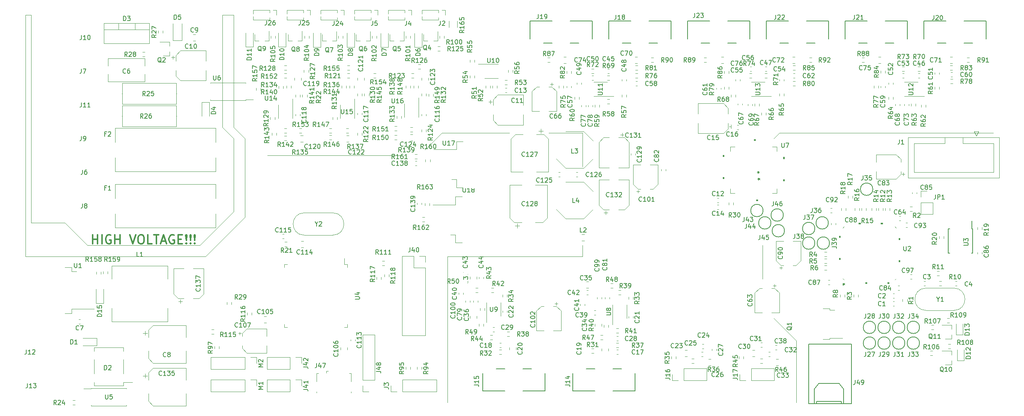
<source format=gto>
G04 #@! TF.GenerationSoftware,KiCad,Pcbnew,5.1.7-a382d34a8~88~ubuntu18.04.1*
G04 #@! TF.CreationDate,2021-06-16T01:22:40+03:00*
G04 #@! TF.ProjectId,controller,636f6e74-726f-46c6-9c65-722e6b696361,rev?*
G04 #@! TF.SameCoordinates,Original*
G04 #@! TF.FileFunction,Legend,Top*
G04 #@! TF.FilePolarity,Positive*
%FSLAX46Y46*%
G04 Gerber Fmt 4.6, Leading zero omitted, Abs format (unit mm)*
G04 Created by KiCad (PCBNEW 5.1.7-a382d34a8~88~ubuntu18.04.1) date 2021-06-16 01:22:40*
%MOMM*%
%LPD*%
G01*
G04 APERTURE LIST*
%ADD10C,0.120000*%
%ADD11C,0.300000*%
%ADD12C,0.150000*%
%ADD13C,0.100000*%
%ADD14R,2.200000X1.200000*%
%ADD15R,6.400000X5.800000*%
%ADD16R,1.000000X1.000000*%
%ADD17R,2.000000X1.500000*%
%ADD18C,2.000000*%
%ADD19R,1.700000X1.700000*%
%ADD20O,1.700000X1.700000*%
%ADD21C,1.700000*%
%ADD22R,0.900000X0.800000*%
%ADD23R,0.650000X1.700000*%
%ADD24R,2.000000X0.640000*%
%ADD25R,0.279400X1.473200*%
%ADD26R,1.473200X0.279400*%
%ADD27C,3.000000*%
%ADD28C,2.700000*%
%ADD29R,2.500000X2.500000*%
%ADD30C,1.500000*%
%ADD31R,1.100000X1.100000*%
%ADD32R,1.905000X2.000000*%
%ADD33O,1.905000X2.000000*%
%ADD34O,2.400000X2.400000*%
%ADD35C,2.400000*%
%ADD36O,1.000000X1.000000*%
%ADD37R,0.800000X0.900000*%
%ADD38R,1.500000X1.900000*%
%ADD39C,1.450000*%
%ADD40R,0.400000X1.350000*%
%ADD41O,1.200000X1.900000*%
%ADD42R,1.200000X1.900000*%
%ADD43R,0.300000X0.804800*%
%ADD44R,0.299974X0.954786*%
%ADD45R,0.299974X1.104900*%
%ADD46R,0.300000X1.304800*%
%ADD47R,0.804800X0.300000*%
%ADD48R,0.954786X0.299974*%
%ADD49R,1.104900X0.299974*%
%ADD50R,1.304800X0.300000*%
%ADD51R,5.399999X5.399999*%
%ADD52C,1.524000*%
%ADD53C,1.600000*%
%ADD54R,2.900000X5.400000*%
%ADD55R,2.000000X3.200000*%
%ADD56R,4.600000X1.100000*%
%ADD57R,9.400000X10.800000*%
G04 APERTURE END LIST*
D10*
X190500000Y-72390000D02*
X238760000Y-72390000D01*
X189230000Y-73660000D02*
X190500000Y-72390000D01*
X186690000Y-105410000D02*
X186690000Y-97790000D01*
X194310000Y-119380000D02*
X189230000Y-114300000D01*
X194310000Y-133350000D02*
X194310000Y-119380000D01*
X115570000Y-100330000D02*
X115570000Y-133350000D01*
X146050000Y-100330000D02*
X146050000Y-97790000D01*
X115570000Y-100330000D02*
X146050000Y-100330000D01*
X146050000Y-72390000D02*
X146050000Y-80010000D01*
X138430000Y-72390000D02*
X146050000Y-72390000D01*
X114300000Y-72390000D02*
X129540000Y-72390000D01*
X110490000Y-76200000D02*
X114300000Y-72390000D01*
X74930000Y-77470000D02*
X105410000Y-77470000D01*
D11*
X35466190Y-97424761D02*
X35466190Y-95424761D01*
X35466190Y-96377142D02*
X36609047Y-96377142D01*
X36609047Y-97424761D02*
X36609047Y-95424761D01*
X37561428Y-97424761D02*
X37561428Y-95424761D01*
X39561428Y-95520000D02*
X39370952Y-95424761D01*
X39085238Y-95424761D01*
X38799523Y-95520000D01*
X38609047Y-95710476D01*
X38513809Y-95900952D01*
X38418571Y-96281904D01*
X38418571Y-96567619D01*
X38513809Y-96948571D01*
X38609047Y-97139047D01*
X38799523Y-97329523D01*
X39085238Y-97424761D01*
X39275714Y-97424761D01*
X39561428Y-97329523D01*
X39656666Y-97234285D01*
X39656666Y-96567619D01*
X39275714Y-96567619D01*
X40513809Y-97424761D02*
X40513809Y-95424761D01*
X40513809Y-96377142D02*
X41656666Y-96377142D01*
X41656666Y-97424761D02*
X41656666Y-95424761D01*
X43847142Y-95424761D02*
X44513809Y-97424761D01*
X45180476Y-95424761D01*
X46228095Y-95424761D02*
X46609047Y-95424761D01*
X46799523Y-95520000D01*
X46990000Y-95710476D01*
X47085238Y-96091428D01*
X47085238Y-96758095D01*
X46990000Y-97139047D01*
X46799523Y-97329523D01*
X46609047Y-97424761D01*
X46228095Y-97424761D01*
X46037619Y-97329523D01*
X45847142Y-97139047D01*
X45751904Y-96758095D01*
X45751904Y-96091428D01*
X45847142Y-95710476D01*
X46037619Y-95520000D01*
X46228095Y-95424761D01*
X48894761Y-97424761D02*
X47942380Y-97424761D01*
X47942380Y-95424761D01*
X49275714Y-95424761D02*
X50418571Y-95424761D01*
X49847142Y-97424761D02*
X49847142Y-95424761D01*
X50990000Y-96853333D02*
X51942380Y-96853333D01*
X50799523Y-97424761D02*
X51466190Y-95424761D01*
X52132857Y-97424761D01*
X53847142Y-95520000D02*
X53656666Y-95424761D01*
X53370952Y-95424761D01*
X53085238Y-95520000D01*
X52894761Y-95710476D01*
X52799523Y-95900952D01*
X52704285Y-96281904D01*
X52704285Y-96567619D01*
X52799523Y-96948571D01*
X52894761Y-97139047D01*
X53085238Y-97329523D01*
X53370952Y-97424761D01*
X53561428Y-97424761D01*
X53847142Y-97329523D01*
X53942380Y-97234285D01*
X53942380Y-96567619D01*
X53561428Y-96567619D01*
X54799523Y-96377142D02*
X55466190Y-96377142D01*
X55751904Y-97424761D02*
X54799523Y-97424761D01*
X54799523Y-95424761D01*
X55751904Y-95424761D01*
X56609047Y-97234285D02*
X56704285Y-97329523D01*
X56609047Y-97424761D01*
X56513809Y-97329523D01*
X56609047Y-97234285D01*
X56609047Y-97424761D01*
X56609047Y-96662857D02*
X56513809Y-95520000D01*
X56609047Y-95424761D01*
X56704285Y-95520000D01*
X56609047Y-96662857D01*
X56609047Y-95424761D01*
X57561428Y-97234285D02*
X57656666Y-97329523D01*
X57561428Y-97424761D01*
X57466190Y-97329523D01*
X57561428Y-97234285D01*
X57561428Y-97424761D01*
X57561428Y-96662857D02*
X57466190Y-95520000D01*
X57561428Y-95424761D01*
X57656666Y-95520000D01*
X57561428Y-96662857D01*
X57561428Y-95424761D01*
X58513809Y-97234285D02*
X58609047Y-97329523D01*
X58513809Y-97424761D01*
X58418571Y-97329523D01*
X58513809Y-97234285D01*
X58513809Y-97424761D01*
X58513809Y-96662857D02*
X58418571Y-95520000D01*
X58513809Y-95424761D01*
X58609047Y-95520000D01*
X58513809Y-96662857D01*
X58513809Y-95424761D01*
D10*
X20320000Y-100330000D02*
X20320000Y-45720000D01*
X60960000Y-100330000D02*
X20320000Y-100330000D01*
X69850000Y-91440000D02*
X60960000Y-100330000D01*
X69850000Y-73660000D02*
X69850000Y-91440000D01*
X67310000Y-71120000D02*
X69850000Y-73660000D01*
X67310000Y-45720000D02*
X67310000Y-71120000D01*
X64770000Y-45720000D02*
X67310000Y-45720000D01*
X64770000Y-71120000D02*
X64770000Y-45720000D01*
X67310000Y-73660000D02*
X64770000Y-71120000D01*
X67310000Y-90170000D02*
X67310000Y-73660000D01*
X59690000Y-97790000D02*
X67310000Y-90170000D01*
X39370000Y-97790000D02*
X59690000Y-97790000D01*
X34290000Y-97790000D02*
X39370000Y-97790000D01*
X29210000Y-92710000D02*
X34290000Y-97790000D01*
X21590000Y-92710000D02*
X29210000Y-92710000D01*
X21590000Y-45720000D02*
X21590000Y-92710000D01*
X20320000Y-45720000D02*
X21590000Y-45720000D01*
X92803248Y-72925000D02*
X93325752Y-72925000D01*
X92803248Y-74395000D02*
X93325752Y-74395000D01*
X95235500Y-72389276D02*
X95235500Y-72898724D01*
X96280500Y-72389276D02*
X96280500Y-72898724D01*
X173220767Y-122938000D02*
X172928233Y-122938000D01*
X173220767Y-121918000D02*
X172928233Y-121918000D01*
X170687276Y-124474500D02*
X171196724Y-124474500D01*
X170687276Y-123429500D02*
X171196724Y-123429500D01*
X176278000Y-121558267D02*
X176278000Y-121265733D01*
X175258000Y-121558267D02*
X175258000Y-121265733D01*
X166101500Y-123444724D02*
X166101500Y-122935276D01*
X167146500Y-123444724D02*
X167146500Y-122935276D01*
X173081733Y-120140000D02*
X173374267Y-120140000D01*
X173081733Y-121160000D02*
X173374267Y-121160000D01*
X169679252Y-122909000D02*
X169156748Y-122909000D01*
X169679252Y-121439000D02*
X169156748Y-121439000D01*
X175013252Y-123471000D02*
X174490748Y-123471000D01*
X175013252Y-124941000D02*
X174490748Y-124941000D01*
X150395000Y-121150748D02*
X150395000Y-121673252D01*
X151865000Y-121150748D02*
X151865000Y-121673252D01*
X172104000Y-65678000D02*
X172104000Y-68028000D01*
X172104000Y-72498000D02*
X172104000Y-70148000D01*
X177859563Y-72498000D02*
X172104000Y-72498000D01*
X177859563Y-65678000D02*
X172104000Y-65678000D01*
X178924000Y-66742437D02*
X178924000Y-68028000D01*
X178924000Y-71433563D02*
X178924000Y-70148000D01*
X178924000Y-71433563D02*
X177859563Y-72498000D01*
X178924000Y-66742437D02*
X177859563Y-65678000D01*
X179951500Y-70935500D02*
X179164000Y-70935500D01*
X179557750Y-71329250D02*
X179557750Y-70541750D01*
X208294500Y-109474724D02*
X208294500Y-108965276D01*
X207249500Y-109474724D02*
X207249500Y-108965276D01*
X117750000Y-48479064D02*
X117750000Y-47024936D01*
X115930000Y-48479064D02*
X115930000Y-47024936D01*
X108203276Y-77201500D02*
X108712724Y-77201500D01*
X108203276Y-78246500D02*
X108712724Y-78246500D01*
X156572000Y-82950000D02*
X154222000Y-82950000D01*
X149752000Y-82950000D02*
X152102000Y-82950000D01*
X149752000Y-88705563D02*
X149752000Y-82950000D01*
X156572000Y-88705563D02*
X156572000Y-82950000D01*
X155507563Y-89770000D02*
X154222000Y-89770000D01*
X150816437Y-89770000D02*
X152102000Y-89770000D01*
X150816437Y-89770000D02*
X149752000Y-88705563D01*
X155507563Y-89770000D02*
X156572000Y-88705563D01*
X151314500Y-90797500D02*
X151314500Y-90010000D01*
X150920750Y-90403750D02*
X151708250Y-90403750D01*
X149752000Y-80212000D02*
X152102000Y-80212000D01*
X156572000Y-80212000D02*
X154222000Y-80212000D01*
X156572000Y-74456437D02*
X156572000Y-80212000D01*
X149752000Y-74456437D02*
X149752000Y-80212000D01*
X150816437Y-73392000D02*
X152102000Y-73392000D01*
X155507563Y-73392000D02*
X154222000Y-73392000D01*
X155507563Y-73392000D02*
X156572000Y-74456437D01*
X150816437Y-73392000D02*
X149752000Y-74456437D01*
X155009500Y-72364500D02*
X155009500Y-73152000D01*
X155403250Y-72758250D02*
X154615750Y-72758250D01*
X157990000Y-77069733D02*
X157990000Y-77362267D01*
X156970000Y-77069733D02*
X156970000Y-77362267D01*
X201860000Y-112390000D02*
X202960000Y-112390000D01*
X201860000Y-112120000D02*
X201860000Y-112390000D01*
X200360000Y-112120000D02*
X201860000Y-112120000D01*
X201860000Y-118750000D02*
X204690000Y-118750000D01*
X201860000Y-119020000D02*
X201860000Y-118750000D01*
X200360000Y-119020000D02*
X201860000Y-119020000D01*
X184946000Y-112996000D02*
X186646000Y-112996000D01*
X190466000Y-112996000D02*
X188766000Y-112996000D01*
X190466000Y-108540437D02*
X190466000Y-112996000D01*
X184946000Y-108540437D02*
X184946000Y-112996000D01*
X186010437Y-107476000D02*
X186646000Y-107476000D01*
X189401563Y-107476000D02*
X188766000Y-107476000D01*
X189401563Y-107476000D02*
X190466000Y-108540437D01*
X186010437Y-107476000D02*
X184946000Y-108540437D01*
X189391000Y-106611000D02*
X189391000Y-107236000D01*
X189703500Y-106923500D02*
X189078500Y-106923500D01*
X36444000Y-120484000D02*
X33294000Y-120484000D01*
X36444000Y-118784000D02*
X33294000Y-118784000D01*
X36444000Y-120484000D02*
X36444000Y-118784000D01*
X42416000Y-129522000D02*
X35816000Y-129522000D01*
X35816000Y-126822000D02*
X35816000Y-123622000D01*
X42416000Y-126822000D02*
X42416000Y-123622000D01*
X35816000Y-120922000D02*
X35816000Y-121722000D01*
X42416000Y-120922000D02*
X35816000Y-120922000D01*
X42416000Y-121722000D02*
X42416000Y-120922000D01*
X42418000Y-129540000D02*
X42418000Y-128778000D01*
X42418000Y-128778000D02*
X44450000Y-128778000D01*
X44450000Y-128778000D02*
X44450000Y-128778000D01*
X35814000Y-128778000D02*
X35814000Y-129540000D01*
X35814000Y-129540000D02*
X35814000Y-129540000D01*
X99441724Y-59958500D02*
X98932276Y-59958500D01*
X99441724Y-58913500D02*
X98932276Y-58913500D01*
X109713500Y-71627276D02*
X109713500Y-72136724D01*
X110758500Y-71627276D02*
X110758500Y-72136724D01*
X61068000Y-60560000D02*
X61068000Y-58210000D01*
X61068000Y-53740000D02*
X61068000Y-56090000D01*
X55312437Y-53740000D02*
X61068000Y-53740000D01*
X55312437Y-60560000D02*
X61068000Y-60560000D01*
X54248000Y-59495563D02*
X54248000Y-58210000D01*
X54248000Y-54804437D02*
X54248000Y-56090000D01*
X54248000Y-54804437D02*
X55312437Y-53740000D01*
X54248000Y-59495563D02*
X55312437Y-60560000D01*
X53220500Y-55302500D02*
X54008000Y-55302500D01*
X53614250Y-54908750D02*
X53614250Y-55696250D01*
X181341500Y-123444724D02*
X181341500Y-122935276D01*
X182386500Y-123444724D02*
X182386500Y-122935276D01*
D12*
X201806000Y-97282000D02*
G75*
G03*
X201806000Y-97282000I-1400000J0D01*
G01*
D10*
X144257500Y-64770724D02*
X144257500Y-64261276D01*
X145302500Y-64770724D02*
X145302500Y-64261276D01*
X146560000Y-111105733D02*
X146560000Y-111398267D01*
X145540000Y-111105733D02*
X145540000Y-111398267D01*
X222444000Y-90738000D02*
X225104000Y-90738000D01*
X222444000Y-88138000D02*
X222444000Y-90738000D01*
X225104000Y-88138000D02*
X225104000Y-90738000D01*
X222444000Y-88138000D02*
X225104000Y-88138000D01*
X222444000Y-86868000D02*
X222444000Y-85538000D01*
X222444000Y-85538000D02*
X223774000Y-85538000D01*
X229108724Y-120127500D02*
X228599276Y-120127500D01*
X229108724Y-121172500D02*
X228599276Y-121172500D01*
X240160000Y-73418000D02*
X240160000Y-82538000D01*
X240160000Y-82538000D02*
X219580000Y-82538000D01*
X219580000Y-82538000D02*
X219580000Y-73418000D01*
X219580000Y-73418000D02*
X240160000Y-73418000D01*
X231920000Y-73418000D02*
X231920000Y-74728000D01*
X231920000Y-74728000D02*
X238860000Y-74728000D01*
X238860000Y-74728000D02*
X238860000Y-81228000D01*
X238860000Y-81228000D02*
X220880000Y-81228000D01*
X220880000Y-81228000D02*
X220880000Y-74728000D01*
X220880000Y-74728000D02*
X227820000Y-74728000D01*
X227820000Y-74728000D02*
X227820000Y-74728000D01*
X227820000Y-74728000D02*
X227820000Y-73418000D01*
X234950000Y-73028000D02*
X235450000Y-72028000D01*
X235450000Y-72028000D02*
X234450000Y-72028000D01*
X234450000Y-72028000D02*
X234950000Y-73028000D01*
X226568724Y-104662500D02*
X226059276Y-104662500D01*
X226568724Y-103617500D02*
X226059276Y-103617500D01*
X74870000Y-128210000D02*
X74870000Y-130870000D01*
X80010000Y-128210000D02*
X74870000Y-128210000D01*
X80010000Y-130870000D02*
X74870000Y-130870000D01*
X80010000Y-128210000D02*
X80010000Y-130870000D01*
X81280000Y-128210000D02*
X82610000Y-128210000D01*
X82610000Y-128210000D02*
X82610000Y-129540000D01*
X101346724Y-101331500D02*
X100837276Y-101331500D01*
X101346724Y-102376500D02*
X100837276Y-102376500D01*
X230659000Y-121374000D02*
X230659000Y-123834000D01*
X230659000Y-123834000D02*
X232129000Y-123834000D01*
X232129000Y-123834000D02*
X232129000Y-121374000D01*
X228854724Y-115330500D02*
X228345276Y-115330500D01*
X228854724Y-114285500D02*
X228345276Y-114285500D01*
X231875000Y-117992000D02*
X231875000Y-115532000D01*
X230405000Y-117992000D02*
X231875000Y-117992000D01*
X230405000Y-115532000D02*
X230405000Y-117992000D01*
X224789276Y-115809500D02*
X225298724Y-115809500D01*
X224789276Y-116854500D02*
X225298724Y-116854500D01*
X229360000Y-118928000D02*
X227900000Y-118928000D01*
X229360000Y-115768000D02*
X227200000Y-115768000D01*
X229360000Y-115768000D02*
X229360000Y-116698000D01*
X229360000Y-118928000D02*
X229360000Y-117998000D01*
X224535276Y-122696500D02*
X225044724Y-122696500D01*
X224535276Y-121651500D02*
X225044724Y-121651500D01*
X229360000Y-124770000D02*
X229360000Y-123840000D01*
X229360000Y-121610000D02*
X229360000Y-122540000D01*
X229360000Y-121610000D02*
X227200000Y-121610000D01*
X229360000Y-124770000D02*
X227900000Y-124770000D01*
X119124000Y-105009733D02*
X119124000Y-105302267D01*
X120144000Y-105009733D02*
X120144000Y-105302267D01*
X118108000Y-108858267D02*
X118108000Y-108565733D01*
X119128000Y-108858267D02*
X119128000Y-108565733D01*
X120652000Y-110343733D02*
X120652000Y-110636267D01*
X119632000Y-110343733D02*
X119632000Y-110636267D01*
X125236500Y-62230724D02*
X125236500Y-61721276D01*
X124191500Y-62230724D02*
X124191500Y-61721276D01*
X125715500Y-62230724D02*
X125715500Y-61721276D01*
X126760500Y-62230724D02*
X126760500Y-61721276D01*
X129032724Y-60437500D02*
X128523276Y-60437500D01*
X129032724Y-61482500D02*
X128523276Y-61482500D01*
X121680500Y-59435276D02*
X121680500Y-59944724D01*
X120635500Y-59435276D02*
X120635500Y-59944724D01*
X120635500Y-56388724D02*
X120635500Y-55879276D01*
X121680500Y-56388724D02*
X121680500Y-55879276D01*
X130316500Y-58674724D02*
X130316500Y-58165276D01*
X129271500Y-58674724D02*
X129271500Y-58165276D01*
X164848000Y-80918267D02*
X164848000Y-80625733D01*
X163828000Y-80918267D02*
X163828000Y-80625733D01*
X158276500Y-85608500D02*
X158901500Y-85608500D01*
X158589000Y-85921000D02*
X158589000Y-85296000D01*
X161969563Y-85056000D02*
X163034000Y-83991563D01*
X158578437Y-85056000D02*
X157514000Y-83991563D01*
X158578437Y-85056000D02*
X159214000Y-85056000D01*
X161969563Y-85056000D02*
X161334000Y-85056000D01*
X163034000Y-83991563D02*
X163034000Y-79536000D01*
X157514000Y-83991563D02*
X157514000Y-79536000D01*
X157514000Y-79536000D02*
X159214000Y-79536000D01*
X163034000Y-79536000D02*
X161334000Y-79536000D01*
X125476000Y-56810000D02*
X122551000Y-56810000D01*
X125476000Y-56810000D02*
X126976000Y-56810000D01*
X125476000Y-60030000D02*
X123976000Y-60030000D01*
X125476000Y-60030000D02*
X126976000Y-60030000D01*
X128631733Y-62228000D02*
X128924267Y-62228000D01*
X128631733Y-63248000D02*
X128924267Y-63248000D01*
X226553500Y-95757276D02*
X226553500Y-96266724D01*
X227598500Y-95757276D02*
X227598500Y-96266724D01*
D12*
X234149000Y-94024000D02*
X233944000Y-94024000D01*
X234149000Y-99524000D02*
X233849000Y-99524000D01*
X228639000Y-99524000D02*
X228939000Y-99524000D01*
X228639000Y-94024000D02*
X228939000Y-94024000D01*
X234149000Y-94024000D02*
X234149000Y-99524000D01*
X228639000Y-94024000D02*
X228639000Y-99524000D01*
X233944000Y-94024000D02*
X233944000Y-92274000D01*
D10*
X236222000Y-99421733D02*
X236222000Y-99714267D01*
X235202000Y-99421733D02*
X235202000Y-99714267D01*
X235189500Y-94234724D02*
X235189500Y-93725276D01*
X236234500Y-94234724D02*
X236234500Y-93725276D01*
X222489500Y-66548724D02*
X222489500Y-66039276D01*
X223534500Y-66548724D02*
X223534500Y-66039276D01*
X211821500Y-62230724D02*
X211821500Y-61721276D01*
X212866500Y-62230724D02*
X212866500Y-61721276D01*
X220203500Y-66294724D02*
X220203500Y-65785276D01*
X221248500Y-66294724D02*
X221248500Y-65785276D01*
X35116000Y-130230000D02*
X33416000Y-130230000D01*
X43116000Y-133930000D02*
X43116000Y-134080000D01*
X43116000Y-134080000D02*
X35116000Y-134080000D01*
X35116000Y-134080000D02*
X35116000Y-133930000D01*
X35116000Y-130230000D02*
X35116000Y-130080000D01*
X35116000Y-130080000D02*
X43116000Y-130080000D01*
X43116000Y-130080000D02*
X43116000Y-130230000D01*
X216427267Y-110488000D02*
X216134733Y-110488000D01*
X216427267Y-111508000D02*
X216134733Y-111508000D01*
X216427267Y-108710000D02*
X216134733Y-108710000D01*
X216427267Y-109730000D02*
X216134733Y-109730000D01*
X223412267Y-105916000D02*
X223119733Y-105916000D01*
X223412267Y-106936000D02*
X223119733Y-106936000D01*
X230231733Y-105916000D02*
X230524267Y-105916000D01*
X230231733Y-106936000D02*
X230524267Y-106936000D01*
X176776767Y-88140000D02*
X176484233Y-88140000D01*
X176776767Y-87120000D02*
X176484233Y-87120000D01*
X176776767Y-89664000D02*
X176484233Y-89664000D01*
X176776767Y-88644000D02*
X176484233Y-88644000D01*
X180955733Y-70610000D02*
X181248267Y-70610000D01*
X180955733Y-71630000D02*
X181248267Y-71630000D01*
X153777733Y-122430000D02*
X154070267Y-122430000D01*
X153777733Y-121410000D02*
X154070267Y-121410000D01*
X127654267Y-120906000D02*
X127361733Y-120906000D01*
X127654267Y-119886000D02*
X127361733Y-119886000D01*
X156462000Y-113899733D02*
X156462000Y-114192267D01*
X157482000Y-113899733D02*
X157482000Y-114192267D01*
X129034000Y-112629733D02*
X129034000Y-112922267D01*
X128014000Y-112629733D02*
X128014000Y-112922267D01*
X153777733Y-119382000D02*
X154070267Y-119382000D01*
X153777733Y-118362000D02*
X154070267Y-118362000D01*
X125837733Y-117350000D02*
X126130267Y-117350000D01*
X125837733Y-116330000D02*
X126130267Y-116330000D01*
X186289733Y-119759000D02*
X186582267Y-119759000D01*
X186289733Y-120779000D02*
X186582267Y-120779000D01*
X188360267Y-121918000D02*
X188067733Y-121918000D01*
X188360267Y-122938000D02*
X188067733Y-122938000D01*
X189884267Y-121414000D02*
X189591733Y-121414000D01*
X189884267Y-120394000D02*
X189591733Y-120394000D01*
X148990267Y-113540000D02*
X148697733Y-113540000D01*
X148990267Y-112520000D02*
X148697733Y-112520000D01*
X147312767Y-107948000D02*
X147020233Y-107948000D01*
X147312767Y-108968000D02*
X147020233Y-108968000D01*
X123700000Y-105302267D02*
X123700000Y-105009733D01*
X122680000Y-105302267D02*
X122680000Y-105009733D01*
X151745733Y-58930000D02*
X152038267Y-58930000D01*
X151745733Y-57910000D02*
X152038267Y-57910000D01*
X221849733Y-58926000D02*
X222142267Y-58926000D01*
X221849733Y-59946000D02*
X222142267Y-59946000D01*
X187305733Y-58422000D02*
X187598267Y-58422000D01*
X187305733Y-57402000D02*
X187598267Y-57402000D01*
X154938000Y-60598267D02*
X154938000Y-60305733D01*
X155958000Y-60598267D02*
X155958000Y-60305733D01*
X144778000Y-61067733D02*
X144778000Y-61360267D01*
X145798000Y-61067733D02*
X145798000Y-61360267D01*
X148189733Y-59434000D02*
X148482267Y-59434000D01*
X148189733Y-60454000D02*
X148482267Y-60454000D01*
X226570000Y-59074267D02*
X226570000Y-58781733D01*
X225550000Y-59074267D02*
X225550000Y-58781733D01*
X216156000Y-61067733D02*
X216156000Y-61360267D01*
X215136000Y-61067733D02*
X215136000Y-61360267D01*
X218293733Y-59946000D02*
X218586267Y-59946000D01*
X218293733Y-58926000D02*
X218586267Y-58926000D01*
X190498000Y-60598267D02*
X190498000Y-60305733D01*
X191518000Y-60598267D02*
X191518000Y-60305733D01*
X180592000Y-60305733D02*
X180592000Y-60598267D01*
X181612000Y-60305733D02*
X181612000Y-60598267D01*
X183903233Y-57402000D02*
X184195767Y-57402000D01*
X183903233Y-58422000D02*
X184195767Y-58422000D01*
X143512000Y-61829733D02*
X143512000Y-62122267D01*
X142492000Y-61829733D02*
X142492000Y-62122267D01*
X158388267Y-60704000D02*
X158095733Y-60704000D01*
X158388267Y-61724000D02*
X158095733Y-61724000D01*
X213358000Y-61829733D02*
X213358000Y-62122267D01*
X214378000Y-61829733D02*
X214378000Y-62122267D01*
X229508267Y-59692000D02*
X229215733Y-59692000D01*
X229508267Y-58672000D02*
X229215733Y-58672000D01*
X176274000Y-62184233D02*
X176274000Y-62476767D01*
X177294000Y-62184233D02*
X177294000Y-62476767D01*
X193948267Y-59946000D02*
X193655733Y-59946000D01*
X193948267Y-58926000D02*
X193655733Y-58926000D01*
X217531733Y-91184000D02*
X217824267Y-91184000D01*
X217531733Y-92204000D02*
X217824267Y-92204000D01*
X182120000Y-65740233D02*
X182120000Y-66032767D01*
X181100000Y-65740233D02*
X181100000Y-66032767D01*
X216660000Y-65893733D02*
X216660000Y-66186267D01*
X217680000Y-65893733D02*
X217680000Y-66186267D01*
X184406000Y-65893733D02*
X184406000Y-66186267D01*
X183386000Y-65893733D02*
X183386000Y-66186267D01*
X219712000Y-65893733D02*
X219712000Y-66186267D01*
X218692000Y-65893733D02*
X218692000Y-66186267D01*
X146814000Y-66147733D02*
X146814000Y-66440267D01*
X145794000Y-66147733D02*
X145794000Y-66440267D01*
X147318000Y-66147733D02*
X147318000Y-66440267D01*
X148338000Y-66147733D02*
X148338000Y-66440267D01*
X122430000Y-110343733D02*
X122430000Y-110636267D01*
X121410000Y-110343733D02*
X121410000Y-110636267D01*
X152148000Y-109874267D02*
X152148000Y-109581733D01*
X151128000Y-109874267D02*
X151128000Y-109581733D01*
X218298500Y-110490724D02*
X218298500Y-109981276D01*
X219343500Y-110490724D02*
X219343500Y-109981276D01*
X220472724Y-89012500D02*
X219963276Y-89012500D01*
X220472724Y-90057500D02*
X219963276Y-90057500D01*
X200659276Y-100344500D02*
X201168724Y-100344500D01*
X200659276Y-99299500D02*
X201168724Y-99299500D01*
X200659276Y-100823500D02*
X201168724Y-100823500D01*
X200659276Y-101868500D02*
X201168724Y-101868500D01*
X200659276Y-103392500D02*
X201168724Y-103392500D01*
X200659276Y-102347500D02*
X201168724Y-102347500D01*
X205246500Y-109474724D02*
X205246500Y-108965276D01*
X204201500Y-109474724D02*
X204201500Y-108965276D01*
X226567276Y-105903500D02*
X227076724Y-105903500D01*
X226567276Y-106948500D02*
X227076724Y-106948500D01*
X213882500Y-89407276D02*
X213882500Y-89916724D01*
X212837500Y-89407276D02*
X212837500Y-89916724D01*
X215406500Y-89407276D02*
X215406500Y-89916724D01*
X214361500Y-89407276D02*
X214361500Y-89916724D01*
X211313500Y-89407276D02*
X211313500Y-89916724D01*
X212358500Y-89407276D02*
X212358500Y-89916724D01*
X209027500Y-89407276D02*
X209027500Y-89916724D01*
X210072500Y-89407276D02*
X210072500Y-89916724D01*
X208548500Y-89407276D02*
X208548500Y-89916724D01*
X207503500Y-89407276D02*
X207503500Y-89916724D01*
X205979500Y-86613276D02*
X205979500Y-87122724D01*
X207024500Y-86613276D02*
X207024500Y-87122724D01*
X204455500Y-89407276D02*
X204455500Y-89916724D01*
X205500500Y-89407276D02*
X205500500Y-89916724D01*
X180100500Y-88137276D02*
X180100500Y-88646724D01*
X179055500Y-88137276D02*
X179055500Y-88646724D01*
X148081276Y-121143500D02*
X148590724Y-121143500D01*
X148081276Y-122188500D02*
X148590724Y-122188500D01*
X127253276Y-121397500D02*
X127762724Y-121397500D01*
X127253276Y-122442500D02*
X127762724Y-122442500D01*
X157494500Y-109473276D02*
X157494500Y-109982724D01*
X156449500Y-109473276D02*
X156449500Y-109982724D01*
X129046500Y-108965276D02*
X129046500Y-109474724D01*
X128001500Y-108965276D02*
X128001500Y-109474724D01*
X153669276Y-120918500D02*
X154178724Y-120918500D01*
X153669276Y-119873500D02*
X154178724Y-119873500D01*
X129540724Y-117333500D02*
X129031276Y-117333500D01*
X129540724Y-118378500D02*
X129031276Y-118378500D01*
X154177276Y-108980500D02*
X154686724Y-108980500D01*
X154177276Y-107935500D02*
X154686724Y-107935500D01*
X151906500Y-116332724D02*
X151906500Y-115823276D01*
X150861500Y-116332724D02*
X150861500Y-115823276D01*
X154178724Y-116571500D02*
X153669276Y-116571500D01*
X154178724Y-117616500D02*
X153669276Y-117616500D01*
X125475276Y-107427500D02*
X125984724Y-107427500D01*
X125475276Y-108472500D02*
X125984724Y-108472500D01*
X123966500Y-112522724D02*
X123966500Y-112013276D01*
X122921500Y-112522724D02*
X122921500Y-112013276D01*
X125730724Y-119140500D02*
X125221276Y-119140500D01*
X125730724Y-118095500D02*
X125221276Y-118095500D01*
X186181276Y-124474500D02*
X186690724Y-124474500D01*
X186181276Y-123429500D02*
X186690724Y-123429500D01*
X150113276Y-119140500D02*
X150622724Y-119140500D01*
X150113276Y-118095500D02*
X150622724Y-118095500D01*
X152399276Y-106411500D02*
X152908724Y-106411500D01*
X152399276Y-107456500D02*
X152908724Y-107456500D01*
X123712500Y-115569276D02*
X123712500Y-116078724D01*
X122667500Y-115569276D02*
X122667500Y-116078724D01*
X121919276Y-108472500D02*
X122428724Y-108472500D01*
X121919276Y-107427500D02*
X122428724Y-107427500D01*
X154925500Y-64262724D02*
X154925500Y-63753276D01*
X155970500Y-64262724D02*
X155970500Y-63753276D01*
X152146724Y-64755500D02*
X151637276Y-64755500D01*
X152146724Y-65800500D02*
X151637276Y-65800500D01*
X149874500Y-66548724D02*
X149874500Y-66039276D01*
X148829500Y-66548724D02*
X148829500Y-66039276D01*
X226582500Y-62484724D02*
X226582500Y-61975276D01*
X225537500Y-62484724D02*
X225537500Y-61975276D01*
X216168500Y-64770724D02*
X216168500Y-64261276D01*
X215123500Y-64770724D02*
X215123500Y-64261276D01*
X190485500Y-64008724D02*
X190485500Y-63499276D01*
X191530500Y-64008724D02*
X191530500Y-63499276D01*
X187466500Y-68326724D02*
X187466500Y-67817276D01*
X186421500Y-68326724D02*
X186421500Y-67817276D01*
X185942500Y-66294724D02*
X185942500Y-65785276D01*
X184897500Y-66294724D02*
X184897500Y-65785276D01*
X179563500Y-64262724D02*
X179563500Y-63753276D01*
X180608500Y-64262724D02*
X180608500Y-63753276D01*
X152146724Y-59421500D02*
X151637276Y-59421500D01*
X152146724Y-60466500D02*
X151637276Y-60466500D01*
X222250724Y-58434500D02*
X221741276Y-58434500D01*
X222250724Y-57389500D02*
X221741276Y-57389500D01*
X187706724Y-58913500D02*
X187197276Y-58913500D01*
X187706724Y-59958500D02*
X187197276Y-59958500D01*
X148590724Y-58942500D02*
X148081276Y-58942500D01*
X148590724Y-57897500D02*
X148081276Y-57897500D01*
X218694724Y-57389500D02*
X218185276Y-57389500D01*
X218694724Y-58434500D02*
X218185276Y-58434500D01*
X184254224Y-59958500D02*
X183744776Y-59958500D01*
X184254224Y-58913500D02*
X183744776Y-58913500D01*
X141746500Y-62230724D02*
X141746500Y-61721276D01*
X140701500Y-62230724D02*
X140701500Y-61721276D01*
X157987276Y-59958500D02*
X158496724Y-59958500D01*
X157987276Y-58913500D02*
X158496724Y-58913500D01*
X229107276Y-61228500D02*
X229616724Y-61228500D01*
X229107276Y-60183500D02*
X229616724Y-60183500D01*
X178039500Y-62484724D02*
X178039500Y-61975276D01*
X179084500Y-62484724D02*
X179084500Y-61975276D01*
X193547276Y-61736500D02*
X194056724Y-61736500D01*
X193547276Y-60691500D02*
X194056724Y-60691500D01*
X158496724Y-57135500D02*
X157987276Y-57135500D01*
X158496724Y-58180500D02*
X157987276Y-58180500D01*
X142479500Y-58928724D02*
X142479500Y-58419276D01*
X143524500Y-58928724D02*
X143524500Y-58419276D01*
X229513224Y-58180500D02*
X229003776Y-58180500D01*
X229513224Y-57135500D02*
X229003776Y-57135500D01*
X214390500Y-58801724D02*
X214390500Y-58292276D01*
X213345500Y-58801724D02*
X213345500Y-58292276D01*
X194056724Y-58180500D02*
X193547276Y-58180500D01*
X194056724Y-57135500D02*
X193547276Y-57135500D01*
X178039500Y-58928724D02*
X178039500Y-58419276D01*
X179084500Y-58928724D02*
X179084500Y-58419276D01*
X138175276Y-55357500D02*
X138684724Y-55357500D01*
X138175276Y-56402500D02*
X138684724Y-56402500D01*
X209144776Y-56402500D02*
X209654224Y-56402500D01*
X209144776Y-55357500D02*
X209654224Y-55357500D01*
X173481276Y-56402500D02*
X173990724Y-56402500D01*
X173481276Y-55357500D02*
X173990724Y-55357500D01*
X162052724Y-55357500D02*
X161543276Y-55357500D01*
X162052724Y-56402500D02*
X161543276Y-56402500D01*
X233323224Y-56402500D02*
X232813776Y-56402500D01*
X233323224Y-55357500D02*
X232813776Y-55357500D01*
X197763224Y-56402500D02*
X197253776Y-56402500D01*
X197763224Y-55357500D02*
X197253776Y-55357500D01*
D13*
G36*
X177952400Y-82712499D02*
G01*
X177698400Y-82712499D01*
X177698400Y-82331499D01*
X177952400Y-82331499D01*
X177952400Y-82712499D01*
G37*
X177952400Y-82712499D02*
X177698400Y-82712499D01*
X177698400Y-82331499D01*
X177952400Y-82331499D01*
X177952400Y-82712499D01*
G36*
X177952400Y-77712499D02*
G01*
X177698400Y-77712499D01*
X177698400Y-77331499D01*
X177952400Y-77331499D01*
X177952400Y-77712499D01*
G37*
X177952400Y-77712499D02*
X177698400Y-77712499D01*
X177698400Y-77331499D01*
X177952400Y-77331499D01*
X177952400Y-77712499D01*
G36*
X184717499Y-73812400D02*
G01*
X185098500Y-73812400D01*
X185098500Y-74066400D01*
X184717499Y-74066400D01*
X184717499Y-73812400D01*
G37*
X184717499Y-73812400D02*
X185098500Y-73812400D01*
X185098500Y-74066400D01*
X184717499Y-74066400D01*
X184717499Y-73812400D01*
G36*
X191363600Y-78212500D02*
G01*
X191617600Y-78212500D01*
X191617600Y-77831500D01*
X191363600Y-77831500D01*
X191363600Y-78212500D01*
G37*
X191363600Y-78212500D02*
X191617600Y-78212500D01*
X191617600Y-77831500D01*
X191363600Y-77831500D01*
X191363600Y-78212500D01*
G36*
X191363600Y-83212501D02*
G01*
X191617600Y-83212501D01*
X191617600Y-82831501D01*
X191363600Y-82831501D01*
X191363600Y-83212501D01*
G37*
X191363600Y-83212501D02*
X191617600Y-83212501D01*
X191617600Y-82831501D01*
X191363600Y-82831501D01*
X191363600Y-83212501D01*
G36*
X185217501Y-87731600D02*
G01*
X185598501Y-87731600D01*
X185598501Y-87477600D01*
X185217501Y-87477600D01*
X185217501Y-87731600D01*
G37*
X185217501Y-87731600D02*
X185598501Y-87731600D01*
X185598501Y-87477600D01*
X185217501Y-87477600D01*
X185217501Y-87731600D01*
D10*
X179425600Y-84994440D02*
X179425600Y-86004400D01*
X180435560Y-75539600D02*
X179425600Y-75539600D01*
X189890400Y-76549560D02*
X189890400Y-75539600D01*
X188880440Y-86004400D02*
X189890400Y-86004400D01*
X179425600Y-86004400D02*
X180435560Y-86004400D01*
X179425600Y-75539600D02*
X179425600Y-76549560D01*
X189890400Y-75539600D02*
X188880440Y-75539600D01*
X189890400Y-86004400D02*
X189890400Y-84994440D01*
X63250000Y-93810000D02*
X63250000Y-90650000D01*
X63250000Y-87150000D02*
X63250000Y-83990000D01*
X40530000Y-87150000D02*
X40530000Y-83990000D01*
X40530000Y-83990000D02*
X63250000Y-83990000D01*
X40530000Y-93810000D02*
X63250000Y-93810000D01*
X40530000Y-93810000D02*
X40530000Y-90650000D01*
X40530000Y-81110000D02*
X40530000Y-77950000D01*
X40530000Y-81110000D02*
X63250000Y-81110000D01*
X40530000Y-71290000D02*
X63250000Y-71290000D01*
X40530000Y-74450000D02*
X40530000Y-71290000D01*
X63250000Y-74450000D02*
X63250000Y-71290000D01*
X63250000Y-81110000D02*
X63250000Y-77950000D01*
X223597000Y-107457000D02*
X229847000Y-107457000D01*
X223597000Y-112507000D02*
X229847000Y-112507000D01*
X223597000Y-112507000D02*
G75*
G02*
X223597000Y-107457000I0J2525000D01*
G01*
X229847000Y-112507000D02*
G75*
G03*
X229847000Y-107457000I0J2525000D01*
G01*
X32658267Y-115572000D02*
X32365733Y-115572000D01*
X32658267Y-114552000D02*
X32365733Y-114552000D01*
X58158748Y-50065000D02*
X58681252Y-50065000D01*
X58158748Y-51535000D02*
X58681252Y-51535000D01*
X30987276Y-132827500D02*
X31496724Y-132827500D01*
X30987276Y-133872500D02*
X31496724Y-133872500D01*
X50277500Y-49784724D02*
X50277500Y-49275276D01*
X51322500Y-49784724D02*
X51322500Y-49275276D01*
X47244724Y-54087500D02*
X46735276Y-54087500D01*
X47244724Y-55132500D02*
X46735276Y-55132500D01*
X70040000Y-64842000D02*
X71740000Y-64842000D01*
X62040000Y-61142000D02*
X62040000Y-60992000D01*
X62040000Y-60992000D02*
X70040000Y-60992000D01*
X70040000Y-60992000D02*
X70040000Y-61142000D01*
X70040000Y-64842000D02*
X70040000Y-64992000D01*
X70040000Y-64992000D02*
X62040000Y-64992000D01*
X62040000Y-64992000D02*
X62040000Y-64842000D01*
X61810000Y-65410000D02*
X60110000Y-65410000D01*
X60110000Y-65410000D02*
X60110000Y-68560000D01*
X61810000Y-65410000D02*
X61810000Y-68560000D01*
X53610000Y-51476000D02*
X55610000Y-51476000D01*
X55610000Y-51476000D02*
X55610000Y-47626000D01*
X53610000Y-51476000D02*
X53610000Y-47626000D01*
X52830000Y-54920000D02*
X52830000Y-53990000D01*
X52830000Y-51760000D02*
X52830000Y-52690000D01*
X52830000Y-51760000D02*
X50670000Y-51760000D01*
X52830000Y-54920000D02*
X51370000Y-54920000D01*
X47220000Y-60786000D02*
X38980000Y-60786000D01*
X47220000Y-55546000D02*
X38980000Y-55546000D01*
X47220000Y-60786000D02*
X47220000Y-59112000D01*
X47220000Y-57220000D02*
X47220000Y-55546000D01*
X38980000Y-60786000D02*
X38980000Y-59112000D01*
X38980000Y-57220000D02*
X38980000Y-55546000D01*
X38060000Y-47530000D02*
X48300000Y-47530000D01*
X38060000Y-52171000D02*
X48300000Y-52171000D01*
X38060000Y-47530000D02*
X38060000Y-52171000D01*
X48300000Y-47530000D02*
X48300000Y-52171000D01*
X38060000Y-49040000D02*
X48300000Y-49040000D01*
X41330000Y-47530000D02*
X41330000Y-49040000D01*
X45031000Y-47530000D02*
X45031000Y-49040000D01*
X54440000Y-63500000D02*
X54330000Y-63500000D01*
X42080000Y-63500000D02*
X42190000Y-63500000D01*
X54330000Y-61130000D02*
X42190000Y-61130000D01*
X54330000Y-65870000D02*
X54330000Y-61130000D01*
X42190000Y-65870000D02*
X54330000Y-65870000D01*
X42190000Y-61130000D02*
X42190000Y-65870000D01*
X54330000Y-70950000D02*
X54330000Y-66210000D01*
X54330000Y-66210000D02*
X42190000Y-66210000D01*
X42190000Y-66210000D02*
X42190000Y-70950000D01*
X42190000Y-70950000D02*
X54330000Y-70950000D01*
X54440000Y-68580000D02*
X54330000Y-68580000D01*
X42080000Y-68580000D02*
X42190000Y-68580000D01*
D12*
X146876000Y-125714000D02*
X148876000Y-125714000D01*
X152876000Y-125714000D02*
X154876000Y-125714000D01*
X157876000Y-126714000D02*
X157876000Y-130714000D01*
X157876000Y-130714000D02*
X152876000Y-130714000D01*
X148876000Y-130714000D02*
X143876000Y-130714000D01*
X143876000Y-130714000D02*
X143876000Y-126714000D01*
X126556000Y-125714000D02*
X128556000Y-125714000D01*
X132556000Y-125714000D02*
X134556000Y-125714000D01*
X137556000Y-126714000D02*
X137556000Y-130714000D01*
X137556000Y-130714000D02*
X132556000Y-130714000D01*
X128556000Y-130714000D02*
X123556000Y-130714000D01*
X123556000Y-130714000D02*
X123556000Y-126714000D01*
X166004000Y-47086000D02*
X166004000Y-51086000D01*
X161004000Y-47086000D02*
X166004000Y-47086000D01*
X152004000Y-47086000D02*
X157004000Y-47086000D01*
X152004000Y-51086000D02*
X152004000Y-47086000D01*
X157004000Y-52086000D02*
X155004000Y-52086000D01*
X163004000Y-52086000D02*
X161004000Y-52086000D01*
X145224000Y-52086000D02*
X143224000Y-52086000D01*
X139224000Y-52086000D02*
X137224000Y-52086000D01*
X134224000Y-51086000D02*
X134224000Y-47086000D01*
X134224000Y-47086000D02*
X139224000Y-47086000D01*
X143224000Y-47086000D02*
X148224000Y-47086000D01*
X148224000Y-47086000D02*
X148224000Y-51086000D01*
X234124000Y-52086000D02*
X232124000Y-52086000D01*
X228124000Y-52086000D02*
X226124000Y-52086000D01*
X223124000Y-51086000D02*
X223124000Y-47086000D01*
X223124000Y-47086000D02*
X228124000Y-47086000D01*
X232124000Y-47086000D02*
X237124000Y-47086000D01*
X237124000Y-47086000D02*
X237124000Y-51086000D01*
X219344000Y-47086000D02*
X219344000Y-51086000D01*
X214344000Y-47086000D02*
X219344000Y-47086000D01*
X205344000Y-47086000D02*
X210344000Y-47086000D01*
X205344000Y-51086000D02*
X205344000Y-47086000D01*
X210344000Y-52086000D02*
X208344000Y-52086000D01*
X216344000Y-52086000D02*
X214344000Y-52086000D01*
X201564000Y-47086000D02*
X201564000Y-51086000D01*
X196564000Y-47086000D02*
X201564000Y-47086000D01*
X187564000Y-47086000D02*
X192564000Y-47086000D01*
X187564000Y-51086000D02*
X187564000Y-47086000D01*
X192564000Y-52086000D02*
X190564000Y-52086000D01*
X198564000Y-52086000D02*
X196564000Y-52086000D01*
X183784000Y-47086000D02*
X183784000Y-51086000D01*
X178784000Y-47086000D02*
X183784000Y-47086000D01*
X169784000Y-47086000D02*
X174784000Y-47086000D01*
X169784000Y-51086000D02*
X169784000Y-47086000D01*
X174784000Y-52086000D02*
X172784000Y-52086000D01*
X180784000Y-52086000D02*
X178784000Y-52086000D01*
D10*
X109795000Y-44610000D02*
X109795000Y-45412470D01*
X109795000Y-46027530D02*
X109795000Y-46830000D01*
X113540000Y-44610000D02*
X109795000Y-44610000D01*
X113540000Y-46830000D02*
X109795000Y-46830000D01*
X113540000Y-44610000D02*
X113540000Y-45156529D01*
X113540000Y-46283471D02*
X113540000Y-46830000D01*
X114300000Y-44610000D02*
X115060000Y-44610000D01*
X115060000Y-44610000D02*
X115060000Y-45720000D01*
X174050000Y-128330000D02*
X174050000Y-125670000D01*
X168910000Y-128330000D02*
X174050000Y-128330000D01*
X168910000Y-125670000D02*
X174050000Y-125670000D01*
X168910000Y-128330000D02*
X168910000Y-125670000D01*
X167640000Y-128330000D02*
X166310000Y-128330000D01*
X166310000Y-128330000D02*
X166310000Y-127000000D01*
X181550000Y-128330000D02*
X181550000Y-127000000D01*
X182880000Y-128330000D02*
X181550000Y-128330000D01*
X184150000Y-128330000D02*
X184150000Y-125670000D01*
X184150000Y-125670000D02*
X189290000Y-125670000D01*
X184150000Y-128330000D02*
X189290000Y-128330000D01*
X189290000Y-128330000D02*
X189290000Y-125670000D01*
X72450000Y-128210000D02*
X72450000Y-129540000D01*
X71120000Y-128210000D02*
X72450000Y-128210000D01*
X69850000Y-128210000D02*
X69850000Y-130870000D01*
X69850000Y-130870000D02*
X62170000Y-130870000D01*
X69850000Y-128210000D02*
X62170000Y-128210000D01*
X62170000Y-128210000D02*
X62170000Y-130870000D01*
X62170000Y-123130000D02*
X62170000Y-125790000D01*
X69850000Y-123130000D02*
X62170000Y-123130000D01*
X69850000Y-125790000D02*
X62170000Y-125790000D01*
X69850000Y-123130000D02*
X69850000Y-125790000D01*
X71120000Y-123130000D02*
X72450000Y-123130000D01*
X72450000Y-123130000D02*
X72450000Y-124460000D01*
X139411500Y-61371500D02*
X138786500Y-61371500D01*
X139099000Y-61059000D02*
X139099000Y-61684000D01*
X135718437Y-61924000D02*
X134654000Y-62988437D01*
X139109563Y-61924000D02*
X140174000Y-62988437D01*
X139109563Y-61924000D02*
X138474000Y-61924000D01*
X135718437Y-61924000D02*
X136354000Y-61924000D01*
X134654000Y-62988437D02*
X134654000Y-67444000D01*
X140174000Y-62988437D02*
X140174000Y-67444000D01*
X140174000Y-67444000D02*
X138474000Y-67444000D01*
X134654000Y-67444000D02*
X136354000Y-67444000D01*
X108116000Y-52974000D02*
X108116000Y-49824000D01*
X109816000Y-52974000D02*
X109816000Y-49824000D01*
X108116000Y-52974000D02*
X109816000Y-52974000D01*
X100496000Y-52974000D02*
X100496000Y-49824000D01*
X102196000Y-52974000D02*
X102196000Y-49824000D01*
X100496000Y-52974000D02*
X102196000Y-52974000D01*
X92876000Y-52954000D02*
X94576000Y-52954000D01*
X94576000Y-52954000D02*
X94576000Y-49804000D01*
X92876000Y-52954000D02*
X92876000Y-49804000D01*
X85256000Y-52954000D02*
X85256000Y-49804000D01*
X86956000Y-52954000D02*
X86956000Y-49804000D01*
X85256000Y-52954000D02*
X86956000Y-52954000D01*
X77382000Y-52934000D02*
X79082000Y-52934000D01*
X79082000Y-52934000D02*
X79082000Y-49784000D01*
X77382000Y-52934000D02*
X77382000Y-49784000D01*
X70016000Y-52934000D02*
X71716000Y-52934000D01*
X71716000Y-52934000D02*
X71716000Y-49784000D01*
X70016000Y-52934000D02*
X70016000Y-49784000D01*
X102810000Y-130870000D02*
X102810000Y-129540000D01*
X104140000Y-130870000D02*
X102810000Y-130870000D01*
X105410000Y-130870000D02*
X105410000Y-128210000D01*
X105410000Y-128210000D02*
X113090000Y-128210000D01*
X105410000Y-130870000D02*
X113090000Y-130870000D01*
X113090000Y-130870000D02*
X113090000Y-128210000D01*
X107440000Y-44610000D02*
X107440000Y-45720000D01*
X106680000Y-44610000D02*
X107440000Y-44610000D01*
X105920000Y-46283471D02*
X105920000Y-46830000D01*
X105920000Y-44610000D02*
X105920000Y-45156529D01*
X105920000Y-46830000D02*
X102175000Y-46830000D01*
X105920000Y-44610000D02*
X102175000Y-44610000D01*
X102175000Y-46027530D02*
X102175000Y-46830000D01*
X102175000Y-44610000D02*
X102175000Y-45412470D01*
X94555000Y-44610000D02*
X94555000Y-45412470D01*
X94555000Y-46027530D02*
X94555000Y-46830000D01*
X98300000Y-44610000D02*
X94555000Y-44610000D01*
X98300000Y-46830000D02*
X94555000Y-46830000D01*
X98300000Y-44610000D02*
X98300000Y-45156529D01*
X98300000Y-46283471D02*
X98300000Y-46830000D01*
X99060000Y-44610000D02*
X99820000Y-44610000D01*
X99820000Y-44610000D02*
X99820000Y-45720000D01*
X92200000Y-44610000D02*
X92200000Y-45720000D01*
X91440000Y-44610000D02*
X92200000Y-44610000D01*
X90680000Y-46283471D02*
X90680000Y-46830000D01*
X90680000Y-44610000D02*
X90680000Y-45156529D01*
X90680000Y-46830000D02*
X86935000Y-46830000D01*
X90680000Y-44610000D02*
X86935000Y-44610000D01*
X86935000Y-46027530D02*
X86935000Y-46830000D01*
X86935000Y-44610000D02*
X86935000Y-45412470D01*
X84580000Y-44610000D02*
X84580000Y-45720000D01*
X83820000Y-44610000D02*
X84580000Y-44610000D01*
X83060000Y-46283471D02*
X83060000Y-46830000D01*
X83060000Y-44610000D02*
X83060000Y-45156529D01*
X83060000Y-46830000D02*
X79315000Y-46830000D01*
X83060000Y-44610000D02*
X79315000Y-44610000D01*
X79315000Y-46027530D02*
X79315000Y-46830000D01*
X79315000Y-44610000D02*
X79315000Y-45412470D01*
X71695000Y-44610000D02*
X71695000Y-45412470D01*
X71695000Y-46027530D02*
X71695000Y-46830000D01*
X75440000Y-44610000D02*
X71695000Y-44610000D01*
X75440000Y-46830000D02*
X71695000Y-46830000D01*
X75440000Y-44610000D02*
X75440000Y-45156529D01*
X75440000Y-46283471D02*
X75440000Y-46830000D01*
X76200000Y-44610000D02*
X76960000Y-44610000D01*
X76960000Y-44610000D02*
X76960000Y-45720000D01*
X110180000Y-51560000D02*
X110180000Y-50100000D01*
X113340000Y-51560000D02*
X113340000Y-49400000D01*
X113340000Y-51560000D02*
X112410000Y-51560000D01*
X110180000Y-51560000D02*
X111110000Y-51560000D01*
X102560000Y-51560000D02*
X103490000Y-51560000D01*
X105720000Y-51560000D02*
X104790000Y-51560000D01*
X105720000Y-51560000D02*
X105720000Y-49400000D01*
X102560000Y-51560000D02*
X102560000Y-50100000D01*
X94940000Y-51560000D02*
X94940000Y-50100000D01*
X98100000Y-51560000D02*
X98100000Y-49400000D01*
X98100000Y-51560000D02*
X97170000Y-51560000D01*
X94940000Y-51560000D02*
X95870000Y-51560000D01*
X87320000Y-51560000D02*
X87320000Y-50100000D01*
X90480000Y-51560000D02*
X90480000Y-49400000D01*
X90480000Y-51560000D02*
X89550000Y-51560000D01*
X87320000Y-51560000D02*
X88250000Y-51560000D01*
X79573000Y-51544000D02*
X79573000Y-50084000D01*
X82733000Y-51544000D02*
X82733000Y-49384000D01*
X82733000Y-51544000D02*
X81803000Y-51544000D01*
X79573000Y-51544000D02*
X80503000Y-51544000D01*
X72080000Y-51544000D02*
X73010000Y-51544000D01*
X75240000Y-51544000D02*
X74310000Y-51544000D01*
X75240000Y-51544000D02*
X75240000Y-49384000D01*
X72080000Y-51544000D02*
X72080000Y-50084000D01*
X109742500Y-125834224D02*
X109742500Y-125324776D01*
X108697500Y-125834224D02*
X108697500Y-125324776D01*
X106157500Y-125834224D02*
X106157500Y-125324776D01*
X107202500Y-125834224D02*
X107202500Y-125324776D01*
X62977500Y-121158724D02*
X62977500Y-120649276D01*
X64022500Y-121158724D02*
X64022500Y-120649276D01*
X114822500Y-50441776D02*
X114822500Y-50951224D01*
X113777500Y-50441776D02*
X113777500Y-50951224D01*
X106157500Y-50441776D02*
X106157500Y-50951224D01*
X107202500Y-50441776D02*
X107202500Y-50951224D01*
X99582500Y-50441776D02*
X99582500Y-50951224D01*
X98537500Y-50441776D02*
X98537500Y-50951224D01*
X90917500Y-50441776D02*
X90917500Y-50951224D01*
X91962500Y-50441776D02*
X91962500Y-50951224D01*
X84342500Y-50441776D02*
X84342500Y-50951224D01*
X83297500Y-50441776D02*
X83297500Y-50951224D01*
X75677500Y-50441776D02*
X75677500Y-50951224D01*
X76722500Y-50441776D02*
X76722500Y-50951224D01*
X212378000Y-77250000D02*
X212378000Y-78950000D01*
X212378000Y-82770000D02*
X212378000Y-81070000D01*
X216833563Y-82770000D02*
X212378000Y-82770000D01*
X216833563Y-77250000D02*
X212378000Y-77250000D01*
X217898000Y-78314437D02*
X217898000Y-78950000D01*
X217898000Y-81705563D02*
X217898000Y-81070000D01*
X217898000Y-81705563D02*
X216833563Y-82770000D01*
X217898000Y-78314437D02*
X216833563Y-77250000D01*
X218763000Y-81695000D02*
X218138000Y-81695000D01*
X218450500Y-82007500D02*
X218450500Y-81382500D01*
X217277733Y-107952000D02*
X217570267Y-107952000D01*
X217277733Y-106932000D02*
X217570267Y-106932000D01*
X220470000Y-86125267D02*
X220470000Y-85832733D01*
X221490000Y-86125267D02*
X221490000Y-85832733D01*
X201529733Y-106682000D02*
X201822267Y-106682000D01*
X201529733Y-105662000D02*
X201822267Y-105662000D01*
X203202000Y-93110267D02*
X203202000Y-92817733D01*
X202182000Y-93110267D02*
X202182000Y-92817733D01*
X190534500Y-102880500D02*
X191159500Y-102880500D01*
X190847000Y-103193000D02*
X190847000Y-102568000D01*
X194227563Y-102328000D02*
X195292000Y-101263563D01*
X190836437Y-102328000D02*
X189772000Y-101263563D01*
X190836437Y-102328000D02*
X191472000Y-102328000D01*
X194227563Y-102328000D02*
X193592000Y-102328000D01*
X195292000Y-101263563D02*
X195292000Y-96808000D01*
X189772000Y-101263563D02*
X189772000Y-96808000D01*
X189772000Y-96808000D02*
X191472000Y-96808000D01*
X195292000Y-96808000D02*
X193592000Y-96808000D01*
X202330267Y-89406000D02*
X202037733Y-89406000D01*
X202330267Y-90426000D02*
X202037733Y-90426000D01*
X219348267Y-93728000D02*
X219055733Y-93728000D01*
X219348267Y-92708000D02*
X219055733Y-92708000D01*
X220071733Y-104392000D02*
X220364267Y-104392000D01*
X220071733Y-105412000D02*
X220364267Y-105412000D01*
X149350000Y-109874267D02*
X149350000Y-109581733D01*
X150370000Y-109874267D02*
X150370000Y-109581733D01*
X135670000Y-117060000D02*
X137370000Y-117060000D01*
X141190000Y-117060000D02*
X139490000Y-117060000D01*
X141190000Y-112604437D02*
X141190000Y-117060000D01*
X135670000Y-112604437D02*
X135670000Y-117060000D01*
X136734437Y-111540000D02*
X137370000Y-111540000D01*
X140125563Y-111540000D02*
X139490000Y-111540000D01*
X140125563Y-111540000D02*
X141190000Y-112604437D01*
X136734437Y-111540000D02*
X135670000Y-112604437D01*
X140115000Y-110675000D02*
X140115000Y-111300000D01*
X140427500Y-110987500D02*
X139802500Y-110987500D01*
X156042000Y-112776000D02*
X156042000Y-111276000D01*
X156042000Y-112776000D02*
X156042000Y-114276000D01*
X152822000Y-112776000D02*
X152822000Y-111276000D01*
X152822000Y-112776000D02*
X152822000Y-115701000D01*
X127594000Y-112268000D02*
X127594000Y-110768000D01*
X127594000Y-112268000D02*
X127594000Y-113768000D01*
X124374000Y-112268000D02*
X124374000Y-110768000D01*
X124374000Y-112268000D02*
X124374000Y-115193000D01*
X150114000Y-64094000D02*
X153039000Y-64094000D01*
X150114000Y-64094000D02*
X148614000Y-64094000D01*
X150114000Y-60874000D02*
X151614000Y-60874000D01*
X150114000Y-60874000D02*
X148614000Y-60874000D01*
X220218000Y-64094000D02*
X223143000Y-64094000D01*
X220218000Y-64094000D02*
X218718000Y-64094000D01*
X220218000Y-60874000D02*
X221718000Y-60874000D01*
X220218000Y-60874000D02*
X218718000Y-60874000D01*
X185674000Y-60874000D02*
X184174000Y-60874000D01*
X185674000Y-60874000D02*
X187174000Y-60874000D01*
X185674000Y-64094000D02*
X184174000Y-64094000D01*
X185674000Y-64094000D02*
X188599000Y-64094000D01*
D12*
X212220000Y-119888000D02*
G75*
G03*
X212220000Y-119888000I-1400000J0D01*
G01*
X212220000Y-116332000D02*
G75*
G03*
X212220000Y-116332000I-1400000J0D01*
G01*
X215522000Y-119888000D02*
G75*
G03*
X215522000Y-119888000I-1400000J0D01*
G01*
X215522000Y-116332000D02*
G75*
G03*
X215522000Y-116332000I-1400000J0D01*
G01*
X218824000Y-119888000D02*
G75*
G03*
X218824000Y-119888000I-1400000J0D01*
G01*
X218824000Y-116332000D02*
G75*
G03*
X218824000Y-116332000I-1400000J0D01*
G01*
X222126000Y-119888000D02*
G75*
G03*
X222126000Y-119888000I-1400000J0D01*
G01*
X222126000Y-116332000D02*
G75*
G03*
X222126000Y-116332000I-1400000J0D01*
G01*
X211585000Y-85090000D02*
G75*
G03*
X211585000Y-85090000I-1400000J0D01*
G01*
X201552000Y-92710000D02*
G75*
G03*
X201552000Y-92710000I-1400000J0D01*
G01*
X198504000Y-93980000D02*
G75*
G03*
X198504000Y-93980000I-1400000J0D01*
G01*
X198504000Y-97282000D02*
G75*
G03*
X198504000Y-97282000I-1400000J0D01*
G01*
D10*
X109220000Y-100270000D02*
X110550000Y-100270000D01*
X110550000Y-100270000D02*
X110550000Y-101600000D01*
X107950000Y-100270000D02*
X107950000Y-102870000D01*
X107950000Y-102870000D02*
X110550000Y-102870000D01*
X110550000Y-102870000D02*
X110550000Y-118170000D01*
X105350000Y-118170000D02*
X110550000Y-118170000D01*
X105350000Y-100270000D02*
X105350000Y-118170000D01*
X105350000Y-100270000D02*
X107950000Y-100270000D01*
X82610000Y-123130000D02*
X82610000Y-124460000D01*
X81280000Y-123130000D02*
X82610000Y-123130000D01*
X80010000Y-123130000D02*
X80010000Y-125790000D01*
X80010000Y-125790000D02*
X74870000Y-125790000D01*
X80010000Y-123130000D02*
X74870000Y-123130000D01*
X74870000Y-123130000D02*
X74870000Y-125790000D01*
D12*
X186820000Y-89916000D02*
G75*
G03*
X186820000Y-89916000I-1400000J0D01*
G01*
X188598000Y-92710000D02*
G75*
G03*
X188598000Y-92710000I-1400000J0D01*
G01*
X191646000Y-94488000D02*
G75*
G03*
X191646000Y-94488000I-1400000J0D01*
G01*
X191392000Y-90932000D02*
G75*
G03*
X191392000Y-90932000I-1400000J0D01*
G01*
D10*
X89660000Y-90439000D02*
X83260000Y-90439000D01*
X89660000Y-95489000D02*
X83260000Y-95489000D01*
X89660000Y-90439000D02*
G75*
G02*
X89660000Y-95489000I0J-2525000D01*
G01*
X83260000Y-90439000D02*
G75*
G03*
X83260000Y-95489000I0J-2525000D01*
G01*
X68696500Y-117382500D02*
X68696500Y-118007500D01*
X68384000Y-117695000D02*
X69009000Y-117695000D01*
X69249000Y-121075563D02*
X70313437Y-122140000D01*
X69249000Y-117684437D02*
X70313437Y-116620000D01*
X69249000Y-117684437D02*
X69249000Y-118320000D01*
X69249000Y-121075563D02*
X69249000Y-120440000D01*
X70313437Y-122140000D02*
X74769000Y-122140000D01*
X70313437Y-116620000D02*
X74769000Y-116620000D01*
X74769000Y-116620000D02*
X74769000Y-118320000D01*
X74769000Y-122140000D02*
X74769000Y-120440000D01*
X94744000Y-119080233D02*
X94744000Y-119372767D01*
X93724000Y-119080233D02*
X93724000Y-119372767D01*
X88216000Y-126211500D02*
X88216000Y-126661500D01*
X88216000Y-126211500D02*
X88666000Y-126211500D01*
X93816000Y-126761500D02*
X93366000Y-126761500D01*
X93816000Y-128611500D02*
X93816000Y-126761500D01*
X86016000Y-131161500D02*
X86016000Y-130911500D01*
X93816000Y-131161500D02*
X93816000Y-130911500D01*
X86016000Y-128611500D02*
X86016000Y-126761500D01*
X86016000Y-126761500D02*
X86466000Y-126761500D01*
X97790000Y-130870000D02*
X96460000Y-130870000D01*
X96460000Y-130870000D02*
X96460000Y-129540000D01*
X96460000Y-128270000D02*
X96460000Y-118050000D01*
X99120000Y-118050000D02*
X96460000Y-118050000D01*
X99120000Y-128270000D02*
X99120000Y-118050000D01*
X99120000Y-128270000D02*
X96460000Y-128270000D01*
X62842224Y-116825500D02*
X62332776Y-116825500D01*
X62842224Y-117870500D02*
X62332776Y-117870500D01*
X70343500Y-113538724D02*
X70343500Y-113029276D01*
X71388500Y-113538724D02*
X71388500Y-113029276D01*
X100598500Y-105004776D02*
X100598500Y-105514224D01*
X99553500Y-105004776D02*
X99553500Y-105514224D01*
X101331500Y-104393276D02*
X101331500Y-104902724D01*
X102376500Y-104393276D02*
X102376500Y-104902724D01*
X92963276Y-58913500D02*
X93472724Y-58913500D01*
X92963276Y-59958500D02*
X93472724Y-59958500D01*
X107441276Y-58913500D02*
X107950724Y-58913500D01*
X107441276Y-59958500D02*
X107950724Y-59958500D01*
X113896224Y-52817500D02*
X113386776Y-52817500D01*
X113896224Y-53862500D02*
X113386776Y-53862500D01*
X108965276Y-56881500D02*
X109474724Y-56881500D01*
X108965276Y-57926500D02*
X109474724Y-57926500D01*
X83170500Y-58165276D02*
X83170500Y-58674724D01*
X84215500Y-58165276D02*
X84215500Y-58674724D01*
X78739276Y-57135500D02*
X79248724Y-57135500D01*
X78739276Y-58180500D02*
X79248724Y-58180500D01*
D13*
G36*
X204211199Y-101008500D02*
G01*
X203957199Y-101008500D01*
X203957199Y-100627500D01*
X204211199Y-100627500D01*
X204211199Y-101008500D01*
G37*
X204211199Y-101008500D02*
X203957199Y-101008500D01*
X203957199Y-100627500D01*
X204211199Y-100627500D01*
X204211199Y-101008500D01*
G36*
X204211199Y-96008500D02*
G01*
X203957199Y-96008500D01*
X203957199Y-95627500D01*
X204211199Y-95627500D01*
X204211199Y-96008500D01*
G37*
X204211199Y-96008500D02*
X203957199Y-96008500D01*
X203957199Y-95627500D01*
X204211199Y-95627500D01*
X204211199Y-96008500D01*
G36*
X208379499Y-92705199D02*
G01*
X208760499Y-92705199D01*
X208760499Y-92959199D01*
X208379499Y-92959199D01*
X208379499Y-92705199D01*
G37*
X208379499Y-92705199D02*
X208760499Y-92705199D01*
X208760499Y-92959199D01*
X208379499Y-92959199D01*
X208379499Y-92705199D01*
G36*
X213379500Y-92705199D02*
G01*
X213760500Y-92705199D01*
X213760500Y-92959199D01*
X213379500Y-92959199D01*
X213379500Y-92705199D01*
G37*
X213379500Y-92705199D02*
X213760500Y-92705199D01*
X213760500Y-92959199D01*
X213379500Y-92959199D01*
X213379500Y-92705199D01*
G36*
X217428801Y-96508499D02*
G01*
X217682801Y-96508499D01*
X217682801Y-96127499D01*
X217428801Y-96127499D01*
X217428801Y-96508499D01*
G37*
X217428801Y-96508499D02*
X217682801Y-96508499D01*
X217682801Y-96127499D01*
X217428801Y-96127499D01*
X217428801Y-96508499D01*
G36*
X217428801Y-101508499D02*
G01*
X217682801Y-101508499D01*
X217682801Y-101127499D01*
X217428801Y-101127499D01*
X217428801Y-101508499D01*
G37*
X217428801Y-101508499D02*
X217682801Y-101508499D01*
X217682801Y-101127499D01*
X217428801Y-101127499D01*
X217428801Y-101508499D01*
G36*
X214879499Y-106430801D02*
G01*
X215260499Y-106430801D01*
X215260499Y-106176801D01*
X214879499Y-106176801D01*
X214879499Y-106430801D01*
G37*
X214879499Y-106430801D02*
X215260499Y-106430801D01*
X215260499Y-106176801D01*
X214879499Y-106176801D01*
X214879499Y-106430801D01*
G36*
X209879499Y-106430801D02*
G01*
X210260499Y-106430801D01*
X210260499Y-106176801D01*
X209879499Y-106176801D01*
X209879499Y-106430801D01*
G37*
X209879499Y-106430801D02*
X210260499Y-106430801D01*
X210260499Y-106176801D01*
X209879499Y-106176801D01*
X209879499Y-106430801D01*
D10*
X216540040Y-105601963D02*
X216853963Y-105288040D01*
X204786037Y-93847960D02*
X205099960Y-93534037D01*
X205099960Y-105601963D02*
X204786037Y-105288040D01*
X216853963Y-93847960D02*
X216540040Y-93534037D01*
X78339733Y-96268000D02*
X78632267Y-96268000D01*
X78339733Y-95248000D02*
X78632267Y-95248000D01*
X109726000Y-68179733D02*
X109726000Y-68472267D01*
X110746000Y-68179733D02*
X110746000Y-68472267D01*
X96268000Y-67925733D02*
X96268000Y-68218267D01*
X95248000Y-67925733D02*
X95248000Y-68218267D01*
X81278000Y-68179733D02*
X81278000Y-68472267D01*
X82298000Y-68179733D02*
X82298000Y-68472267D01*
X78842776Y-97013500D02*
X79352224Y-97013500D01*
X78842776Y-98058500D02*
X79352224Y-98058500D01*
X82310500Y-63753276D02*
X82310500Y-64262724D01*
X81265500Y-63753276D02*
X81265500Y-64262724D01*
X75550500Y-69342724D02*
X75550500Y-68833276D01*
X76595500Y-69342724D02*
X76595500Y-68833276D01*
X96280500Y-63499276D02*
X96280500Y-64008724D01*
X95235500Y-63499276D02*
X95235500Y-64008724D01*
X89647500Y-69342724D02*
X89647500Y-68833276D01*
X90692500Y-69342724D02*
X90692500Y-68833276D01*
X109713500Y-63499276D02*
X109713500Y-64008724D01*
X110758500Y-63499276D02*
X110758500Y-64008724D01*
X105170500Y-69088724D02*
X105170500Y-68579276D01*
X104125500Y-69088724D02*
X104125500Y-68579276D01*
X77455500Y-61824776D02*
X77455500Y-62334224D01*
X78500500Y-61824776D02*
X78500500Y-62334224D01*
X79248724Y-71359500D02*
X78739276Y-71359500D01*
X79248724Y-72404500D02*
X78739276Y-72404500D01*
X91679500Y-61721276D02*
X91679500Y-62230724D01*
X92724500Y-61721276D02*
X92724500Y-62230724D01*
X93218724Y-71359500D02*
X92709276Y-71359500D01*
X93218724Y-72404500D02*
X92709276Y-72404500D01*
X107202500Y-61721276D02*
X107202500Y-62230724D01*
X106157500Y-61721276D02*
X106157500Y-62230724D01*
X107696724Y-72150500D02*
X107187276Y-72150500D01*
X107696724Y-71105500D02*
X107187276Y-71105500D01*
X79233500Y-61721276D02*
X79233500Y-62230724D01*
X80278500Y-61721276D02*
X80278500Y-62230724D01*
X82840300Y-64262724D02*
X82840300Y-63753276D01*
X83885300Y-64262724D02*
X83885300Y-63753276D01*
X79248724Y-73010500D02*
X78739276Y-73010500D01*
X79248724Y-74055500D02*
X78739276Y-74055500D01*
X76976500Y-72389276D02*
X76976500Y-72898724D01*
X75931500Y-72389276D02*
X75931500Y-72898724D01*
X93457500Y-61721276D02*
X93457500Y-62230724D01*
X94502500Y-61721276D02*
X94502500Y-62230724D01*
X96810300Y-64008724D02*
X96810300Y-63499276D01*
X97855300Y-64008724D02*
X97855300Y-63499276D01*
X88899276Y-73928500D02*
X89408724Y-73928500D01*
X88899276Y-72883500D02*
X89408724Y-72883500D01*
X88899276Y-71359500D02*
X89408724Y-71359500D01*
X88899276Y-72404500D02*
X89408724Y-72404500D01*
X108980500Y-61721276D02*
X108980500Y-62230724D01*
X107935500Y-61721276D02*
X107935500Y-62230724D01*
X112384100Y-64059524D02*
X112384100Y-63550076D01*
X111339100Y-64059524D02*
X111339100Y-63550076D01*
X103631276Y-72883500D02*
X104140724Y-72883500D01*
X103631276Y-73928500D02*
X104140724Y-73928500D01*
X103631276Y-71896500D02*
X104140724Y-71896500D01*
X103631276Y-70851500D02*
X104140724Y-70851500D01*
X78739276Y-58913500D02*
X79248724Y-58913500D01*
X78739276Y-59958500D02*
X79248724Y-59958500D01*
X82168276Y-72404500D02*
X82677724Y-72404500D01*
X82168276Y-71359500D02*
X82677724Y-71359500D01*
X92963276Y-58180500D02*
X93472724Y-58180500D01*
X92963276Y-57135500D02*
X93472724Y-57135500D01*
X77384000Y-67564000D02*
X77384000Y-69064000D01*
X77384000Y-67564000D02*
X77384000Y-66064000D01*
X80604000Y-67564000D02*
X80604000Y-69064000D01*
X80604000Y-67564000D02*
X80604000Y-64639000D01*
X94574000Y-67564000D02*
X94574000Y-64639000D01*
X94574000Y-67564000D02*
X94574000Y-69064000D01*
X91354000Y-67564000D02*
X91354000Y-66064000D01*
X91354000Y-67564000D02*
X91354000Y-69064000D01*
X105832000Y-67310000D02*
X105832000Y-68810000D01*
X105832000Y-67310000D02*
X105832000Y-65810000D01*
X109052000Y-67310000D02*
X109052000Y-68810000D01*
X109052000Y-67310000D02*
X109052000Y-64385000D01*
X140962767Y-81278000D02*
X140670233Y-81278000D01*
X140962767Y-82298000D02*
X140670233Y-82298000D01*
X144926267Y-81278000D02*
X144633733Y-81278000D01*
X144926267Y-82298000D02*
X144633733Y-82298000D01*
X66816500Y-111125724D02*
X66816500Y-110616276D01*
X65771500Y-111125724D02*
X65771500Y-110616276D01*
X72375500Y-62229276D02*
X72375500Y-62738724D01*
X73420500Y-62229276D02*
X73420500Y-62738724D01*
X56584000Y-124402000D02*
X56584000Y-121652000D01*
X56584000Y-115882000D02*
X56584000Y-118632000D01*
X49128437Y-115882000D02*
X56584000Y-115882000D01*
X49128437Y-124402000D02*
X56584000Y-124402000D01*
X48064000Y-123337563D02*
X48064000Y-121652000D01*
X48064000Y-116946437D02*
X48064000Y-118632000D01*
X48064000Y-116946437D02*
X49128437Y-115882000D01*
X48064000Y-123337563D02*
X49128437Y-124402000D01*
X46824000Y-117632000D02*
X47824000Y-117632000D01*
X47324000Y-117132000D02*
X47324000Y-118132000D01*
X129852000Y-81220000D02*
X132602000Y-81220000D01*
X138372000Y-81220000D02*
X135622000Y-81220000D01*
X138372000Y-73764437D02*
X138372000Y-81220000D01*
X129852000Y-73764437D02*
X129852000Y-81220000D01*
X130916437Y-72700000D02*
X132602000Y-72700000D01*
X137307563Y-72700000D02*
X135622000Y-72700000D01*
X137307563Y-72700000D02*
X138372000Y-73764437D01*
X130916437Y-72700000D02*
X129852000Y-73764437D01*
X136622000Y-71460000D02*
X136622000Y-72460000D01*
X137122000Y-71960000D02*
X136122000Y-71960000D01*
X130848000Y-93390000D02*
X131848000Y-93390000D01*
X131348000Y-93890000D02*
X131348000Y-92890000D01*
X137053563Y-92650000D02*
X138118000Y-91585563D01*
X130662437Y-92650000D02*
X129598000Y-91585563D01*
X130662437Y-92650000D02*
X132348000Y-92650000D01*
X137053563Y-92650000D02*
X135368000Y-92650000D01*
X138118000Y-91585563D02*
X138118000Y-84130000D01*
X129598000Y-91585563D02*
X129598000Y-84130000D01*
X129598000Y-84130000D02*
X132348000Y-84130000D01*
X138118000Y-84130000D02*
X135368000Y-84130000D01*
X47324000Y-126784000D02*
X47324000Y-127784000D01*
X46824000Y-127284000D02*
X47824000Y-127284000D01*
X48064000Y-132989563D02*
X49128437Y-134054000D01*
X48064000Y-126598437D02*
X49128437Y-125534000D01*
X48064000Y-126598437D02*
X48064000Y-128284000D01*
X48064000Y-132989563D02*
X48064000Y-131304000D01*
X49128437Y-134054000D02*
X56584000Y-134054000D01*
X49128437Y-125534000D02*
X56584000Y-125534000D01*
X56584000Y-125534000D02*
X56584000Y-128284000D01*
X56584000Y-134054000D02*
X56584000Y-131304000D01*
X60560000Y-103016000D02*
X58210000Y-103016000D01*
X53740000Y-103016000D02*
X56090000Y-103016000D01*
X53740000Y-108771563D02*
X53740000Y-103016000D01*
X60560000Y-108771563D02*
X60560000Y-103016000D01*
X59495563Y-109836000D02*
X58210000Y-109836000D01*
X54804437Y-109836000D02*
X56090000Y-109836000D01*
X54804437Y-109836000D02*
X53740000Y-108771563D01*
X59495563Y-109836000D02*
X60560000Y-108771563D01*
X55302500Y-110863500D02*
X55302500Y-110076000D01*
X54908750Y-110469750D02*
X55696250Y-110469750D01*
X108604267Y-79758000D02*
X108311733Y-79758000D01*
X108604267Y-78738000D02*
X108311733Y-78738000D01*
X109730000Y-88538267D02*
X109730000Y-88245733D01*
X108710000Y-88538267D02*
X108710000Y-88245733D01*
X36234000Y-110866000D02*
X37934000Y-110866000D01*
X37934000Y-110866000D02*
X37934000Y-107716000D01*
X36234000Y-110866000D02*
X36234000Y-107716000D01*
D12*
X206756000Y-120142000D02*
X197104000Y-120142000D01*
X197104000Y-120142000D02*
X197104000Y-133604000D01*
X197104000Y-133604000D02*
X206756000Y-133604000D01*
X206756000Y-133604000D02*
X206756000Y-120142000D01*
X204978000Y-133604000D02*
X204978000Y-130302000D01*
X204978000Y-130302000D02*
X203962000Y-129032000D01*
X203962000Y-129032000D02*
X199390000Y-129032000D01*
X199390000Y-129032000D02*
X198374000Y-130302000D01*
X198374000Y-130302000D02*
X198374000Y-133604000D01*
X204470000Y-133350000D02*
X204470000Y-133604000D01*
X204470000Y-133604000D02*
X204470000Y-133096000D01*
X204470000Y-133096000D02*
X198882000Y-133096000D01*
X198882000Y-133096000D02*
X198882000Y-133604000D01*
D10*
X52404000Y-112012000D02*
X52404000Y-115012000D01*
X52404000Y-115012000D02*
X39804000Y-115012000D01*
X39804000Y-115012000D02*
X39804000Y-112012000D01*
X39804000Y-105412000D02*
X39804000Y-102412000D01*
X39804000Y-102412000D02*
X52404000Y-102412000D01*
X52404000Y-102412000D02*
X52404000Y-105412000D01*
X142222000Y-72050000D02*
X146322000Y-72050000D01*
X142222000Y-80350000D02*
X140122000Y-78250000D01*
X146322000Y-80350000D02*
X142222000Y-80350000D01*
X146322000Y-80350000D02*
X148422000Y-78250000D01*
X146322000Y-72050000D02*
X148422000Y-74150000D01*
X146322000Y-83480000D02*
X148422000Y-85580000D01*
X146322000Y-91780000D02*
X148422000Y-89680000D01*
X146322000Y-91780000D02*
X142222000Y-91780000D01*
X142222000Y-91780000D02*
X140122000Y-89680000D01*
X142222000Y-83480000D02*
X146322000Y-83480000D01*
X29209000Y-113150000D02*
X30709000Y-113150000D01*
X30709000Y-113150000D02*
X30709000Y-112200000D01*
X30709000Y-112200000D02*
X35834000Y-112200000D01*
X29209000Y-102750000D02*
X30709000Y-102750000D01*
X30709000Y-102750000D02*
X30709000Y-103700000D01*
X30709000Y-103700000D02*
X31809000Y-103700000D01*
X117573000Y-82892000D02*
X116473000Y-82892000D01*
X117573000Y-84702000D02*
X117573000Y-82892000D01*
X119073000Y-84702000D02*
X117573000Y-84702000D01*
X117573000Y-76112000D02*
X112448000Y-76112000D01*
X117573000Y-74302000D02*
X117573000Y-76112000D01*
X119073000Y-74302000D02*
X117573000Y-74302000D01*
X118869801Y-86784201D02*
X117369801Y-86784201D01*
X117369801Y-86784201D02*
X117369801Y-88594201D01*
X117369801Y-88594201D02*
X112244801Y-88594201D01*
X118869801Y-97184201D02*
X117369801Y-97184201D01*
X117369801Y-97184201D02*
X117369801Y-95374201D01*
X117369801Y-95374201D02*
X116269801Y-95374201D01*
X38876500Y-103734776D02*
X38876500Y-104244224D01*
X37831500Y-103734776D02*
X37831500Y-104244224D01*
X110602500Y-78358276D02*
X110602500Y-78867724D01*
X111647500Y-78358276D02*
X111647500Y-78867724D01*
X109877776Y-92470500D02*
X110387224Y-92470500D01*
X109877776Y-91425500D02*
X110387224Y-91425500D01*
X111520500Y-88287776D02*
X111520500Y-88797224D01*
X110475500Y-88287776D02*
X110475500Y-88797224D01*
X36307500Y-103781776D02*
X36307500Y-104291224D01*
X37352500Y-103781776D02*
X37352500Y-104291224D01*
X78742000Y-115630000D02*
X78742000Y-116330000D01*
X78742000Y-116330000D02*
X79442000Y-116330000D01*
X78742000Y-102810000D02*
X78742000Y-102110000D01*
X78742000Y-102110000D02*
X79442000Y-102110000D01*
X92962000Y-115630000D02*
X92962000Y-116330000D01*
X92962000Y-116330000D02*
X92262000Y-116330000D01*
X92962000Y-102810000D02*
X92962000Y-102110000D01*
X92962000Y-102110000D02*
X92262000Y-102110000D01*
X92262000Y-102110000D02*
X92262000Y-100745000D01*
X125242250Y-64941750D02*
X125242250Y-65729250D01*
X124848500Y-65335500D02*
X125636000Y-65335500D01*
X125876000Y-69528563D02*
X126940437Y-70593000D01*
X125876000Y-64837437D02*
X126940437Y-63773000D01*
X125876000Y-64837437D02*
X125876000Y-66123000D01*
X125876000Y-69528563D02*
X125876000Y-68243000D01*
X126940437Y-70593000D02*
X132696000Y-70593000D01*
X126940437Y-63773000D02*
X132696000Y-63773000D01*
X132696000Y-63773000D02*
X132696000Y-66123000D01*
X132696000Y-70593000D02*
X132696000Y-68243000D01*
X131037000Y-120896748D02*
X131037000Y-121419252D01*
X129567000Y-120896748D02*
X129567000Y-121419252D01*
X184919252Y-122909000D02*
X184396748Y-122909000D01*
X184919252Y-121439000D02*
X184396748Y-121439000D01*
X190253252Y-124941000D02*
X189730748Y-124941000D01*
X190253252Y-123471000D02*
X189730748Y-123471000D01*
X150341000Y-116085252D02*
X150341000Y-115562748D01*
X148871000Y-116085252D02*
X148871000Y-115562748D01*
X147427752Y-105945000D02*
X146905248Y-105945000D01*
X147427752Y-107415000D02*
X146905248Y-107415000D01*
X122147000Y-114307252D02*
X122147000Y-113784748D01*
X120677000Y-114307252D02*
X120677000Y-113784748D01*
X120677000Y-105417252D02*
X120677000Y-104894748D01*
X122147000Y-105417252D02*
X122147000Y-104894748D01*
X158402752Y-55145000D02*
X157880248Y-55145000D01*
X158402752Y-56615000D02*
X157880248Y-56615000D01*
X229522752Y-56615000D02*
X229000248Y-56615000D01*
X229522752Y-55145000D02*
X229000248Y-55145000D01*
X193962752Y-55145000D02*
X193440248Y-55145000D01*
X193962752Y-56615000D02*
X193440248Y-56615000D01*
X141825248Y-55145000D02*
X142347752Y-55145000D01*
X141825248Y-56615000D02*
X142347752Y-56615000D01*
X212844748Y-56615000D02*
X213367252Y-56615000D01*
X212844748Y-55145000D02*
X213367252Y-55145000D01*
X177385248Y-55145000D02*
X177907752Y-55145000D01*
X177385248Y-56615000D02*
X177907752Y-56615000D01*
X74683252Y-115289000D02*
X74160748Y-115289000D01*
X74683252Y-113819000D02*
X74160748Y-113819000D01*
X91467000Y-120880748D02*
X91467000Y-121403252D01*
X92937000Y-120880748D02*
X92937000Y-121403252D01*
X81053000Y-60459252D02*
X81053000Y-59936748D01*
X82523000Y-60459252D02*
X82523000Y-59936748D01*
X82415748Y-72925000D02*
X82938252Y-72925000D01*
X82415748Y-74395000D02*
X82938252Y-74395000D01*
X96747000Y-60459252D02*
X96747000Y-59936748D01*
X95277000Y-60459252D02*
X95277000Y-59936748D01*
X111225000Y-60459252D02*
X111225000Y-59936748D01*
X109755000Y-60459252D02*
X109755000Y-59936748D01*
X107180748Y-74141000D02*
X107703252Y-74141000D01*
X107180748Y-72671000D02*
X107703252Y-72671000D01*
X82558748Y-98271000D02*
X83081252Y-98271000D01*
X82558748Y-96801000D02*
X83081252Y-96801000D01*
X145915748Y-96722000D02*
X146438252Y-96722000D01*
X145915748Y-95302000D02*
X146438252Y-95302000D01*
D12*
X93876952Y-77065142D02*
X93829333Y-77112761D01*
X93686476Y-77160380D01*
X93591238Y-77160380D01*
X93448380Y-77112761D01*
X93353142Y-77017523D01*
X93305523Y-76922285D01*
X93257904Y-76731809D01*
X93257904Y-76588952D01*
X93305523Y-76398476D01*
X93353142Y-76303238D01*
X93448380Y-76208000D01*
X93591238Y-76160380D01*
X93686476Y-76160380D01*
X93829333Y-76208000D01*
X93876952Y-76255619D01*
X94829333Y-77160380D02*
X94257904Y-77160380D01*
X94543619Y-77160380D02*
X94543619Y-76160380D01*
X94448380Y-76303238D01*
X94353142Y-76398476D01*
X94257904Y-76446095D01*
X95210285Y-76255619D02*
X95257904Y-76208000D01*
X95353142Y-76160380D01*
X95591238Y-76160380D01*
X95686476Y-76208000D01*
X95734095Y-76255619D01*
X95781714Y-76350857D01*
X95781714Y-76446095D01*
X95734095Y-76588952D01*
X95162666Y-77160380D01*
X95781714Y-77160380D01*
X96162666Y-76255619D02*
X96210285Y-76208000D01*
X96305523Y-76160380D01*
X96543619Y-76160380D01*
X96638857Y-76208000D01*
X96686476Y-76255619D01*
X96734095Y-76350857D01*
X96734095Y-76446095D01*
X96686476Y-76588952D01*
X96115047Y-77160380D01*
X96734095Y-77160380D01*
X97640380Y-73763047D02*
X97164190Y-74096380D01*
X97640380Y-74334476D02*
X96640380Y-74334476D01*
X96640380Y-73953523D01*
X96688000Y-73858285D01*
X96735619Y-73810666D01*
X96830857Y-73763047D01*
X96973714Y-73763047D01*
X97068952Y-73810666D01*
X97116571Y-73858285D01*
X97164190Y-73953523D01*
X97164190Y-74334476D01*
X97640380Y-72810666D02*
X97640380Y-73382095D01*
X97640380Y-73096380D02*
X96640380Y-73096380D01*
X96783238Y-73191619D01*
X96878476Y-73286857D01*
X96926095Y-73382095D01*
X96735619Y-72429714D02*
X96688000Y-72382095D01*
X96640380Y-72286857D01*
X96640380Y-72048761D01*
X96688000Y-71953523D01*
X96735619Y-71905904D01*
X96830857Y-71858285D01*
X96926095Y-71858285D01*
X97068952Y-71905904D01*
X97640380Y-72477333D01*
X97640380Y-71858285D01*
X96735619Y-71477333D02*
X96688000Y-71429714D01*
X96640380Y-71334476D01*
X96640380Y-71096380D01*
X96688000Y-71001142D01*
X96735619Y-70953523D01*
X96830857Y-70905904D01*
X96926095Y-70905904D01*
X97068952Y-70953523D01*
X97640380Y-71524952D01*
X97640380Y-70905904D01*
X169791142Y-120245142D02*
X169743523Y-120292761D01*
X169600666Y-120340380D01*
X169505428Y-120340380D01*
X169362571Y-120292761D01*
X169267333Y-120197523D01*
X169219714Y-120102285D01*
X169172095Y-119911809D01*
X169172095Y-119768952D01*
X169219714Y-119578476D01*
X169267333Y-119483238D01*
X169362571Y-119388000D01*
X169505428Y-119340380D01*
X169600666Y-119340380D01*
X169743523Y-119388000D01*
X169791142Y-119435619D01*
X170172095Y-119435619D02*
X170219714Y-119388000D01*
X170314952Y-119340380D01*
X170553047Y-119340380D01*
X170648285Y-119388000D01*
X170695904Y-119435619D01*
X170743523Y-119530857D01*
X170743523Y-119626095D01*
X170695904Y-119768952D01*
X170124476Y-120340380D01*
X170743523Y-120340380D01*
X171648285Y-119340380D02*
X171172095Y-119340380D01*
X171124476Y-119816571D01*
X171172095Y-119768952D01*
X171267333Y-119721333D01*
X171505428Y-119721333D01*
X171600666Y-119768952D01*
X171648285Y-119816571D01*
X171695904Y-119911809D01*
X171695904Y-120149904D01*
X171648285Y-120245142D01*
X171600666Y-120292761D01*
X171505428Y-120340380D01*
X171267333Y-120340380D01*
X171172095Y-120292761D01*
X171124476Y-120245142D01*
X174972742Y-126309380D02*
X174639409Y-125833190D01*
X174401314Y-126309380D02*
X174401314Y-125309380D01*
X174782266Y-125309380D01*
X174877504Y-125357000D01*
X174925123Y-125404619D01*
X174972742Y-125499857D01*
X174972742Y-125642714D01*
X174925123Y-125737952D01*
X174877504Y-125785571D01*
X174782266Y-125833190D01*
X174401314Y-125833190D01*
X175306076Y-125309380D02*
X175925123Y-125309380D01*
X175591790Y-125690333D01*
X175734647Y-125690333D01*
X175829885Y-125737952D01*
X175877504Y-125785571D01*
X175925123Y-125880809D01*
X175925123Y-126118904D01*
X175877504Y-126214142D01*
X175829885Y-126261761D01*
X175734647Y-126309380D01*
X175448933Y-126309380D01*
X175353695Y-126261761D01*
X175306076Y-126214142D01*
X176782266Y-125309380D02*
X176591790Y-125309380D01*
X176496552Y-125357000D01*
X176448933Y-125404619D01*
X176353695Y-125547476D01*
X176306076Y-125737952D01*
X176306076Y-126118904D01*
X176353695Y-126214142D01*
X176401314Y-126261761D01*
X176496552Y-126309380D01*
X176687028Y-126309380D01*
X176782266Y-126261761D01*
X176829885Y-126214142D01*
X176877504Y-126118904D01*
X176877504Y-125880809D01*
X176829885Y-125785571D01*
X176782266Y-125737952D01*
X176687028Y-125690333D01*
X176496552Y-125690333D01*
X176401314Y-125737952D01*
X176353695Y-125785571D01*
X176306076Y-125880809D01*
X177649142Y-122054857D02*
X177696761Y-122102476D01*
X177744380Y-122245333D01*
X177744380Y-122340571D01*
X177696761Y-122483428D01*
X177601523Y-122578666D01*
X177506285Y-122626285D01*
X177315809Y-122673904D01*
X177172952Y-122673904D01*
X176982476Y-122626285D01*
X176887238Y-122578666D01*
X176792000Y-122483428D01*
X176744380Y-122340571D01*
X176744380Y-122245333D01*
X176792000Y-122102476D01*
X176839619Y-122054857D01*
X176839619Y-121673904D02*
X176792000Y-121626285D01*
X176744380Y-121531047D01*
X176744380Y-121292952D01*
X176792000Y-121197714D01*
X176839619Y-121150095D01*
X176934857Y-121102476D01*
X177030095Y-121102476D01*
X177172952Y-121150095D01*
X177744380Y-121721523D01*
X177744380Y-121102476D01*
X176744380Y-120769142D02*
X176744380Y-120102476D01*
X177744380Y-120531047D01*
X165646380Y-123832857D02*
X165170190Y-124166190D01*
X165646380Y-124404285D02*
X164646380Y-124404285D01*
X164646380Y-124023333D01*
X164694000Y-123928095D01*
X164741619Y-123880476D01*
X164836857Y-123832857D01*
X164979714Y-123832857D01*
X165074952Y-123880476D01*
X165122571Y-123928095D01*
X165170190Y-124023333D01*
X165170190Y-124404285D01*
X164646380Y-123499523D02*
X164646380Y-122880476D01*
X165027333Y-123213809D01*
X165027333Y-123070952D01*
X165074952Y-122975714D01*
X165122571Y-122928095D01*
X165217809Y-122880476D01*
X165455904Y-122880476D01*
X165551142Y-122928095D01*
X165598761Y-122975714D01*
X165646380Y-123070952D01*
X165646380Y-123356666D01*
X165598761Y-123451904D01*
X165551142Y-123499523D01*
X164646380Y-121975714D02*
X164646380Y-122451904D01*
X165122571Y-122499523D01*
X165074952Y-122451904D01*
X165027333Y-122356666D01*
X165027333Y-122118571D01*
X165074952Y-122023333D01*
X165122571Y-121975714D01*
X165217809Y-121928095D01*
X165455904Y-121928095D01*
X165551142Y-121975714D01*
X165598761Y-122023333D01*
X165646380Y-122118571D01*
X165646380Y-122356666D01*
X165598761Y-122451904D01*
X165551142Y-122499523D01*
X172712142Y-118467142D02*
X172664523Y-118514761D01*
X172521666Y-118562380D01*
X172426428Y-118562380D01*
X172283571Y-118514761D01*
X172188333Y-118419523D01*
X172140714Y-118324285D01*
X172093095Y-118133809D01*
X172093095Y-117990952D01*
X172140714Y-117800476D01*
X172188333Y-117705238D01*
X172283571Y-117610000D01*
X172426428Y-117562380D01*
X172521666Y-117562380D01*
X172664523Y-117610000D01*
X172712142Y-117657619D01*
X173093095Y-117657619D02*
X173140714Y-117610000D01*
X173235952Y-117562380D01*
X173474047Y-117562380D01*
X173569285Y-117610000D01*
X173616904Y-117657619D01*
X173664523Y-117752857D01*
X173664523Y-117848095D01*
X173616904Y-117990952D01*
X173045476Y-118562380D01*
X173664523Y-118562380D01*
X174521666Y-117895714D02*
X174521666Y-118562380D01*
X174283571Y-117514761D02*
X174045476Y-118229047D01*
X174664523Y-118229047D01*
X166666942Y-120880142D02*
X166619323Y-120927761D01*
X166476466Y-120975380D01*
X166381228Y-120975380D01*
X166238371Y-120927761D01*
X166143133Y-120832523D01*
X166095514Y-120737285D01*
X166047895Y-120546809D01*
X166047895Y-120403952D01*
X166095514Y-120213476D01*
X166143133Y-120118238D01*
X166238371Y-120023000D01*
X166381228Y-119975380D01*
X166476466Y-119975380D01*
X166619323Y-120023000D01*
X166666942Y-120070619D01*
X167047895Y-120070619D02*
X167095514Y-120023000D01*
X167190752Y-119975380D01*
X167428847Y-119975380D01*
X167524085Y-120023000D01*
X167571704Y-120070619D01*
X167619323Y-120165857D01*
X167619323Y-120261095D01*
X167571704Y-120403952D01*
X167000276Y-120975380D01*
X167619323Y-120975380D01*
X167952657Y-119975380D02*
X168571704Y-119975380D01*
X168238371Y-120356333D01*
X168381228Y-120356333D01*
X168476466Y-120403952D01*
X168524085Y-120451571D01*
X168571704Y-120546809D01*
X168571704Y-120784904D01*
X168524085Y-120880142D01*
X168476466Y-120927761D01*
X168381228Y-120975380D01*
X168095514Y-120975380D01*
X168000276Y-120927761D01*
X167952657Y-120880142D01*
X175861742Y-127382542D02*
X175814123Y-127430161D01*
X175671266Y-127477780D01*
X175576028Y-127477780D01*
X175433171Y-127430161D01*
X175337933Y-127334923D01*
X175290314Y-127239685D01*
X175242695Y-127049209D01*
X175242695Y-126906352D01*
X175290314Y-126715876D01*
X175337933Y-126620638D01*
X175433171Y-126525400D01*
X175576028Y-126477780D01*
X175671266Y-126477780D01*
X175814123Y-126525400D01*
X175861742Y-126573019D01*
X176242695Y-126573019D02*
X176290314Y-126525400D01*
X176385552Y-126477780D01*
X176623647Y-126477780D01*
X176718885Y-126525400D01*
X176766504Y-126573019D01*
X176814123Y-126668257D01*
X176814123Y-126763495D01*
X176766504Y-126906352D01*
X176195076Y-127477780D01*
X176814123Y-127477780D01*
X177671266Y-126477780D02*
X177480790Y-126477780D01*
X177385552Y-126525400D01*
X177337933Y-126573019D01*
X177242695Y-126715876D01*
X177195076Y-126906352D01*
X177195076Y-127287304D01*
X177242695Y-127382542D01*
X177290314Y-127430161D01*
X177385552Y-127477780D01*
X177576028Y-127477780D01*
X177671266Y-127430161D01*
X177718885Y-127382542D01*
X177766504Y-127287304D01*
X177766504Y-127049209D01*
X177718885Y-126953971D01*
X177671266Y-126906352D01*
X177576028Y-126858733D01*
X177385552Y-126858733D01*
X177290314Y-126906352D01*
X177242695Y-126953971D01*
X177195076Y-127049209D01*
X145645142Y-121800857D02*
X145692761Y-121848476D01*
X145740380Y-121991333D01*
X145740380Y-122086571D01*
X145692761Y-122229428D01*
X145597523Y-122324666D01*
X145502285Y-122372285D01*
X145311809Y-122419904D01*
X145168952Y-122419904D01*
X144978476Y-122372285D01*
X144883238Y-122324666D01*
X144788000Y-122229428D01*
X144740380Y-122086571D01*
X144740380Y-121991333D01*
X144788000Y-121848476D01*
X144835619Y-121800857D01*
X145740380Y-120848476D02*
X145740380Y-121419904D01*
X145740380Y-121134190D02*
X144740380Y-121134190D01*
X144883238Y-121229428D01*
X144978476Y-121324666D01*
X145026095Y-121419904D01*
X145740380Y-120372285D02*
X145740380Y-120181809D01*
X145692761Y-120086571D01*
X145645142Y-120038952D01*
X145502285Y-119943714D01*
X145311809Y-119896095D01*
X144930857Y-119896095D01*
X144835619Y-119943714D01*
X144788000Y-119991333D01*
X144740380Y-120086571D01*
X144740380Y-120277047D01*
X144788000Y-120372285D01*
X144835619Y-120419904D01*
X144930857Y-120467523D01*
X145168952Y-120467523D01*
X145264190Y-120419904D01*
X145311809Y-120372285D01*
X145359428Y-120277047D01*
X145359428Y-120086571D01*
X145311809Y-119991333D01*
X145264190Y-119943714D01*
X145168952Y-119896095D01*
X174871142Y-73795142D02*
X174823523Y-73842761D01*
X174680666Y-73890380D01*
X174585428Y-73890380D01*
X174442571Y-73842761D01*
X174347333Y-73747523D01*
X174299714Y-73652285D01*
X174252095Y-73461809D01*
X174252095Y-73318952D01*
X174299714Y-73128476D01*
X174347333Y-73033238D01*
X174442571Y-72938000D01*
X174585428Y-72890380D01*
X174680666Y-72890380D01*
X174823523Y-72938000D01*
X174871142Y-72985619D01*
X175823523Y-73890380D02*
X175252095Y-73890380D01*
X175537809Y-73890380D02*
X175537809Y-72890380D01*
X175442571Y-73033238D01*
X175347333Y-73128476D01*
X175252095Y-73176095D01*
X176728285Y-72890380D02*
X176252095Y-72890380D01*
X176204476Y-73366571D01*
X176252095Y-73318952D01*
X176347333Y-73271333D01*
X176585428Y-73271333D01*
X176680666Y-73318952D01*
X176728285Y-73366571D01*
X176775904Y-73461809D01*
X176775904Y-73699904D01*
X176728285Y-73795142D01*
X176680666Y-73842761D01*
X176585428Y-73890380D01*
X176347333Y-73890380D01*
X176252095Y-73842761D01*
X176204476Y-73795142D01*
X206794380Y-109386666D02*
X206318190Y-109720000D01*
X206794380Y-109958095D02*
X205794380Y-109958095D01*
X205794380Y-109577142D01*
X205842000Y-109481904D01*
X205889619Y-109434285D01*
X205984857Y-109386666D01*
X206127714Y-109386666D01*
X206222952Y-109434285D01*
X206270571Y-109481904D01*
X206318190Y-109577142D01*
X206318190Y-109958095D01*
X205794380Y-109053333D02*
X205794380Y-108434285D01*
X206175333Y-108767619D01*
X206175333Y-108624761D01*
X206222952Y-108529523D01*
X206270571Y-108481904D01*
X206365809Y-108434285D01*
X206603904Y-108434285D01*
X206699142Y-108481904D01*
X206746761Y-108529523D01*
X206794380Y-108624761D01*
X206794380Y-108910476D01*
X206746761Y-109005714D01*
X206699142Y-109053333D01*
X119324380Y-49125047D02*
X118848190Y-49458380D01*
X119324380Y-49696476D02*
X118324380Y-49696476D01*
X118324380Y-49315523D01*
X118372000Y-49220285D01*
X118419619Y-49172666D01*
X118514857Y-49125047D01*
X118657714Y-49125047D01*
X118752952Y-49172666D01*
X118800571Y-49220285D01*
X118848190Y-49315523D01*
X118848190Y-49696476D01*
X119324380Y-48172666D02*
X119324380Y-48744095D01*
X119324380Y-48458380D02*
X118324380Y-48458380D01*
X118467238Y-48553619D01*
X118562476Y-48648857D01*
X118610095Y-48744095D01*
X118324380Y-47315523D02*
X118324380Y-47506000D01*
X118372000Y-47601238D01*
X118419619Y-47648857D01*
X118562476Y-47744095D01*
X118752952Y-47791714D01*
X119133904Y-47791714D01*
X119229142Y-47744095D01*
X119276761Y-47696476D01*
X119324380Y-47601238D01*
X119324380Y-47410761D01*
X119276761Y-47315523D01*
X119229142Y-47267904D01*
X119133904Y-47220285D01*
X118895809Y-47220285D01*
X118800571Y-47267904D01*
X118752952Y-47315523D01*
X118705333Y-47410761D01*
X118705333Y-47601238D01*
X118752952Y-47696476D01*
X118800571Y-47744095D01*
X118895809Y-47791714D01*
X118324380Y-46315523D02*
X118324380Y-46791714D01*
X118800571Y-46839333D01*
X118752952Y-46791714D01*
X118705333Y-46696476D01*
X118705333Y-46458380D01*
X118752952Y-46363142D01*
X118800571Y-46315523D01*
X118895809Y-46267904D01*
X119133904Y-46267904D01*
X119229142Y-46315523D01*
X119276761Y-46363142D01*
X119324380Y-46458380D01*
X119324380Y-46696476D01*
X119276761Y-46791714D01*
X119229142Y-46839333D01*
X103655952Y-78176380D02*
X103322619Y-77700190D01*
X103084523Y-78176380D02*
X103084523Y-77176380D01*
X103465476Y-77176380D01*
X103560714Y-77224000D01*
X103608333Y-77271619D01*
X103655952Y-77366857D01*
X103655952Y-77509714D01*
X103608333Y-77604952D01*
X103560714Y-77652571D01*
X103465476Y-77700190D01*
X103084523Y-77700190D01*
X104608333Y-78176380D02*
X104036904Y-78176380D01*
X104322619Y-78176380D02*
X104322619Y-77176380D01*
X104227380Y-77319238D01*
X104132142Y-77414476D01*
X104036904Y-77462095D01*
X105465476Y-77176380D02*
X105275000Y-77176380D01*
X105179761Y-77224000D01*
X105132142Y-77271619D01*
X105036904Y-77414476D01*
X104989285Y-77604952D01*
X104989285Y-77985904D01*
X105036904Y-78081142D01*
X105084523Y-78128761D01*
X105179761Y-78176380D01*
X105370238Y-78176380D01*
X105465476Y-78128761D01*
X105513095Y-78081142D01*
X105560714Y-77985904D01*
X105560714Y-77747809D01*
X105513095Y-77652571D01*
X105465476Y-77604952D01*
X105370238Y-77557333D01*
X105179761Y-77557333D01*
X105084523Y-77604952D01*
X105036904Y-77652571D01*
X104989285Y-77747809D01*
X106513095Y-78176380D02*
X105941666Y-78176380D01*
X106227380Y-78176380D02*
X106227380Y-77176380D01*
X106132142Y-77319238D01*
X106036904Y-77414476D01*
X105941666Y-77462095D01*
X152042952Y-86717142D02*
X151995333Y-86764761D01*
X151852476Y-86812380D01*
X151757238Y-86812380D01*
X151614380Y-86764761D01*
X151519142Y-86669523D01*
X151471523Y-86574285D01*
X151423904Y-86383809D01*
X151423904Y-86240952D01*
X151471523Y-86050476D01*
X151519142Y-85955238D01*
X151614380Y-85860000D01*
X151757238Y-85812380D01*
X151852476Y-85812380D01*
X151995333Y-85860000D01*
X152042952Y-85907619D01*
X152995333Y-86812380D02*
X152423904Y-86812380D01*
X152709619Y-86812380D02*
X152709619Y-85812380D01*
X152614380Y-85955238D01*
X152519142Y-86050476D01*
X152423904Y-86098095D01*
X153328666Y-85812380D02*
X153947714Y-85812380D01*
X153614380Y-86193333D01*
X153757238Y-86193333D01*
X153852476Y-86240952D01*
X153900095Y-86288571D01*
X153947714Y-86383809D01*
X153947714Y-86621904D01*
X153900095Y-86717142D01*
X153852476Y-86764761D01*
X153757238Y-86812380D01*
X153471523Y-86812380D01*
X153376285Y-86764761D01*
X153328666Y-86717142D01*
X154328666Y-85907619D02*
X154376285Y-85860000D01*
X154471523Y-85812380D01*
X154709619Y-85812380D01*
X154804857Y-85860000D01*
X154852476Y-85907619D01*
X154900095Y-86002857D01*
X154900095Y-86098095D01*
X154852476Y-86240952D01*
X154281047Y-86812380D01*
X154900095Y-86812380D01*
X156392952Y-73255142D02*
X156345333Y-73302761D01*
X156202476Y-73350380D01*
X156107238Y-73350380D01*
X155964380Y-73302761D01*
X155869142Y-73207523D01*
X155821523Y-73112285D01*
X155773904Y-72921809D01*
X155773904Y-72778952D01*
X155821523Y-72588476D01*
X155869142Y-72493238D01*
X155964380Y-72398000D01*
X156107238Y-72350380D01*
X156202476Y-72350380D01*
X156345333Y-72398000D01*
X156392952Y-72445619D01*
X157345333Y-73350380D02*
X156773904Y-73350380D01*
X157059619Y-73350380D02*
X157059619Y-72350380D01*
X156964380Y-72493238D01*
X156869142Y-72588476D01*
X156773904Y-72636095D01*
X157678666Y-72350380D02*
X158297714Y-72350380D01*
X157964380Y-72731333D01*
X158107238Y-72731333D01*
X158202476Y-72778952D01*
X158250095Y-72826571D01*
X158297714Y-72921809D01*
X158297714Y-73159904D01*
X158250095Y-73255142D01*
X158202476Y-73302761D01*
X158107238Y-73350380D01*
X157821523Y-73350380D01*
X157726285Y-73302761D01*
X157678666Y-73255142D01*
X159250095Y-73350380D02*
X158678666Y-73350380D01*
X158964380Y-73350380D02*
X158964380Y-72350380D01*
X158869142Y-72493238D01*
X158773904Y-72588476D01*
X158678666Y-72636095D01*
X159267142Y-78335047D02*
X159314761Y-78382666D01*
X159362380Y-78525523D01*
X159362380Y-78620761D01*
X159314761Y-78763619D01*
X159219523Y-78858857D01*
X159124285Y-78906476D01*
X158933809Y-78954095D01*
X158790952Y-78954095D01*
X158600476Y-78906476D01*
X158505238Y-78858857D01*
X158410000Y-78763619D01*
X158362380Y-78620761D01*
X158362380Y-78525523D01*
X158410000Y-78382666D01*
X158457619Y-78335047D01*
X159362380Y-77382666D02*
X159362380Y-77954095D01*
X159362380Y-77668380D02*
X158362380Y-77668380D01*
X158505238Y-77763619D01*
X158600476Y-77858857D01*
X158648095Y-77954095D01*
X158457619Y-77001714D02*
X158410000Y-76954095D01*
X158362380Y-76858857D01*
X158362380Y-76620761D01*
X158410000Y-76525523D01*
X158457619Y-76477904D01*
X158552857Y-76430285D01*
X158648095Y-76430285D01*
X158790952Y-76477904D01*
X159362380Y-77049333D01*
X159362380Y-76430285D01*
X159362380Y-75954095D02*
X159362380Y-75763619D01*
X159314761Y-75668380D01*
X159267142Y-75620761D01*
X159124285Y-75525523D01*
X158933809Y-75477904D01*
X158552857Y-75477904D01*
X158457619Y-75525523D01*
X158410000Y-75573142D01*
X158362380Y-75668380D01*
X158362380Y-75858857D01*
X158410000Y-75954095D01*
X158457619Y-76001714D01*
X158552857Y-76049333D01*
X158790952Y-76049333D01*
X158886190Y-76001714D01*
X158933809Y-75954095D01*
X158981428Y-75858857D01*
X158981428Y-75668380D01*
X158933809Y-75573142D01*
X158886190Y-75525523D01*
X158790952Y-75477904D01*
X193333619Y-116173238D02*
X193286000Y-116268476D01*
X193190761Y-116363714D01*
X193047904Y-116506571D01*
X193000285Y-116601809D01*
X193000285Y-116697047D01*
X193238380Y-116649428D02*
X193190761Y-116744666D01*
X193095523Y-116839904D01*
X192905047Y-116887523D01*
X192571714Y-116887523D01*
X192381238Y-116839904D01*
X192286000Y-116744666D01*
X192238380Y-116649428D01*
X192238380Y-116458952D01*
X192286000Y-116363714D01*
X192381238Y-116268476D01*
X192571714Y-116220857D01*
X192905047Y-116220857D01*
X193095523Y-116268476D01*
X193190761Y-116363714D01*
X193238380Y-116458952D01*
X193238380Y-116649428D01*
X193238380Y-115268476D02*
X193238380Y-115839904D01*
X193238380Y-115554190D02*
X192238380Y-115554190D01*
X192381238Y-115649428D01*
X192476476Y-115744666D01*
X192524095Y-115839904D01*
X184253142Y-110878857D02*
X184300761Y-110926476D01*
X184348380Y-111069333D01*
X184348380Y-111164571D01*
X184300761Y-111307428D01*
X184205523Y-111402666D01*
X184110285Y-111450285D01*
X183919809Y-111497904D01*
X183776952Y-111497904D01*
X183586476Y-111450285D01*
X183491238Y-111402666D01*
X183396000Y-111307428D01*
X183348380Y-111164571D01*
X183348380Y-111069333D01*
X183396000Y-110926476D01*
X183443619Y-110878857D01*
X183348380Y-110021714D02*
X183348380Y-110212190D01*
X183396000Y-110307428D01*
X183443619Y-110355047D01*
X183586476Y-110450285D01*
X183776952Y-110497904D01*
X184157904Y-110497904D01*
X184253142Y-110450285D01*
X184300761Y-110402666D01*
X184348380Y-110307428D01*
X184348380Y-110116952D01*
X184300761Y-110021714D01*
X184253142Y-109974095D01*
X184157904Y-109926476D01*
X183919809Y-109926476D01*
X183824571Y-109974095D01*
X183776952Y-110021714D01*
X183729333Y-110116952D01*
X183729333Y-110307428D01*
X183776952Y-110402666D01*
X183824571Y-110450285D01*
X183919809Y-110497904D01*
X183348380Y-109593142D02*
X183348380Y-108974095D01*
X183729333Y-109307428D01*
X183729333Y-109164571D01*
X183776952Y-109069333D01*
X183824571Y-109021714D01*
X183919809Y-108974095D01*
X184157904Y-108974095D01*
X184253142Y-109021714D01*
X184300761Y-109069333D01*
X184348380Y-109164571D01*
X184348380Y-109450285D01*
X184300761Y-109545523D01*
X184253142Y-109593142D01*
X30503904Y-120086380D02*
X30503904Y-119086380D01*
X30742000Y-119086380D01*
X30884857Y-119134000D01*
X30980095Y-119229238D01*
X31027714Y-119324476D01*
X31075333Y-119514952D01*
X31075333Y-119657809D01*
X31027714Y-119848285D01*
X30980095Y-119943523D01*
X30884857Y-120038761D01*
X30742000Y-120086380D01*
X30503904Y-120086380D01*
X32027714Y-120086380D02*
X31456285Y-120086380D01*
X31742000Y-120086380D02*
X31742000Y-119086380D01*
X31646761Y-119229238D01*
X31551523Y-119324476D01*
X31456285Y-119372095D01*
X38123904Y-125928380D02*
X38123904Y-124928380D01*
X38362000Y-124928380D01*
X38504857Y-124976000D01*
X38600095Y-125071238D01*
X38647714Y-125166476D01*
X38695333Y-125356952D01*
X38695333Y-125499809D01*
X38647714Y-125690285D01*
X38600095Y-125785523D01*
X38504857Y-125880761D01*
X38362000Y-125928380D01*
X38123904Y-125928380D01*
X39076285Y-125023619D02*
X39123904Y-124976000D01*
X39219142Y-124928380D01*
X39457238Y-124928380D01*
X39552476Y-124976000D01*
X39600095Y-125023619D01*
X39647714Y-125118857D01*
X39647714Y-125214095D01*
X39600095Y-125356952D01*
X39028666Y-125928380D01*
X39647714Y-125928380D01*
X98829952Y-61318380D02*
X98496619Y-60842190D01*
X98258523Y-61318380D02*
X98258523Y-60318380D01*
X98639476Y-60318380D01*
X98734714Y-60366000D01*
X98782333Y-60413619D01*
X98829952Y-60508857D01*
X98829952Y-60651714D01*
X98782333Y-60746952D01*
X98734714Y-60794571D01*
X98639476Y-60842190D01*
X98258523Y-60842190D01*
X99782333Y-61318380D02*
X99210904Y-61318380D01*
X99496619Y-61318380D02*
X99496619Y-60318380D01*
X99401380Y-60461238D01*
X99306142Y-60556476D01*
X99210904Y-60604095D01*
X100687095Y-60318380D02*
X100210904Y-60318380D01*
X100163285Y-60794571D01*
X100210904Y-60746952D01*
X100306142Y-60699333D01*
X100544238Y-60699333D01*
X100639476Y-60746952D01*
X100687095Y-60794571D01*
X100734714Y-60889809D01*
X100734714Y-61127904D01*
X100687095Y-61223142D01*
X100639476Y-61270761D01*
X100544238Y-61318380D01*
X100306142Y-61318380D01*
X100210904Y-61270761D01*
X100163285Y-61223142D01*
X101591857Y-60651714D02*
X101591857Y-61318380D01*
X101353761Y-60270761D02*
X101115666Y-60985047D01*
X101734714Y-60985047D01*
X112212380Y-73382047D02*
X111736190Y-73715380D01*
X112212380Y-73953476D02*
X111212380Y-73953476D01*
X111212380Y-73572523D01*
X111260000Y-73477285D01*
X111307619Y-73429666D01*
X111402857Y-73382047D01*
X111545714Y-73382047D01*
X111640952Y-73429666D01*
X111688571Y-73477285D01*
X111736190Y-73572523D01*
X111736190Y-73953476D01*
X112212380Y-72429666D02*
X112212380Y-73001095D01*
X112212380Y-72715380D02*
X111212380Y-72715380D01*
X111355238Y-72810619D01*
X111450476Y-72905857D01*
X111498095Y-73001095D01*
X111307619Y-72048714D02*
X111260000Y-72001095D01*
X111212380Y-71905857D01*
X111212380Y-71667761D01*
X111260000Y-71572523D01*
X111307619Y-71524904D01*
X111402857Y-71477285D01*
X111498095Y-71477285D01*
X111640952Y-71524904D01*
X112212380Y-72096333D01*
X112212380Y-71477285D01*
X111545714Y-70620142D02*
X112212380Y-70620142D01*
X111164761Y-70858238D02*
X111879047Y-71096333D01*
X111879047Y-70477285D01*
X57015142Y-53157142D02*
X56967523Y-53204761D01*
X56824666Y-53252380D01*
X56729428Y-53252380D01*
X56586571Y-53204761D01*
X56491333Y-53109523D01*
X56443714Y-53014285D01*
X56396095Y-52823809D01*
X56396095Y-52680952D01*
X56443714Y-52490476D01*
X56491333Y-52395238D01*
X56586571Y-52300000D01*
X56729428Y-52252380D01*
X56824666Y-52252380D01*
X56967523Y-52300000D01*
X57015142Y-52347619D01*
X57967523Y-53252380D02*
X57396095Y-53252380D01*
X57681809Y-53252380D02*
X57681809Y-52252380D01*
X57586571Y-52395238D01*
X57491333Y-52490476D01*
X57396095Y-52538095D01*
X58586571Y-52252380D02*
X58681809Y-52252380D01*
X58777047Y-52300000D01*
X58824666Y-52347619D01*
X58872285Y-52442857D01*
X58919904Y-52633333D01*
X58919904Y-52871428D01*
X58872285Y-53061904D01*
X58824666Y-53157142D01*
X58777047Y-53204761D01*
X58681809Y-53252380D01*
X58586571Y-53252380D01*
X58491333Y-53204761D01*
X58443714Y-53157142D01*
X58396095Y-53061904D01*
X58348476Y-52871428D01*
X58348476Y-52633333D01*
X58396095Y-52442857D01*
X58443714Y-52347619D01*
X58491333Y-52300000D01*
X58586571Y-52252380D01*
X181046380Y-124594857D02*
X180570190Y-124928190D01*
X181046380Y-125166285D02*
X180046380Y-125166285D01*
X180046380Y-124785333D01*
X180094000Y-124690095D01*
X180141619Y-124642476D01*
X180236857Y-124594857D01*
X180379714Y-124594857D01*
X180474952Y-124642476D01*
X180522571Y-124690095D01*
X180570190Y-124785333D01*
X180570190Y-125166285D01*
X180379714Y-123737714D02*
X181046380Y-123737714D01*
X179998761Y-123975809D02*
X180713047Y-124213904D01*
X180713047Y-123594857D01*
X180046380Y-122737714D02*
X180046380Y-123213904D01*
X180522571Y-123261523D01*
X180474952Y-123213904D01*
X180427333Y-123118666D01*
X180427333Y-122880571D01*
X180474952Y-122785333D01*
X180522571Y-122737714D01*
X180617809Y-122690095D01*
X180855904Y-122690095D01*
X180951142Y-122737714D01*
X180998761Y-122785333D01*
X181046380Y-122880571D01*
X181046380Y-123118666D01*
X180998761Y-123213904D01*
X180951142Y-123261523D01*
X202398380Y-98091523D02*
X203112666Y-98091523D01*
X203255523Y-98139142D01*
X203350761Y-98234380D01*
X203398380Y-98377238D01*
X203398380Y-98472476D01*
X202398380Y-97710571D02*
X202398380Y-97091523D01*
X202779333Y-97424857D01*
X202779333Y-97282000D01*
X202826952Y-97186761D01*
X202874571Y-97139142D01*
X202969809Y-97091523D01*
X203207904Y-97091523D01*
X203303142Y-97139142D01*
X203350761Y-97186761D01*
X203398380Y-97282000D01*
X203398380Y-97567714D01*
X203350761Y-97662952D01*
X203303142Y-97710571D01*
X203398380Y-96615333D02*
X203398380Y-96424857D01*
X203350761Y-96329619D01*
X203303142Y-96282000D01*
X203160285Y-96186761D01*
X202969809Y-96139142D01*
X202588857Y-96139142D01*
X202493619Y-96186761D01*
X202446000Y-96234380D01*
X202398380Y-96329619D01*
X202398380Y-96520095D01*
X202446000Y-96615333D01*
X202493619Y-96662952D01*
X202588857Y-96710571D01*
X202826952Y-96710571D01*
X202922190Y-96662952D01*
X202969809Y-96615333D01*
X203017428Y-96520095D01*
X203017428Y-96329619D01*
X202969809Y-96234380D01*
X202922190Y-96186761D01*
X202826952Y-96139142D01*
X144216380Y-68968857D02*
X143740190Y-69302190D01*
X144216380Y-69540285D02*
X143216380Y-69540285D01*
X143216380Y-69159333D01*
X143264000Y-69064095D01*
X143311619Y-69016476D01*
X143406857Y-68968857D01*
X143549714Y-68968857D01*
X143644952Y-69016476D01*
X143692571Y-69064095D01*
X143740190Y-69159333D01*
X143740190Y-69540285D01*
X143216380Y-68111714D02*
X143216380Y-68302190D01*
X143264000Y-68397428D01*
X143311619Y-68445047D01*
X143454476Y-68540285D01*
X143644952Y-68587904D01*
X144025904Y-68587904D01*
X144121142Y-68540285D01*
X144168761Y-68492666D01*
X144216380Y-68397428D01*
X144216380Y-68206952D01*
X144168761Y-68111714D01*
X144121142Y-68064095D01*
X144025904Y-68016476D01*
X143787809Y-68016476D01*
X143692571Y-68064095D01*
X143644952Y-68111714D01*
X143597333Y-68206952D01*
X143597333Y-68397428D01*
X143644952Y-68492666D01*
X143692571Y-68540285D01*
X143787809Y-68587904D01*
X143216380Y-67397428D02*
X143216380Y-67302190D01*
X143264000Y-67206952D01*
X143311619Y-67159333D01*
X143406857Y-67111714D01*
X143597333Y-67064095D01*
X143835428Y-67064095D01*
X144025904Y-67111714D01*
X144121142Y-67159333D01*
X144168761Y-67206952D01*
X144216380Y-67302190D01*
X144216380Y-67397428D01*
X144168761Y-67492666D01*
X144121142Y-67540285D01*
X144025904Y-67587904D01*
X143835428Y-67635523D01*
X143597333Y-67635523D01*
X143406857Y-67587904D01*
X143311619Y-67540285D01*
X143264000Y-67492666D01*
X143216380Y-67397428D01*
X145137142Y-111894857D02*
X145184761Y-111942476D01*
X145232380Y-112085333D01*
X145232380Y-112180571D01*
X145184761Y-112323428D01*
X145089523Y-112418666D01*
X144994285Y-112466285D01*
X144803809Y-112513904D01*
X144660952Y-112513904D01*
X144470476Y-112466285D01*
X144375238Y-112418666D01*
X144280000Y-112323428D01*
X144232380Y-112180571D01*
X144232380Y-112085333D01*
X144280000Y-111942476D01*
X144327619Y-111894857D01*
X144565714Y-111037714D02*
X145232380Y-111037714D01*
X144184761Y-111275809D02*
X144899047Y-111513904D01*
X144899047Y-110894857D01*
X145232380Y-109990095D02*
X145232380Y-110561523D01*
X145232380Y-110275809D02*
X144232380Y-110275809D01*
X144375238Y-110371047D01*
X144470476Y-110466285D01*
X144518095Y-110561523D01*
X225734666Y-86320380D02*
X225734666Y-87034666D01*
X225687047Y-87177523D01*
X225591809Y-87272761D01*
X225448952Y-87320380D01*
X225353714Y-87320380D01*
X226210857Y-87320380D02*
X226210857Y-86320380D01*
X226591809Y-86320380D01*
X226687047Y-86368000D01*
X226734666Y-86415619D01*
X226782285Y-86510857D01*
X226782285Y-86653714D01*
X226734666Y-86748952D01*
X226687047Y-86796571D01*
X226591809Y-86844190D01*
X226210857Y-86844190D01*
X227734666Y-87320380D02*
X227163238Y-87320380D01*
X227448952Y-87320380D02*
X227448952Y-86320380D01*
X227353714Y-86463238D01*
X227258476Y-86558476D01*
X227163238Y-86606095D01*
X231290952Y-120213380D02*
X230957619Y-119737190D01*
X230719523Y-120213380D02*
X230719523Y-119213380D01*
X231100476Y-119213380D01*
X231195714Y-119261000D01*
X231243333Y-119308619D01*
X231290952Y-119403857D01*
X231290952Y-119546714D01*
X231243333Y-119641952D01*
X231195714Y-119689571D01*
X231100476Y-119737190D01*
X230719523Y-119737190D01*
X232243333Y-120213380D02*
X231671904Y-120213380D01*
X231957619Y-120213380D02*
X231957619Y-119213380D01*
X231862380Y-119356238D01*
X231767142Y-119451476D01*
X231671904Y-119499095D01*
X232862380Y-119213380D02*
X232957619Y-119213380D01*
X233052857Y-119261000D01*
X233100476Y-119308619D01*
X233148095Y-119403857D01*
X233195714Y-119594333D01*
X233195714Y-119832428D01*
X233148095Y-120022904D01*
X233100476Y-120118142D01*
X233052857Y-120165761D01*
X232957619Y-120213380D01*
X232862380Y-120213380D01*
X232767142Y-120165761D01*
X232719523Y-120118142D01*
X232671904Y-120022904D01*
X232624285Y-119832428D01*
X232624285Y-119594333D01*
X232671904Y-119403857D01*
X232719523Y-119308619D01*
X232767142Y-119261000D01*
X232862380Y-119213380D01*
X233767142Y-119641952D02*
X233671904Y-119594333D01*
X233624285Y-119546714D01*
X233576666Y-119451476D01*
X233576666Y-119403857D01*
X233624285Y-119308619D01*
X233671904Y-119261000D01*
X233767142Y-119213380D01*
X233957619Y-119213380D01*
X234052857Y-119261000D01*
X234100476Y-119308619D01*
X234148095Y-119403857D01*
X234148095Y-119451476D01*
X234100476Y-119546714D01*
X234052857Y-119594333D01*
X233957619Y-119641952D01*
X233767142Y-119641952D01*
X233671904Y-119689571D01*
X233624285Y-119737190D01*
X233576666Y-119832428D01*
X233576666Y-120022904D01*
X233624285Y-120118142D01*
X233671904Y-120165761D01*
X233767142Y-120213380D01*
X233957619Y-120213380D01*
X234052857Y-120165761D01*
X234100476Y-120118142D01*
X234148095Y-120022904D01*
X234148095Y-119832428D01*
X234100476Y-119737190D01*
X234052857Y-119689571D01*
X233957619Y-119641952D01*
X217598666Y-73874380D02*
X217598666Y-74588666D01*
X217551047Y-74731523D01*
X217455809Y-74826761D01*
X217312952Y-74874380D01*
X217217714Y-74874380D01*
X218598666Y-74874380D02*
X218027238Y-74874380D01*
X218312952Y-74874380D02*
X218312952Y-73874380D01*
X218217714Y-74017238D01*
X218122476Y-74112476D01*
X218027238Y-74160095D01*
X225671142Y-103068380D02*
X225337809Y-102592190D01*
X225099714Y-103068380D02*
X225099714Y-102068380D01*
X225480666Y-102068380D01*
X225575904Y-102116000D01*
X225623523Y-102163619D01*
X225671142Y-102258857D01*
X225671142Y-102401714D01*
X225623523Y-102496952D01*
X225575904Y-102544571D01*
X225480666Y-102592190D01*
X225099714Y-102592190D01*
X226623523Y-103068380D02*
X226052095Y-103068380D01*
X226337809Y-103068380D02*
X226337809Y-102068380D01*
X226242571Y-102211238D01*
X226147333Y-102306476D01*
X226052095Y-102354095D01*
X227575904Y-103068380D02*
X227004476Y-103068380D01*
X227290190Y-103068380D02*
X227290190Y-102068380D01*
X227194952Y-102211238D01*
X227099714Y-102306476D01*
X227004476Y-102354095D01*
X83062380Y-130349523D02*
X83776666Y-130349523D01*
X83919523Y-130397142D01*
X84014761Y-130492380D01*
X84062380Y-130635238D01*
X84062380Y-130730476D01*
X83395714Y-129444761D02*
X84062380Y-129444761D01*
X83014761Y-129682857D02*
X83729047Y-129920952D01*
X83729047Y-129301904D01*
X84062380Y-128397142D02*
X84062380Y-128968571D01*
X84062380Y-128682857D02*
X83062380Y-128682857D01*
X83205238Y-128778095D01*
X83300476Y-128873333D01*
X83348095Y-128968571D01*
X99972952Y-99766380D02*
X99639619Y-99290190D01*
X99401523Y-99766380D02*
X99401523Y-98766380D01*
X99782476Y-98766380D01*
X99877714Y-98814000D01*
X99925333Y-98861619D01*
X99972952Y-98956857D01*
X99972952Y-99099714D01*
X99925333Y-99194952D01*
X99877714Y-99242571D01*
X99782476Y-99290190D01*
X99401523Y-99290190D01*
X100925333Y-99766380D02*
X100353904Y-99766380D01*
X100639619Y-99766380D02*
X100639619Y-98766380D01*
X100544380Y-98909238D01*
X100449142Y-99004476D01*
X100353904Y-99052095D01*
X101877714Y-99766380D02*
X101306285Y-99766380D01*
X101592000Y-99766380D02*
X101592000Y-98766380D01*
X101496761Y-98909238D01*
X101401523Y-99004476D01*
X101306285Y-99052095D01*
X102830095Y-99766380D02*
X102258666Y-99766380D01*
X102544380Y-99766380D02*
X102544380Y-98766380D01*
X102449142Y-98909238D01*
X102353904Y-99004476D01*
X102258666Y-99052095D01*
X233624380Y-123388285D02*
X232624380Y-123388285D01*
X232624380Y-123150190D01*
X232672000Y-123007333D01*
X232767238Y-122912095D01*
X232862476Y-122864476D01*
X233052952Y-122816857D01*
X233195809Y-122816857D01*
X233386285Y-122864476D01*
X233481523Y-122912095D01*
X233576761Y-123007333D01*
X233624380Y-123150190D01*
X233624380Y-123388285D01*
X233624380Y-121864476D02*
X233624380Y-122435904D01*
X233624380Y-122150190D02*
X232624380Y-122150190D01*
X232767238Y-122245428D01*
X232862476Y-122340666D01*
X232910095Y-122435904D01*
X232719619Y-121483523D02*
X232672000Y-121435904D01*
X232624380Y-121340666D01*
X232624380Y-121102571D01*
X232672000Y-121007333D01*
X232719619Y-120959714D01*
X232814857Y-120912095D01*
X232910095Y-120912095D01*
X233052952Y-120959714D01*
X233624380Y-121531142D01*
X233624380Y-120912095D01*
X229766952Y-113990380D02*
X229433619Y-113514190D01*
X229195523Y-113990380D02*
X229195523Y-112990380D01*
X229576476Y-112990380D01*
X229671714Y-113038000D01*
X229719333Y-113085619D01*
X229766952Y-113180857D01*
X229766952Y-113323714D01*
X229719333Y-113418952D01*
X229671714Y-113466571D01*
X229576476Y-113514190D01*
X229195523Y-113514190D01*
X230719333Y-113990380D02*
X230147904Y-113990380D01*
X230433619Y-113990380D02*
X230433619Y-112990380D01*
X230338380Y-113133238D01*
X230243142Y-113228476D01*
X230147904Y-113276095D01*
X231338380Y-112990380D02*
X231433619Y-112990380D01*
X231528857Y-113038000D01*
X231576476Y-113085619D01*
X231624095Y-113180857D01*
X231671714Y-113371333D01*
X231671714Y-113609428D01*
X231624095Y-113799904D01*
X231576476Y-113895142D01*
X231528857Y-113942761D01*
X231433619Y-113990380D01*
X231338380Y-113990380D01*
X231243142Y-113942761D01*
X231195523Y-113895142D01*
X231147904Y-113799904D01*
X231100285Y-113609428D01*
X231100285Y-113371333D01*
X231147904Y-113180857D01*
X231195523Y-113085619D01*
X231243142Y-113038000D01*
X231338380Y-112990380D01*
X232147904Y-113990380D02*
X232338380Y-113990380D01*
X232433619Y-113942761D01*
X232481238Y-113895142D01*
X232576476Y-113752285D01*
X232624095Y-113561809D01*
X232624095Y-113180857D01*
X232576476Y-113085619D01*
X232528857Y-113038000D01*
X232433619Y-112990380D01*
X232243142Y-112990380D01*
X232147904Y-113038000D01*
X232100285Y-113085619D01*
X232052666Y-113180857D01*
X232052666Y-113418952D01*
X232100285Y-113514190D01*
X232147904Y-113561809D01*
X232243142Y-113609428D01*
X232433619Y-113609428D01*
X232528857Y-113561809D01*
X232576476Y-113514190D01*
X232624095Y-113418952D01*
X233370380Y-118054285D02*
X232370380Y-118054285D01*
X232370380Y-117816190D01*
X232418000Y-117673333D01*
X232513238Y-117578095D01*
X232608476Y-117530476D01*
X232798952Y-117482857D01*
X232941809Y-117482857D01*
X233132285Y-117530476D01*
X233227523Y-117578095D01*
X233322761Y-117673333D01*
X233370380Y-117816190D01*
X233370380Y-118054285D01*
X233370380Y-116530476D02*
X233370380Y-117101904D01*
X233370380Y-116816190D02*
X232370380Y-116816190D01*
X232513238Y-116911428D01*
X232608476Y-117006666D01*
X232656095Y-117101904D01*
X232370380Y-116197142D02*
X232370380Y-115578095D01*
X232751333Y-115911428D01*
X232751333Y-115768571D01*
X232798952Y-115673333D01*
X232846571Y-115625714D01*
X232941809Y-115578095D01*
X233179904Y-115578095D01*
X233275142Y-115625714D01*
X233322761Y-115673333D01*
X233370380Y-115768571D01*
X233370380Y-116054285D01*
X233322761Y-116149523D01*
X233275142Y-116197142D01*
X223924952Y-115354380D02*
X223591619Y-114878190D01*
X223353523Y-115354380D02*
X223353523Y-114354380D01*
X223734476Y-114354380D01*
X223829714Y-114402000D01*
X223877333Y-114449619D01*
X223924952Y-114544857D01*
X223924952Y-114687714D01*
X223877333Y-114782952D01*
X223829714Y-114830571D01*
X223734476Y-114878190D01*
X223353523Y-114878190D01*
X224877333Y-115354380D02*
X224305904Y-115354380D01*
X224591619Y-115354380D02*
X224591619Y-114354380D01*
X224496380Y-114497238D01*
X224401142Y-114592476D01*
X224305904Y-114640095D01*
X225496380Y-114354380D02*
X225591619Y-114354380D01*
X225686857Y-114402000D01*
X225734476Y-114449619D01*
X225782095Y-114544857D01*
X225829714Y-114735333D01*
X225829714Y-114973428D01*
X225782095Y-115163904D01*
X225734476Y-115259142D01*
X225686857Y-115306761D01*
X225591619Y-115354380D01*
X225496380Y-115354380D01*
X225401142Y-115306761D01*
X225353523Y-115259142D01*
X225305904Y-115163904D01*
X225258285Y-114973428D01*
X225258285Y-114735333D01*
X225305904Y-114544857D01*
X225353523Y-114449619D01*
X225401142Y-114402000D01*
X225496380Y-114354380D01*
X226163047Y-114354380D02*
X226829714Y-114354380D01*
X226401142Y-115354380D01*
X224980571Y-118911619D02*
X224885333Y-118864000D01*
X224790095Y-118768761D01*
X224647238Y-118625904D01*
X224552000Y-118578285D01*
X224456761Y-118578285D01*
X224504380Y-118816380D02*
X224409142Y-118768761D01*
X224313904Y-118673523D01*
X224266285Y-118483047D01*
X224266285Y-118149714D01*
X224313904Y-117959238D01*
X224409142Y-117864000D01*
X224504380Y-117816380D01*
X224694857Y-117816380D01*
X224790095Y-117864000D01*
X224885333Y-117959238D01*
X224932952Y-118149714D01*
X224932952Y-118483047D01*
X224885333Y-118673523D01*
X224790095Y-118768761D01*
X224694857Y-118816380D01*
X224504380Y-118816380D01*
X225885333Y-118816380D02*
X225313904Y-118816380D01*
X225599619Y-118816380D02*
X225599619Y-117816380D01*
X225504380Y-117959238D01*
X225409142Y-118054476D01*
X225313904Y-118102095D01*
X226837714Y-118816380D02*
X226266285Y-118816380D01*
X226552000Y-118816380D02*
X226552000Y-117816380D01*
X226456761Y-117959238D01*
X226361523Y-118054476D01*
X226266285Y-118102095D01*
X223670952Y-121196380D02*
X223337619Y-120720190D01*
X223099523Y-121196380D02*
X223099523Y-120196380D01*
X223480476Y-120196380D01*
X223575714Y-120244000D01*
X223623333Y-120291619D01*
X223670952Y-120386857D01*
X223670952Y-120529714D01*
X223623333Y-120624952D01*
X223575714Y-120672571D01*
X223480476Y-120720190D01*
X223099523Y-120720190D01*
X224623333Y-121196380D02*
X224051904Y-121196380D01*
X224337619Y-121196380D02*
X224337619Y-120196380D01*
X224242380Y-120339238D01*
X224147142Y-120434476D01*
X224051904Y-120482095D01*
X225242380Y-120196380D02*
X225337619Y-120196380D01*
X225432857Y-120244000D01*
X225480476Y-120291619D01*
X225528095Y-120386857D01*
X225575714Y-120577333D01*
X225575714Y-120815428D01*
X225528095Y-121005904D01*
X225480476Y-121101142D01*
X225432857Y-121148761D01*
X225337619Y-121196380D01*
X225242380Y-121196380D01*
X225147142Y-121148761D01*
X225099523Y-121101142D01*
X225051904Y-121005904D01*
X225004285Y-120815428D01*
X225004285Y-120577333D01*
X225051904Y-120386857D01*
X225099523Y-120291619D01*
X225147142Y-120244000D01*
X225242380Y-120196380D01*
X226432857Y-120196380D02*
X226242380Y-120196380D01*
X226147142Y-120244000D01*
X226099523Y-120291619D01*
X226004285Y-120434476D01*
X225956666Y-120624952D01*
X225956666Y-121005904D01*
X226004285Y-121101142D01*
X226051904Y-121148761D01*
X226147142Y-121196380D01*
X226337619Y-121196380D01*
X226432857Y-121148761D01*
X226480476Y-121101142D01*
X226528095Y-121005904D01*
X226528095Y-120767809D01*
X226480476Y-120672571D01*
X226432857Y-120624952D01*
X226337619Y-120577333D01*
X226147142Y-120577333D01*
X226051904Y-120624952D01*
X226004285Y-120672571D01*
X225956666Y-120767809D01*
X227520571Y-126404619D02*
X227425333Y-126357000D01*
X227330095Y-126261761D01*
X227187238Y-126118904D01*
X227092000Y-126071285D01*
X226996761Y-126071285D01*
X227044380Y-126309380D02*
X226949142Y-126261761D01*
X226853904Y-126166523D01*
X226806285Y-125976047D01*
X226806285Y-125642714D01*
X226853904Y-125452238D01*
X226949142Y-125357000D01*
X227044380Y-125309380D01*
X227234857Y-125309380D01*
X227330095Y-125357000D01*
X227425333Y-125452238D01*
X227472952Y-125642714D01*
X227472952Y-125976047D01*
X227425333Y-126166523D01*
X227330095Y-126261761D01*
X227234857Y-126309380D01*
X227044380Y-126309380D01*
X228425333Y-126309380D02*
X227853904Y-126309380D01*
X228139619Y-126309380D02*
X228139619Y-125309380D01*
X228044380Y-125452238D01*
X227949142Y-125547476D01*
X227853904Y-125595095D01*
X229044380Y-125309380D02*
X229139619Y-125309380D01*
X229234857Y-125357000D01*
X229282476Y-125404619D01*
X229330095Y-125499857D01*
X229377714Y-125690333D01*
X229377714Y-125928428D01*
X229330095Y-126118904D01*
X229282476Y-126214142D01*
X229234857Y-126261761D01*
X229139619Y-126309380D01*
X229044380Y-126309380D01*
X228949142Y-126261761D01*
X228901523Y-126214142D01*
X228853904Y-126118904D01*
X228806285Y-125928428D01*
X228806285Y-125690333D01*
X228853904Y-125499857D01*
X228901523Y-125404619D01*
X228949142Y-125357000D01*
X229044380Y-125309380D01*
X119991142Y-102242857D02*
X120038761Y-102290476D01*
X120086380Y-102433333D01*
X120086380Y-102528571D01*
X120038761Y-102671428D01*
X119943523Y-102766666D01*
X119848285Y-102814285D01*
X119657809Y-102861904D01*
X119514952Y-102861904D01*
X119324476Y-102814285D01*
X119229238Y-102766666D01*
X119134000Y-102671428D01*
X119086380Y-102528571D01*
X119086380Y-102433333D01*
X119134000Y-102290476D01*
X119181619Y-102242857D01*
X119419714Y-101385714D02*
X120086380Y-101385714D01*
X119038761Y-101623809D02*
X119753047Y-101861904D01*
X119753047Y-101242857D01*
X119086380Y-100957142D02*
X119086380Y-100338095D01*
X119467333Y-100671428D01*
X119467333Y-100528571D01*
X119514952Y-100433333D01*
X119562571Y-100385714D01*
X119657809Y-100338095D01*
X119895904Y-100338095D01*
X119991142Y-100385714D01*
X120038761Y-100433333D01*
X120086380Y-100528571D01*
X120086380Y-100814285D01*
X120038761Y-100909523D01*
X119991142Y-100957142D01*
X117545142Y-109354857D02*
X117592761Y-109402476D01*
X117640380Y-109545333D01*
X117640380Y-109640571D01*
X117592761Y-109783428D01*
X117497523Y-109878666D01*
X117402285Y-109926285D01*
X117211809Y-109973904D01*
X117068952Y-109973904D01*
X116878476Y-109926285D01*
X116783238Y-109878666D01*
X116688000Y-109783428D01*
X116640380Y-109640571D01*
X116640380Y-109545333D01*
X116688000Y-109402476D01*
X116735619Y-109354857D01*
X116973714Y-108497714D02*
X117640380Y-108497714D01*
X116592761Y-108735809D02*
X117307047Y-108973904D01*
X117307047Y-108354857D01*
X116640380Y-107783428D02*
X116640380Y-107688190D01*
X116688000Y-107592952D01*
X116735619Y-107545333D01*
X116830857Y-107497714D01*
X117021333Y-107450095D01*
X117259428Y-107450095D01*
X117449904Y-107497714D01*
X117545142Y-107545333D01*
X117592761Y-107592952D01*
X117640380Y-107688190D01*
X117640380Y-107783428D01*
X117592761Y-107878666D01*
X117545142Y-107926285D01*
X117449904Y-107973904D01*
X117259428Y-108021523D01*
X117021333Y-108021523D01*
X116830857Y-107973904D01*
X116735619Y-107926285D01*
X116688000Y-107878666D01*
X116640380Y-107783428D01*
X117197142Y-113641047D02*
X117244761Y-113688666D01*
X117292380Y-113831523D01*
X117292380Y-113926761D01*
X117244761Y-114069619D01*
X117149523Y-114164857D01*
X117054285Y-114212476D01*
X116863809Y-114260095D01*
X116720952Y-114260095D01*
X116530476Y-114212476D01*
X116435238Y-114164857D01*
X116340000Y-114069619D01*
X116292380Y-113926761D01*
X116292380Y-113831523D01*
X116340000Y-113688666D01*
X116387619Y-113641047D01*
X117292380Y-112688666D02*
X117292380Y-113260095D01*
X117292380Y-112974380D02*
X116292380Y-112974380D01*
X116435238Y-113069619D01*
X116530476Y-113164857D01*
X116578095Y-113260095D01*
X116292380Y-112069619D02*
X116292380Y-111974380D01*
X116340000Y-111879142D01*
X116387619Y-111831523D01*
X116482857Y-111783904D01*
X116673333Y-111736285D01*
X116911428Y-111736285D01*
X117101904Y-111783904D01*
X117197142Y-111831523D01*
X117244761Y-111879142D01*
X117292380Y-111974380D01*
X117292380Y-112069619D01*
X117244761Y-112164857D01*
X117197142Y-112212476D01*
X117101904Y-112260095D01*
X116911428Y-112307714D01*
X116673333Y-112307714D01*
X116482857Y-112260095D01*
X116387619Y-112212476D01*
X116340000Y-112164857D01*
X116292380Y-112069619D01*
X116292380Y-111117238D02*
X116292380Y-111022000D01*
X116340000Y-110926761D01*
X116387619Y-110879142D01*
X116482857Y-110831523D01*
X116673333Y-110783904D01*
X116911428Y-110783904D01*
X117101904Y-110831523D01*
X117197142Y-110879142D01*
X117244761Y-110926761D01*
X117292380Y-111022000D01*
X117292380Y-111117238D01*
X117244761Y-111212476D01*
X117197142Y-111260095D01*
X117101904Y-111307714D01*
X116911428Y-111355333D01*
X116673333Y-111355333D01*
X116482857Y-111307714D01*
X116387619Y-111260095D01*
X116340000Y-111212476D01*
X116292380Y-111117238D01*
X122118380Y-63888857D02*
X121642190Y-64222190D01*
X122118380Y-64460285D02*
X121118380Y-64460285D01*
X121118380Y-64079333D01*
X121166000Y-63984095D01*
X121213619Y-63936476D01*
X121308857Y-63888857D01*
X121451714Y-63888857D01*
X121546952Y-63936476D01*
X121594571Y-63984095D01*
X121642190Y-64079333D01*
X121642190Y-64460285D01*
X121118380Y-62984095D02*
X121118380Y-63460285D01*
X121594571Y-63507904D01*
X121546952Y-63460285D01*
X121499333Y-63365047D01*
X121499333Y-63126952D01*
X121546952Y-63031714D01*
X121594571Y-62984095D01*
X121689809Y-62936476D01*
X121927904Y-62936476D01*
X122023142Y-62984095D01*
X122070761Y-63031714D01*
X122118380Y-63126952D01*
X122118380Y-63365047D01*
X122070761Y-63460285D01*
X122023142Y-63507904D01*
X122118380Y-61984095D02*
X122118380Y-62555523D01*
X122118380Y-62269809D02*
X121118380Y-62269809D01*
X121261238Y-62365047D01*
X121356476Y-62460285D01*
X121404095Y-62555523D01*
X123515380Y-64523857D02*
X123039190Y-64857190D01*
X123515380Y-65095285D02*
X122515380Y-65095285D01*
X122515380Y-64714333D01*
X122563000Y-64619095D01*
X122610619Y-64571476D01*
X122705857Y-64523857D01*
X122848714Y-64523857D01*
X122943952Y-64571476D01*
X122991571Y-64619095D01*
X123039190Y-64714333D01*
X123039190Y-65095285D01*
X122515380Y-63619095D02*
X122515380Y-64095285D01*
X122991571Y-64142904D01*
X122943952Y-64095285D01*
X122896333Y-64000047D01*
X122896333Y-63761952D01*
X122943952Y-63666714D01*
X122991571Y-63619095D01*
X123086809Y-63571476D01*
X123324904Y-63571476D01*
X123420142Y-63619095D01*
X123467761Y-63666714D01*
X123515380Y-63761952D01*
X123515380Y-64000047D01*
X123467761Y-64095285D01*
X123420142Y-64142904D01*
X122610619Y-63190523D02*
X122563000Y-63142904D01*
X122515380Y-63047666D01*
X122515380Y-62809571D01*
X122563000Y-62714333D01*
X122610619Y-62666714D01*
X122705857Y-62619095D01*
X122801095Y-62619095D01*
X122943952Y-62666714D01*
X123515380Y-63238142D01*
X123515380Y-62619095D01*
X131437142Y-61412380D02*
X131103809Y-60936190D01*
X130865714Y-61412380D02*
X130865714Y-60412380D01*
X131246666Y-60412380D01*
X131341904Y-60460000D01*
X131389523Y-60507619D01*
X131437142Y-60602857D01*
X131437142Y-60745714D01*
X131389523Y-60840952D01*
X131341904Y-60888571D01*
X131246666Y-60936190D01*
X130865714Y-60936190D01*
X132341904Y-60412380D02*
X131865714Y-60412380D01*
X131818095Y-60888571D01*
X131865714Y-60840952D01*
X131960952Y-60793333D01*
X132199047Y-60793333D01*
X132294285Y-60840952D01*
X132341904Y-60888571D01*
X132389523Y-60983809D01*
X132389523Y-61221904D01*
X132341904Y-61317142D01*
X132294285Y-61364761D01*
X132199047Y-61412380D01*
X131960952Y-61412380D01*
X131865714Y-61364761D01*
X131818095Y-61317142D01*
X132722857Y-60412380D02*
X133341904Y-60412380D01*
X133008571Y-60793333D01*
X133151428Y-60793333D01*
X133246666Y-60840952D01*
X133294285Y-60888571D01*
X133341904Y-60983809D01*
X133341904Y-61221904D01*
X133294285Y-61317142D01*
X133246666Y-61364761D01*
X133151428Y-61412380D01*
X132865714Y-61412380D01*
X132770476Y-61364761D01*
X132722857Y-61317142D01*
X120086380Y-60332857D02*
X119610190Y-60666190D01*
X120086380Y-60904285D02*
X119086380Y-60904285D01*
X119086380Y-60523333D01*
X119134000Y-60428095D01*
X119181619Y-60380476D01*
X119276857Y-60332857D01*
X119419714Y-60332857D01*
X119514952Y-60380476D01*
X119562571Y-60428095D01*
X119610190Y-60523333D01*
X119610190Y-60904285D01*
X119086380Y-59428095D02*
X119086380Y-59904285D01*
X119562571Y-59951904D01*
X119514952Y-59904285D01*
X119467333Y-59809047D01*
X119467333Y-59570952D01*
X119514952Y-59475714D01*
X119562571Y-59428095D01*
X119657809Y-59380476D01*
X119895904Y-59380476D01*
X119991142Y-59428095D01*
X120038761Y-59475714D01*
X120086380Y-59570952D01*
X120086380Y-59809047D01*
X120038761Y-59904285D01*
X119991142Y-59951904D01*
X119419714Y-58523333D02*
X120086380Y-58523333D01*
X119038761Y-58761428D02*
X119753047Y-58999523D01*
X119753047Y-58380476D01*
X121102380Y-53474857D02*
X120626190Y-53808190D01*
X121102380Y-54046285D02*
X120102380Y-54046285D01*
X120102380Y-53665333D01*
X120150000Y-53570095D01*
X120197619Y-53522476D01*
X120292857Y-53474857D01*
X120435714Y-53474857D01*
X120530952Y-53522476D01*
X120578571Y-53570095D01*
X120626190Y-53665333D01*
X120626190Y-54046285D01*
X120102380Y-52570095D02*
X120102380Y-53046285D01*
X120578571Y-53093904D01*
X120530952Y-53046285D01*
X120483333Y-52951047D01*
X120483333Y-52712952D01*
X120530952Y-52617714D01*
X120578571Y-52570095D01*
X120673809Y-52522476D01*
X120911904Y-52522476D01*
X121007142Y-52570095D01*
X121054761Y-52617714D01*
X121102380Y-52712952D01*
X121102380Y-52951047D01*
X121054761Y-53046285D01*
X121007142Y-53093904D01*
X120102380Y-51617714D02*
X120102380Y-52093904D01*
X120578571Y-52141523D01*
X120530952Y-52093904D01*
X120483333Y-51998666D01*
X120483333Y-51760571D01*
X120530952Y-51665333D01*
X120578571Y-51617714D01*
X120673809Y-51570095D01*
X120911904Y-51570095D01*
X121007142Y-51617714D01*
X121054761Y-51665333D01*
X121102380Y-51760571D01*
X121102380Y-51998666D01*
X121054761Y-52093904D01*
X121007142Y-52141523D01*
X131770380Y-58300857D02*
X131294190Y-58634190D01*
X131770380Y-58872285D02*
X130770380Y-58872285D01*
X130770380Y-58491333D01*
X130818000Y-58396095D01*
X130865619Y-58348476D01*
X130960857Y-58300857D01*
X131103714Y-58300857D01*
X131198952Y-58348476D01*
X131246571Y-58396095D01*
X131294190Y-58491333D01*
X131294190Y-58872285D01*
X130770380Y-57396095D02*
X130770380Y-57872285D01*
X131246571Y-57919904D01*
X131198952Y-57872285D01*
X131151333Y-57777047D01*
X131151333Y-57538952D01*
X131198952Y-57443714D01*
X131246571Y-57396095D01*
X131341809Y-57348476D01*
X131579904Y-57348476D01*
X131675142Y-57396095D01*
X131722761Y-57443714D01*
X131770380Y-57538952D01*
X131770380Y-57777047D01*
X131722761Y-57872285D01*
X131675142Y-57919904D01*
X130770380Y-56491333D02*
X130770380Y-56681809D01*
X130818000Y-56777047D01*
X130865619Y-56824666D01*
X131008476Y-56919904D01*
X131198952Y-56967523D01*
X131579904Y-56967523D01*
X131675142Y-56919904D01*
X131722761Y-56872285D01*
X131770380Y-56777047D01*
X131770380Y-56586571D01*
X131722761Y-56491333D01*
X131675142Y-56443714D01*
X131579904Y-56396095D01*
X131341809Y-56396095D01*
X131246571Y-56443714D01*
X131198952Y-56491333D01*
X131151333Y-56586571D01*
X131151333Y-56777047D01*
X131198952Y-56872285D01*
X131246571Y-56919904D01*
X131341809Y-56967523D01*
X163171142Y-78239857D02*
X163218761Y-78287476D01*
X163266380Y-78430333D01*
X163266380Y-78525571D01*
X163218761Y-78668428D01*
X163123523Y-78763666D01*
X163028285Y-78811285D01*
X162837809Y-78858904D01*
X162694952Y-78858904D01*
X162504476Y-78811285D01*
X162409238Y-78763666D01*
X162314000Y-78668428D01*
X162266380Y-78525571D01*
X162266380Y-78430333D01*
X162314000Y-78287476D01*
X162361619Y-78239857D01*
X162694952Y-77668428D02*
X162647333Y-77763666D01*
X162599714Y-77811285D01*
X162504476Y-77858904D01*
X162456857Y-77858904D01*
X162361619Y-77811285D01*
X162314000Y-77763666D01*
X162266380Y-77668428D01*
X162266380Y-77477952D01*
X162314000Y-77382714D01*
X162361619Y-77335095D01*
X162456857Y-77287476D01*
X162504476Y-77287476D01*
X162599714Y-77335095D01*
X162647333Y-77382714D01*
X162694952Y-77477952D01*
X162694952Y-77668428D01*
X162742571Y-77763666D01*
X162790190Y-77811285D01*
X162885428Y-77858904D01*
X163075904Y-77858904D01*
X163171142Y-77811285D01*
X163218761Y-77763666D01*
X163266380Y-77668428D01*
X163266380Y-77477952D01*
X163218761Y-77382714D01*
X163171142Y-77335095D01*
X163075904Y-77287476D01*
X162885428Y-77287476D01*
X162790190Y-77335095D01*
X162742571Y-77382714D01*
X162694952Y-77477952D01*
X162361619Y-76906523D02*
X162314000Y-76858904D01*
X162266380Y-76763666D01*
X162266380Y-76525571D01*
X162314000Y-76430333D01*
X162361619Y-76382714D01*
X162456857Y-76335095D01*
X162552095Y-76335095D01*
X162694952Y-76382714D01*
X163266380Y-76954142D01*
X163266380Y-76335095D01*
X159408952Y-87733142D02*
X159361333Y-87780761D01*
X159218476Y-87828380D01*
X159123238Y-87828380D01*
X158980380Y-87780761D01*
X158885142Y-87685523D01*
X158837523Y-87590285D01*
X158789904Y-87399809D01*
X158789904Y-87256952D01*
X158837523Y-87066476D01*
X158885142Y-86971238D01*
X158980380Y-86876000D01*
X159123238Y-86828380D01*
X159218476Y-86828380D01*
X159361333Y-86876000D01*
X159408952Y-86923619D01*
X160361333Y-87828380D02*
X159789904Y-87828380D01*
X160075619Y-87828380D02*
X160075619Y-86828380D01*
X159980380Y-86971238D01*
X159885142Y-87066476D01*
X159789904Y-87114095D01*
X160980380Y-86828380D02*
X161075619Y-86828380D01*
X161170857Y-86876000D01*
X161218476Y-86923619D01*
X161266095Y-87018857D01*
X161313714Y-87209333D01*
X161313714Y-87447428D01*
X161266095Y-87637904D01*
X161218476Y-87733142D01*
X161170857Y-87780761D01*
X161075619Y-87828380D01*
X160980380Y-87828380D01*
X160885142Y-87780761D01*
X160837523Y-87733142D01*
X160789904Y-87637904D01*
X160742285Y-87447428D01*
X160742285Y-87209333D01*
X160789904Y-87018857D01*
X160837523Y-86923619D01*
X160885142Y-86876000D01*
X160980380Y-86828380D01*
X162266095Y-87828380D02*
X161694666Y-87828380D01*
X161980380Y-87828380D02*
X161980380Y-86828380D01*
X161885142Y-86971238D01*
X161789904Y-87066476D01*
X161694666Y-87114095D01*
X124618904Y-55459380D02*
X124618904Y-56268904D01*
X124666523Y-56364142D01*
X124714142Y-56411761D01*
X124809380Y-56459380D01*
X124999857Y-56459380D01*
X125095095Y-56411761D01*
X125142714Y-56364142D01*
X125190333Y-56268904D01*
X125190333Y-55459380D01*
X126190333Y-56459380D02*
X125618904Y-56459380D01*
X125904619Y-56459380D02*
X125904619Y-55459380D01*
X125809380Y-55602238D01*
X125714142Y-55697476D01*
X125618904Y-55745095D01*
X126809380Y-55459380D02*
X126904619Y-55459380D01*
X126999857Y-55507000D01*
X127047476Y-55554619D01*
X127095095Y-55649857D01*
X127142714Y-55840333D01*
X127142714Y-56078428D01*
X127095095Y-56268904D01*
X127047476Y-56364142D01*
X126999857Y-56411761D01*
X126904619Y-56459380D01*
X126809380Y-56459380D01*
X126714142Y-56411761D01*
X126666523Y-56364142D01*
X126618904Y-56268904D01*
X126571285Y-56078428D01*
X126571285Y-55840333D01*
X126618904Y-55649857D01*
X126666523Y-55554619D01*
X126714142Y-55507000D01*
X126809380Y-55459380D01*
X131437142Y-63095142D02*
X131389523Y-63142761D01*
X131246666Y-63190380D01*
X131151428Y-63190380D01*
X131008571Y-63142761D01*
X130913333Y-63047523D01*
X130865714Y-62952285D01*
X130818095Y-62761809D01*
X130818095Y-62618952D01*
X130865714Y-62428476D01*
X130913333Y-62333238D01*
X131008571Y-62238000D01*
X131151428Y-62190380D01*
X131246666Y-62190380D01*
X131389523Y-62238000D01*
X131437142Y-62285619D01*
X132389523Y-63190380D02*
X131818095Y-63190380D01*
X132103809Y-63190380D02*
X132103809Y-62190380D01*
X132008571Y-62333238D01*
X131913333Y-62428476D01*
X131818095Y-62476095D01*
X132722857Y-62190380D02*
X133341904Y-62190380D01*
X133008571Y-62571333D01*
X133151428Y-62571333D01*
X133246666Y-62618952D01*
X133294285Y-62666571D01*
X133341904Y-62761809D01*
X133341904Y-62999904D01*
X133294285Y-63095142D01*
X133246666Y-63142761D01*
X133151428Y-63190380D01*
X132865714Y-63190380D01*
X132770476Y-63142761D01*
X132722857Y-63095142D01*
X226004380Y-96908857D02*
X225528190Y-97242190D01*
X226004380Y-97480285D02*
X225004380Y-97480285D01*
X225004380Y-97099333D01*
X225052000Y-97004095D01*
X225099619Y-96956476D01*
X225194857Y-96908857D01*
X225337714Y-96908857D01*
X225432952Y-96956476D01*
X225480571Y-97004095D01*
X225528190Y-97099333D01*
X225528190Y-97480285D01*
X225099619Y-96527904D02*
X225052000Y-96480285D01*
X225004380Y-96385047D01*
X225004380Y-96146952D01*
X225052000Y-96051714D01*
X225099619Y-96004095D01*
X225194857Y-95956476D01*
X225290095Y-95956476D01*
X225432952Y-96004095D01*
X226004380Y-96575523D01*
X226004380Y-95956476D01*
X225004380Y-95337428D02*
X225004380Y-95242190D01*
X225052000Y-95146952D01*
X225099619Y-95099333D01*
X225194857Y-95051714D01*
X225385333Y-95004095D01*
X225623428Y-95004095D01*
X225813904Y-95051714D01*
X225909142Y-95099333D01*
X225956761Y-95146952D01*
X226004380Y-95242190D01*
X226004380Y-95337428D01*
X225956761Y-95432666D01*
X225909142Y-95480285D01*
X225813904Y-95527904D01*
X225623428Y-95575523D01*
X225385333Y-95575523D01*
X225194857Y-95527904D01*
X225099619Y-95480285D01*
X225052000Y-95432666D01*
X225004380Y-95337428D01*
X232116380Y-97789904D02*
X232925904Y-97789904D01*
X233021142Y-97742285D01*
X233068761Y-97694666D01*
X233116380Y-97599428D01*
X233116380Y-97408952D01*
X233068761Y-97313714D01*
X233021142Y-97266095D01*
X232925904Y-97218476D01*
X232116380Y-97218476D01*
X232116380Y-96837523D02*
X232116380Y-96218476D01*
X232497333Y-96551809D01*
X232497333Y-96408952D01*
X232544952Y-96313714D01*
X232592571Y-96266095D01*
X232687809Y-96218476D01*
X232925904Y-96218476D01*
X233021142Y-96266095D01*
X233068761Y-96313714D01*
X233116380Y-96408952D01*
X233116380Y-96694666D01*
X233068761Y-96789904D01*
X233021142Y-96837523D01*
X237593142Y-99829857D02*
X237640761Y-99877476D01*
X237688380Y-100020333D01*
X237688380Y-100115571D01*
X237640761Y-100258428D01*
X237545523Y-100353666D01*
X237450285Y-100401285D01*
X237259809Y-100448904D01*
X237116952Y-100448904D01*
X236926476Y-100401285D01*
X236831238Y-100353666D01*
X236736000Y-100258428D01*
X236688380Y-100115571D01*
X236688380Y-100020333D01*
X236736000Y-99877476D01*
X236783619Y-99829857D01*
X237116952Y-99258428D02*
X237069333Y-99353666D01*
X237021714Y-99401285D01*
X236926476Y-99448904D01*
X236878857Y-99448904D01*
X236783619Y-99401285D01*
X236736000Y-99353666D01*
X236688380Y-99258428D01*
X236688380Y-99067952D01*
X236736000Y-98972714D01*
X236783619Y-98925095D01*
X236878857Y-98877476D01*
X236926476Y-98877476D01*
X237021714Y-98925095D01*
X237069333Y-98972714D01*
X237116952Y-99067952D01*
X237116952Y-99258428D01*
X237164571Y-99353666D01*
X237212190Y-99401285D01*
X237307428Y-99448904D01*
X237497904Y-99448904D01*
X237593142Y-99401285D01*
X237640761Y-99353666D01*
X237688380Y-99258428D01*
X237688380Y-99067952D01*
X237640761Y-98972714D01*
X237593142Y-98925095D01*
X237497904Y-98877476D01*
X237307428Y-98877476D01*
X237212190Y-98925095D01*
X237164571Y-98972714D01*
X237116952Y-99067952D01*
X236688380Y-98020333D02*
X236688380Y-98210809D01*
X236736000Y-98306047D01*
X236783619Y-98353666D01*
X236926476Y-98448904D01*
X237116952Y-98496523D01*
X237497904Y-98496523D01*
X237593142Y-98448904D01*
X237640761Y-98401285D01*
X237688380Y-98306047D01*
X237688380Y-98115571D01*
X237640761Y-98020333D01*
X237593142Y-97972714D01*
X237497904Y-97925095D01*
X237259809Y-97925095D01*
X237164571Y-97972714D01*
X237116952Y-98020333D01*
X237069333Y-98115571D01*
X237069333Y-98306047D01*
X237116952Y-98401285D01*
X237164571Y-98448904D01*
X237259809Y-98496523D01*
X237688380Y-94876857D02*
X237212190Y-95210190D01*
X237688380Y-95448285D02*
X236688380Y-95448285D01*
X236688380Y-95067333D01*
X236736000Y-94972095D01*
X236783619Y-94924476D01*
X236878857Y-94876857D01*
X237021714Y-94876857D01*
X237116952Y-94924476D01*
X237164571Y-94972095D01*
X237212190Y-95067333D01*
X237212190Y-95448285D01*
X237688380Y-93924476D02*
X237688380Y-94495904D01*
X237688380Y-94210190D02*
X236688380Y-94210190D01*
X236831238Y-94305428D01*
X236926476Y-94400666D01*
X236974095Y-94495904D01*
X237688380Y-93448285D02*
X237688380Y-93257809D01*
X237640761Y-93162571D01*
X237593142Y-93114952D01*
X237450285Y-93019714D01*
X237259809Y-92972095D01*
X236878857Y-92972095D01*
X236783619Y-93019714D01*
X236736000Y-93067333D01*
X236688380Y-93162571D01*
X236688380Y-93353047D01*
X236736000Y-93448285D01*
X236783619Y-93495904D01*
X236878857Y-93543523D01*
X237116952Y-93543523D01*
X237212190Y-93495904D01*
X237259809Y-93448285D01*
X237307428Y-93353047D01*
X237307428Y-93162571D01*
X237259809Y-93067333D01*
X237212190Y-93019714D01*
X237116952Y-92972095D01*
X223464380Y-70238857D02*
X222988190Y-70572190D01*
X223464380Y-70810285D02*
X222464380Y-70810285D01*
X222464380Y-70429333D01*
X222512000Y-70334095D01*
X222559619Y-70286476D01*
X222654857Y-70238857D01*
X222797714Y-70238857D01*
X222892952Y-70286476D01*
X222940571Y-70334095D01*
X222988190Y-70429333D01*
X222988190Y-70810285D01*
X222464380Y-69381714D02*
X222464380Y-69572190D01*
X222512000Y-69667428D01*
X222559619Y-69715047D01*
X222702476Y-69810285D01*
X222892952Y-69857904D01*
X223273904Y-69857904D01*
X223369142Y-69810285D01*
X223416761Y-69762666D01*
X223464380Y-69667428D01*
X223464380Y-69476952D01*
X223416761Y-69381714D01*
X223369142Y-69334095D01*
X223273904Y-69286476D01*
X223035809Y-69286476D01*
X222940571Y-69334095D01*
X222892952Y-69381714D01*
X222845333Y-69476952D01*
X222845333Y-69667428D01*
X222892952Y-69762666D01*
X222940571Y-69810285D01*
X223035809Y-69857904D01*
X222559619Y-68905523D02*
X222512000Y-68857904D01*
X222464380Y-68762666D01*
X222464380Y-68524571D01*
X222512000Y-68429333D01*
X222559619Y-68381714D01*
X222654857Y-68334095D01*
X222750095Y-68334095D01*
X222892952Y-68381714D01*
X223464380Y-68953142D01*
X223464380Y-68334095D01*
X212796380Y-65920857D02*
X212320190Y-66254190D01*
X212796380Y-66492285D02*
X211796380Y-66492285D01*
X211796380Y-66111333D01*
X211844000Y-66016095D01*
X211891619Y-65968476D01*
X211986857Y-65920857D01*
X212129714Y-65920857D01*
X212224952Y-65968476D01*
X212272571Y-66016095D01*
X212320190Y-66111333D01*
X212320190Y-66492285D01*
X211796380Y-65587523D02*
X211796380Y-64920857D01*
X212796380Y-65349428D01*
X211796380Y-64635142D02*
X211796380Y-63968476D01*
X212796380Y-64397047D01*
X221432380Y-69984857D02*
X220956190Y-70318190D01*
X221432380Y-70556285D02*
X220432380Y-70556285D01*
X220432380Y-70175333D01*
X220480000Y-70080095D01*
X220527619Y-70032476D01*
X220622857Y-69984857D01*
X220765714Y-69984857D01*
X220860952Y-70032476D01*
X220908571Y-70080095D01*
X220956190Y-70175333D01*
X220956190Y-70556285D01*
X220432380Y-69127714D02*
X220432380Y-69318190D01*
X220480000Y-69413428D01*
X220527619Y-69461047D01*
X220670476Y-69556285D01*
X220860952Y-69603904D01*
X221241904Y-69603904D01*
X221337142Y-69556285D01*
X221384761Y-69508666D01*
X221432380Y-69413428D01*
X221432380Y-69222952D01*
X221384761Y-69127714D01*
X221337142Y-69080095D01*
X221241904Y-69032476D01*
X221003809Y-69032476D01*
X220908571Y-69080095D01*
X220860952Y-69127714D01*
X220813333Y-69222952D01*
X220813333Y-69413428D01*
X220860952Y-69508666D01*
X220908571Y-69556285D01*
X221003809Y-69603904D01*
X220432380Y-68699142D02*
X220432380Y-68080095D01*
X220813333Y-68413428D01*
X220813333Y-68270571D01*
X220860952Y-68175333D01*
X220908571Y-68127714D01*
X221003809Y-68080095D01*
X221241904Y-68080095D01*
X221337142Y-68127714D01*
X221384761Y-68175333D01*
X221432380Y-68270571D01*
X221432380Y-68556285D01*
X221384761Y-68651523D01*
X221337142Y-68699142D01*
X38354095Y-131532380D02*
X38354095Y-132341904D01*
X38401714Y-132437142D01*
X38449333Y-132484761D01*
X38544571Y-132532380D01*
X38735047Y-132532380D01*
X38830285Y-132484761D01*
X38877904Y-132437142D01*
X38925523Y-132341904D01*
X38925523Y-131532380D01*
X39877904Y-131532380D02*
X39401714Y-131532380D01*
X39354095Y-132008571D01*
X39401714Y-131960952D01*
X39496952Y-131913333D01*
X39735047Y-131913333D01*
X39830285Y-131960952D01*
X39877904Y-132008571D01*
X39925523Y-132103809D01*
X39925523Y-132341904D01*
X39877904Y-132437142D01*
X39830285Y-132484761D01*
X39735047Y-132532380D01*
X39496952Y-132532380D01*
X39401714Y-132484761D01*
X39354095Y-132437142D01*
X213447333Y-111355142D02*
X213399714Y-111402761D01*
X213256857Y-111450380D01*
X213161619Y-111450380D01*
X213018761Y-111402761D01*
X212923523Y-111307523D01*
X212875904Y-111212285D01*
X212828285Y-111021809D01*
X212828285Y-110878952D01*
X212875904Y-110688476D01*
X212923523Y-110593238D01*
X213018761Y-110498000D01*
X213161619Y-110450380D01*
X213256857Y-110450380D01*
X213399714Y-110498000D01*
X213447333Y-110545619D01*
X214399714Y-111450380D02*
X213828285Y-111450380D01*
X214114000Y-111450380D02*
X214114000Y-110450380D01*
X214018761Y-110593238D01*
X213923523Y-110688476D01*
X213828285Y-110736095D01*
X213447333Y-109577142D02*
X213399714Y-109624761D01*
X213256857Y-109672380D01*
X213161619Y-109672380D01*
X213018761Y-109624761D01*
X212923523Y-109529523D01*
X212875904Y-109434285D01*
X212828285Y-109243809D01*
X212828285Y-109100952D01*
X212875904Y-108910476D01*
X212923523Y-108815238D01*
X213018761Y-108720000D01*
X213161619Y-108672380D01*
X213256857Y-108672380D01*
X213399714Y-108720000D01*
X213447333Y-108767619D01*
X213828285Y-108767619D02*
X213875904Y-108720000D01*
X213971142Y-108672380D01*
X214209238Y-108672380D01*
X214304476Y-108720000D01*
X214352095Y-108767619D01*
X214399714Y-108862857D01*
X214399714Y-108958095D01*
X214352095Y-109100952D01*
X213780666Y-109672380D01*
X214399714Y-109672380D01*
X223607333Y-105259142D02*
X223559714Y-105306761D01*
X223416857Y-105354380D01*
X223321619Y-105354380D01*
X223178761Y-105306761D01*
X223083523Y-105211523D01*
X223035904Y-105116285D01*
X222988285Y-104925809D01*
X222988285Y-104782952D01*
X223035904Y-104592476D01*
X223083523Y-104497238D01*
X223178761Y-104402000D01*
X223321619Y-104354380D01*
X223416857Y-104354380D01*
X223559714Y-104402000D01*
X223607333Y-104449619D01*
X223940666Y-104354380D02*
X224559714Y-104354380D01*
X224226380Y-104735333D01*
X224369238Y-104735333D01*
X224464476Y-104782952D01*
X224512095Y-104830571D01*
X224559714Y-104925809D01*
X224559714Y-105163904D01*
X224512095Y-105259142D01*
X224464476Y-105306761D01*
X224369238Y-105354380D01*
X224083523Y-105354380D01*
X223988285Y-105306761D01*
X223940666Y-105259142D01*
X233005333Y-106910142D02*
X232957714Y-106957761D01*
X232814857Y-107005380D01*
X232719619Y-107005380D01*
X232576761Y-106957761D01*
X232481523Y-106862523D01*
X232433904Y-106767285D01*
X232386285Y-106576809D01*
X232386285Y-106433952D01*
X232433904Y-106243476D01*
X232481523Y-106148238D01*
X232576761Y-106053000D01*
X232719619Y-106005380D01*
X232814857Y-106005380D01*
X232957714Y-106053000D01*
X233005333Y-106100619D01*
X233862476Y-106338714D02*
X233862476Y-107005380D01*
X233624380Y-105957761D02*
X233386285Y-106672047D01*
X234005333Y-106672047D01*
X175987642Y-86463142D02*
X175940023Y-86510761D01*
X175797166Y-86558380D01*
X175701928Y-86558380D01*
X175559071Y-86510761D01*
X175463833Y-86415523D01*
X175416214Y-86320285D01*
X175368595Y-86129809D01*
X175368595Y-85986952D01*
X175416214Y-85796476D01*
X175463833Y-85701238D01*
X175559071Y-85606000D01*
X175701928Y-85558380D01*
X175797166Y-85558380D01*
X175940023Y-85606000D01*
X175987642Y-85653619D01*
X176940023Y-86558380D02*
X176368595Y-86558380D01*
X176654309Y-86558380D02*
X176654309Y-85558380D01*
X176559071Y-85701238D01*
X176463833Y-85796476D01*
X176368595Y-85844095D01*
X177320976Y-85653619D02*
X177368595Y-85606000D01*
X177463833Y-85558380D01*
X177701928Y-85558380D01*
X177797166Y-85606000D01*
X177844785Y-85653619D01*
X177892404Y-85748857D01*
X177892404Y-85844095D01*
X177844785Y-85986952D01*
X177273357Y-86558380D01*
X177892404Y-86558380D01*
X175987642Y-90941142D02*
X175940023Y-90988761D01*
X175797166Y-91036380D01*
X175701928Y-91036380D01*
X175559071Y-90988761D01*
X175463833Y-90893523D01*
X175416214Y-90798285D01*
X175368595Y-90607809D01*
X175368595Y-90464952D01*
X175416214Y-90274476D01*
X175463833Y-90179238D01*
X175559071Y-90084000D01*
X175701928Y-90036380D01*
X175797166Y-90036380D01*
X175940023Y-90084000D01*
X175987642Y-90131619D01*
X176940023Y-91036380D02*
X176368595Y-91036380D01*
X176654309Y-91036380D02*
X176654309Y-90036380D01*
X176559071Y-90179238D01*
X176463833Y-90274476D01*
X176368595Y-90322095D01*
X177797166Y-90369714D02*
X177797166Y-91036380D01*
X177559071Y-89988761D02*
X177320976Y-90703047D01*
X177940023Y-90703047D01*
X179189142Y-73001142D02*
X179141523Y-73048761D01*
X178998666Y-73096380D01*
X178903428Y-73096380D01*
X178760571Y-73048761D01*
X178665333Y-72953523D01*
X178617714Y-72858285D01*
X178570095Y-72667809D01*
X178570095Y-72524952D01*
X178617714Y-72334476D01*
X178665333Y-72239238D01*
X178760571Y-72144000D01*
X178903428Y-72096380D01*
X178998666Y-72096380D01*
X179141523Y-72144000D01*
X179189142Y-72191619D01*
X180141523Y-73096380D02*
X179570095Y-73096380D01*
X179855809Y-73096380D02*
X179855809Y-72096380D01*
X179760571Y-72239238D01*
X179665333Y-72334476D01*
X179570095Y-72382095D01*
X180998666Y-72096380D02*
X180808190Y-72096380D01*
X180712952Y-72144000D01*
X180665333Y-72191619D01*
X180570095Y-72334476D01*
X180522476Y-72524952D01*
X180522476Y-72905904D01*
X180570095Y-73001142D01*
X180617714Y-73048761D01*
X180712952Y-73096380D01*
X180903428Y-73096380D01*
X180998666Y-73048761D01*
X181046285Y-73001142D01*
X181093904Y-72905904D01*
X181093904Y-72667809D01*
X181046285Y-72572571D01*
X180998666Y-72524952D01*
X180903428Y-72477333D01*
X180712952Y-72477333D01*
X180617714Y-72524952D01*
X180570095Y-72572571D01*
X180522476Y-72667809D01*
X157853142Y-122277142D02*
X157805523Y-122324761D01*
X157662666Y-122372380D01*
X157567428Y-122372380D01*
X157424571Y-122324761D01*
X157329333Y-122229523D01*
X157281714Y-122134285D01*
X157234095Y-121943809D01*
X157234095Y-121800952D01*
X157281714Y-121610476D01*
X157329333Y-121515238D01*
X157424571Y-121420000D01*
X157567428Y-121372380D01*
X157662666Y-121372380D01*
X157805523Y-121420000D01*
X157853142Y-121467619D01*
X158805523Y-122372380D02*
X158234095Y-122372380D01*
X158519809Y-122372380D02*
X158519809Y-121372380D01*
X158424571Y-121515238D01*
X158329333Y-121610476D01*
X158234095Y-121658095D01*
X159138857Y-121372380D02*
X159805523Y-121372380D01*
X159376952Y-122372380D01*
X123563142Y-120753142D02*
X123515523Y-120800761D01*
X123372666Y-120848380D01*
X123277428Y-120848380D01*
X123134571Y-120800761D01*
X123039333Y-120705523D01*
X122991714Y-120610285D01*
X122944095Y-120419809D01*
X122944095Y-120276952D01*
X122991714Y-120086476D01*
X123039333Y-119991238D01*
X123134571Y-119896000D01*
X123277428Y-119848380D01*
X123372666Y-119848380D01*
X123515523Y-119896000D01*
X123563142Y-119943619D01*
X124515523Y-120848380D02*
X123944095Y-120848380D01*
X124229809Y-120848380D02*
X124229809Y-119848380D01*
X124134571Y-119991238D01*
X124039333Y-120086476D01*
X123944095Y-120134095D01*
X125086952Y-120276952D02*
X124991714Y-120229333D01*
X124944095Y-120181714D01*
X124896476Y-120086476D01*
X124896476Y-120038857D01*
X124944095Y-119943619D01*
X124991714Y-119896000D01*
X125086952Y-119848380D01*
X125277428Y-119848380D01*
X125372666Y-119896000D01*
X125420285Y-119943619D01*
X125467904Y-120038857D01*
X125467904Y-120086476D01*
X125420285Y-120181714D01*
X125372666Y-120229333D01*
X125277428Y-120276952D01*
X125086952Y-120276952D01*
X124991714Y-120324571D01*
X124944095Y-120372190D01*
X124896476Y-120467428D01*
X124896476Y-120657904D01*
X124944095Y-120753142D01*
X124991714Y-120800761D01*
X125086952Y-120848380D01*
X125277428Y-120848380D01*
X125372666Y-120800761D01*
X125420285Y-120753142D01*
X125467904Y-120657904D01*
X125467904Y-120467428D01*
X125420285Y-120372190D01*
X125372666Y-120324571D01*
X125277428Y-120276952D01*
X158759142Y-114688857D02*
X158806761Y-114736476D01*
X158854380Y-114879333D01*
X158854380Y-114974571D01*
X158806761Y-115117428D01*
X158711523Y-115212666D01*
X158616285Y-115260285D01*
X158425809Y-115307904D01*
X158282952Y-115307904D01*
X158092476Y-115260285D01*
X157997238Y-115212666D01*
X157902000Y-115117428D01*
X157854380Y-114974571D01*
X157854380Y-114879333D01*
X157902000Y-114736476D01*
X157949619Y-114688857D01*
X157949619Y-114307904D02*
X157902000Y-114260285D01*
X157854380Y-114165047D01*
X157854380Y-113926952D01*
X157902000Y-113831714D01*
X157949619Y-113784095D01*
X158044857Y-113736476D01*
X158140095Y-113736476D01*
X158282952Y-113784095D01*
X158854380Y-114355523D01*
X158854380Y-113736476D01*
X158854380Y-112784095D02*
X158854380Y-113355523D01*
X158854380Y-113069809D02*
X157854380Y-113069809D01*
X157997238Y-113165047D01*
X158092476Y-113260285D01*
X158140095Y-113355523D01*
X130311142Y-113418857D02*
X130358761Y-113466476D01*
X130406380Y-113609333D01*
X130406380Y-113704571D01*
X130358761Y-113847428D01*
X130263523Y-113942666D01*
X130168285Y-113990285D01*
X129977809Y-114037904D01*
X129834952Y-114037904D01*
X129644476Y-113990285D01*
X129549238Y-113942666D01*
X129454000Y-113847428D01*
X129406380Y-113704571D01*
X129406380Y-113609333D01*
X129454000Y-113466476D01*
X129501619Y-113418857D01*
X129501619Y-113037904D02*
X129454000Y-112990285D01*
X129406380Y-112895047D01*
X129406380Y-112656952D01*
X129454000Y-112561714D01*
X129501619Y-112514095D01*
X129596857Y-112466476D01*
X129692095Y-112466476D01*
X129834952Y-112514095D01*
X130406380Y-113085523D01*
X130406380Y-112466476D01*
X129501619Y-112085523D02*
X129454000Y-112037904D01*
X129406380Y-111942666D01*
X129406380Y-111704571D01*
X129454000Y-111609333D01*
X129501619Y-111561714D01*
X129596857Y-111514095D01*
X129692095Y-111514095D01*
X129834952Y-111561714D01*
X130406380Y-112133142D01*
X130406380Y-111514095D01*
X156329142Y-119229142D02*
X156281523Y-119276761D01*
X156138666Y-119324380D01*
X156043428Y-119324380D01*
X155900571Y-119276761D01*
X155805333Y-119181523D01*
X155757714Y-119086285D01*
X155710095Y-118895809D01*
X155710095Y-118752952D01*
X155757714Y-118562476D01*
X155805333Y-118467238D01*
X155900571Y-118372000D01*
X156043428Y-118324380D01*
X156138666Y-118324380D01*
X156281523Y-118372000D01*
X156329142Y-118419619D01*
X156710095Y-118419619D02*
X156757714Y-118372000D01*
X156852952Y-118324380D01*
X157091047Y-118324380D01*
X157186285Y-118372000D01*
X157233904Y-118419619D01*
X157281523Y-118514857D01*
X157281523Y-118610095D01*
X157233904Y-118752952D01*
X156662476Y-119324380D01*
X157281523Y-119324380D01*
X157852952Y-118752952D02*
X157757714Y-118705333D01*
X157710095Y-118657714D01*
X157662476Y-118562476D01*
X157662476Y-118514857D01*
X157710095Y-118419619D01*
X157757714Y-118372000D01*
X157852952Y-118324380D01*
X158043428Y-118324380D01*
X158138666Y-118372000D01*
X158186285Y-118419619D01*
X158233904Y-118514857D01*
X158233904Y-118562476D01*
X158186285Y-118657714D01*
X158138666Y-118705333D01*
X158043428Y-118752952D01*
X157852952Y-118752952D01*
X157757714Y-118800571D01*
X157710095Y-118848190D01*
X157662476Y-118943428D01*
X157662476Y-119133904D01*
X157710095Y-119229142D01*
X157757714Y-119276761D01*
X157852952Y-119324380D01*
X158043428Y-119324380D01*
X158138666Y-119276761D01*
X158186285Y-119229142D01*
X158233904Y-119133904D01*
X158233904Y-118943428D01*
X158186285Y-118848190D01*
X158138666Y-118800571D01*
X158043428Y-118752952D01*
X128389142Y-116689142D02*
X128341523Y-116736761D01*
X128198666Y-116784380D01*
X128103428Y-116784380D01*
X127960571Y-116736761D01*
X127865333Y-116641523D01*
X127817714Y-116546285D01*
X127770095Y-116355809D01*
X127770095Y-116212952D01*
X127817714Y-116022476D01*
X127865333Y-115927238D01*
X127960571Y-115832000D01*
X128103428Y-115784380D01*
X128198666Y-115784380D01*
X128341523Y-115832000D01*
X128389142Y-115879619D01*
X128770095Y-115879619D02*
X128817714Y-115832000D01*
X128912952Y-115784380D01*
X129151047Y-115784380D01*
X129246285Y-115832000D01*
X129293904Y-115879619D01*
X129341523Y-115974857D01*
X129341523Y-116070095D01*
X129293904Y-116212952D01*
X128722476Y-116784380D01*
X129341523Y-116784380D01*
X129817714Y-116784380D02*
X130008190Y-116784380D01*
X130103428Y-116736761D01*
X130151047Y-116689142D01*
X130246285Y-116546285D01*
X130293904Y-116355809D01*
X130293904Y-115974857D01*
X130246285Y-115879619D01*
X130198666Y-115832000D01*
X130103428Y-115784380D01*
X129912952Y-115784380D01*
X129817714Y-115832000D01*
X129770095Y-115879619D01*
X129722476Y-115974857D01*
X129722476Y-116212952D01*
X129770095Y-116308190D01*
X129817714Y-116355809D01*
X129912952Y-116403428D01*
X130103428Y-116403428D01*
X130198666Y-116355809D01*
X130246285Y-116308190D01*
X130293904Y-116212952D01*
X184523142Y-119229142D02*
X184475523Y-119276761D01*
X184332666Y-119324380D01*
X184237428Y-119324380D01*
X184094571Y-119276761D01*
X183999333Y-119181523D01*
X183951714Y-119086285D01*
X183904095Y-118895809D01*
X183904095Y-118752952D01*
X183951714Y-118562476D01*
X183999333Y-118467238D01*
X184094571Y-118372000D01*
X184237428Y-118324380D01*
X184332666Y-118324380D01*
X184475523Y-118372000D01*
X184523142Y-118419619D01*
X184856476Y-118324380D02*
X185475523Y-118324380D01*
X185142190Y-118705333D01*
X185285047Y-118705333D01*
X185380285Y-118752952D01*
X185427904Y-118800571D01*
X185475523Y-118895809D01*
X185475523Y-119133904D01*
X185427904Y-119229142D01*
X185380285Y-119276761D01*
X185285047Y-119324380D01*
X184999333Y-119324380D01*
X184904095Y-119276761D01*
X184856476Y-119229142D01*
X186427904Y-119324380D02*
X185856476Y-119324380D01*
X186142190Y-119324380D02*
X186142190Y-118324380D01*
X186046952Y-118467238D01*
X185951714Y-118562476D01*
X185856476Y-118610095D01*
X192397142Y-121769142D02*
X192349523Y-121816761D01*
X192206666Y-121864380D01*
X192111428Y-121864380D01*
X191968571Y-121816761D01*
X191873333Y-121721523D01*
X191825714Y-121626285D01*
X191778095Y-121435809D01*
X191778095Y-121292952D01*
X191825714Y-121102476D01*
X191873333Y-121007238D01*
X191968571Y-120912000D01*
X192111428Y-120864380D01*
X192206666Y-120864380D01*
X192349523Y-120912000D01*
X192397142Y-120959619D01*
X192730476Y-120864380D02*
X193349523Y-120864380D01*
X193016190Y-121245333D01*
X193159047Y-121245333D01*
X193254285Y-121292952D01*
X193301904Y-121340571D01*
X193349523Y-121435809D01*
X193349523Y-121673904D01*
X193301904Y-121769142D01*
X193254285Y-121816761D01*
X193159047Y-121864380D01*
X192873333Y-121864380D01*
X192778095Y-121816761D01*
X192730476Y-121769142D01*
X193730476Y-120959619D02*
X193778095Y-120912000D01*
X193873333Y-120864380D01*
X194111428Y-120864380D01*
X194206666Y-120912000D01*
X194254285Y-120959619D01*
X194301904Y-121054857D01*
X194301904Y-121150095D01*
X194254285Y-121292952D01*
X193682857Y-121864380D01*
X194301904Y-121864380D01*
X190111142Y-119787942D02*
X190063523Y-119835561D01*
X189920666Y-119883180D01*
X189825428Y-119883180D01*
X189682571Y-119835561D01*
X189587333Y-119740323D01*
X189539714Y-119645085D01*
X189492095Y-119454609D01*
X189492095Y-119311752D01*
X189539714Y-119121276D01*
X189587333Y-119026038D01*
X189682571Y-118930800D01*
X189825428Y-118883180D01*
X189920666Y-118883180D01*
X190063523Y-118930800D01*
X190111142Y-118978419D01*
X190444476Y-118883180D02*
X191063523Y-118883180D01*
X190730190Y-119264133D01*
X190873047Y-119264133D01*
X190968285Y-119311752D01*
X191015904Y-119359371D01*
X191063523Y-119454609D01*
X191063523Y-119692704D01*
X191015904Y-119787942D01*
X190968285Y-119835561D01*
X190873047Y-119883180D01*
X190587333Y-119883180D01*
X190492095Y-119835561D01*
X190444476Y-119787942D01*
X191634952Y-119311752D02*
X191539714Y-119264133D01*
X191492095Y-119216514D01*
X191444476Y-119121276D01*
X191444476Y-119073657D01*
X191492095Y-118978419D01*
X191539714Y-118930800D01*
X191634952Y-118883180D01*
X191825428Y-118883180D01*
X191920666Y-118930800D01*
X191968285Y-118978419D01*
X192015904Y-119073657D01*
X192015904Y-119121276D01*
X191968285Y-119216514D01*
X191920666Y-119264133D01*
X191825428Y-119311752D01*
X191634952Y-119311752D01*
X191539714Y-119359371D01*
X191492095Y-119406990D01*
X191444476Y-119502228D01*
X191444476Y-119692704D01*
X191492095Y-119787942D01*
X191539714Y-119835561D01*
X191634952Y-119883180D01*
X191825428Y-119883180D01*
X191920666Y-119835561D01*
X191968285Y-119787942D01*
X192015904Y-119692704D01*
X192015904Y-119502228D01*
X191968285Y-119406990D01*
X191920666Y-119359371D01*
X191825428Y-119311752D01*
X145153142Y-113895142D02*
X145105523Y-113942761D01*
X144962666Y-113990380D01*
X144867428Y-113990380D01*
X144724571Y-113942761D01*
X144629333Y-113847523D01*
X144581714Y-113752285D01*
X144534095Y-113561809D01*
X144534095Y-113418952D01*
X144581714Y-113228476D01*
X144629333Y-113133238D01*
X144724571Y-113038000D01*
X144867428Y-112990380D01*
X144962666Y-112990380D01*
X145105523Y-113038000D01*
X145153142Y-113085619D01*
X145486476Y-112990380D02*
X146105523Y-112990380D01*
X145772190Y-113371333D01*
X145915047Y-113371333D01*
X146010285Y-113418952D01*
X146057904Y-113466571D01*
X146105523Y-113561809D01*
X146105523Y-113799904D01*
X146057904Y-113895142D01*
X146010285Y-113942761D01*
X145915047Y-113990380D01*
X145629333Y-113990380D01*
X145534095Y-113942761D01*
X145486476Y-113895142D01*
X146581714Y-113990380D02*
X146772190Y-113990380D01*
X146867428Y-113942761D01*
X146915047Y-113895142D01*
X147010285Y-113752285D01*
X147057904Y-113561809D01*
X147057904Y-113180857D01*
X147010285Y-113085619D01*
X146962666Y-113038000D01*
X146867428Y-112990380D01*
X146676952Y-112990380D01*
X146581714Y-113038000D01*
X146534095Y-113085619D01*
X146486476Y-113180857D01*
X146486476Y-113418952D01*
X146534095Y-113514190D01*
X146581714Y-113561809D01*
X146676952Y-113609428D01*
X146867428Y-113609428D01*
X146962666Y-113561809D01*
X147010285Y-113514190D01*
X147057904Y-113418952D01*
X143375142Y-108815142D02*
X143327523Y-108862761D01*
X143184666Y-108910380D01*
X143089428Y-108910380D01*
X142946571Y-108862761D01*
X142851333Y-108767523D01*
X142803714Y-108672285D01*
X142756095Y-108481809D01*
X142756095Y-108338952D01*
X142803714Y-108148476D01*
X142851333Y-108053238D01*
X142946571Y-107958000D01*
X143089428Y-107910380D01*
X143184666Y-107910380D01*
X143327523Y-107958000D01*
X143375142Y-108005619D01*
X144232285Y-108243714D02*
X144232285Y-108910380D01*
X143994190Y-107862761D02*
X143756095Y-108577047D01*
X144375142Y-108577047D01*
X144708476Y-108005619D02*
X144756095Y-107958000D01*
X144851333Y-107910380D01*
X145089428Y-107910380D01*
X145184666Y-107958000D01*
X145232285Y-108005619D01*
X145279904Y-108100857D01*
X145279904Y-108196095D01*
X145232285Y-108338952D01*
X144660857Y-108910380D01*
X145279904Y-108910380D01*
X123547142Y-102242857D02*
X123594761Y-102290476D01*
X123642380Y-102433333D01*
X123642380Y-102528571D01*
X123594761Y-102671428D01*
X123499523Y-102766666D01*
X123404285Y-102814285D01*
X123213809Y-102861904D01*
X123070952Y-102861904D01*
X122880476Y-102814285D01*
X122785238Y-102766666D01*
X122690000Y-102671428D01*
X122642380Y-102528571D01*
X122642380Y-102433333D01*
X122690000Y-102290476D01*
X122737619Y-102242857D01*
X122975714Y-101385714D02*
X123642380Y-101385714D01*
X122594761Y-101623809D02*
X123309047Y-101861904D01*
X123309047Y-101242857D01*
X122975714Y-100433333D02*
X123642380Y-100433333D01*
X122594761Y-100671428D02*
X123309047Y-100909523D01*
X123309047Y-100290476D01*
X151249142Y-55983142D02*
X151201523Y-56030761D01*
X151058666Y-56078380D01*
X150963428Y-56078380D01*
X150820571Y-56030761D01*
X150725333Y-55935523D01*
X150677714Y-55840285D01*
X150630095Y-55649809D01*
X150630095Y-55506952D01*
X150677714Y-55316476D01*
X150725333Y-55221238D01*
X150820571Y-55126000D01*
X150963428Y-55078380D01*
X151058666Y-55078380D01*
X151201523Y-55126000D01*
X151249142Y-55173619D01*
X152106285Y-55411714D02*
X152106285Y-56078380D01*
X151868190Y-55030761D02*
X151630095Y-55745047D01*
X152249142Y-55745047D01*
X153106285Y-55078380D02*
X152630095Y-55078380D01*
X152582476Y-55554571D01*
X152630095Y-55506952D01*
X152725333Y-55459333D01*
X152963428Y-55459333D01*
X153058666Y-55506952D01*
X153106285Y-55554571D01*
X153153904Y-55649809D01*
X153153904Y-55887904D01*
X153106285Y-55983142D01*
X153058666Y-56030761D01*
X152963428Y-56078380D01*
X152725333Y-56078380D01*
X152630095Y-56030761D01*
X152582476Y-55983142D01*
X221353142Y-56999142D02*
X221305523Y-57046761D01*
X221162666Y-57094380D01*
X221067428Y-57094380D01*
X220924571Y-57046761D01*
X220829333Y-56951523D01*
X220781714Y-56856285D01*
X220734095Y-56665809D01*
X220734095Y-56522952D01*
X220781714Y-56332476D01*
X220829333Y-56237238D01*
X220924571Y-56142000D01*
X221067428Y-56094380D01*
X221162666Y-56094380D01*
X221305523Y-56142000D01*
X221353142Y-56189619D01*
X222210285Y-56427714D02*
X222210285Y-57094380D01*
X221972190Y-56046761D02*
X221734095Y-56761047D01*
X222353142Y-56761047D01*
X223162666Y-56094380D02*
X222972190Y-56094380D01*
X222876952Y-56142000D01*
X222829333Y-56189619D01*
X222734095Y-56332476D01*
X222686476Y-56522952D01*
X222686476Y-56903904D01*
X222734095Y-56999142D01*
X222781714Y-57046761D01*
X222876952Y-57094380D01*
X223067428Y-57094380D01*
X223162666Y-57046761D01*
X223210285Y-56999142D01*
X223257904Y-56903904D01*
X223257904Y-56665809D01*
X223210285Y-56570571D01*
X223162666Y-56522952D01*
X223067428Y-56475333D01*
X222876952Y-56475333D01*
X222781714Y-56522952D01*
X222734095Y-56570571D01*
X222686476Y-56665809D01*
X186809142Y-56839142D02*
X186761523Y-56886761D01*
X186618666Y-56934380D01*
X186523428Y-56934380D01*
X186380571Y-56886761D01*
X186285333Y-56791523D01*
X186237714Y-56696285D01*
X186190095Y-56505809D01*
X186190095Y-56362952D01*
X186237714Y-56172476D01*
X186285333Y-56077238D01*
X186380571Y-55982000D01*
X186523428Y-55934380D01*
X186618666Y-55934380D01*
X186761523Y-55982000D01*
X186809142Y-56029619D01*
X187666285Y-56267714D02*
X187666285Y-56934380D01*
X187428190Y-55886761D02*
X187190095Y-56601047D01*
X187809142Y-56601047D01*
X188094857Y-55934380D02*
X188761523Y-55934380D01*
X188332952Y-56934380D01*
X155805142Y-57792857D02*
X155852761Y-57840476D01*
X155900380Y-57983333D01*
X155900380Y-58078571D01*
X155852761Y-58221428D01*
X155757523Y-58316666D01*
X155662285Y-58364285D01*
X155471809Y-58411904D01*
X155328952Y-58411904D01*
X155138476Y-58364285D01*
X155043238Y-58316666D01*
X154948000Y-58221428D01*
X154900380Y-58078571D01*
X154900380Y-57983333D01*
X154948000Y-57840476D01*
X154995619Y-57792857D01*
X155233714Y-56935714D02*
X155900380Y-56935714D01*
X154852761Y-57173809D02*
X155567047Y-57411904D01*
X155567047Y-56792857D01*
X155328952Y-56269047D02*
X155281333Y-56364285D01*
X155233714Y-56411904D01*
X155138476Y-56459523D01*
X155090857Y-56459523D01*
X154995619Y-56411904D01*
X154948000Y-56364285D01*
X154900380Y-56269047D01*
X154900380Y-56078571D01*
X154948000Y-55983333D01*
X154995619Y-55935714D01*
X155090857Y-55888095D01*
X155138476Y-55888095D01*
X155233714Y-55935714D01*
X155281333Y-55983333D01*
X155328952Y-56078571D01*
X155328952Y-56269047D01*
X155376571Y-56364285D01*
X155424190Y-56411904D01*
X155519428Y-56459523D01*
X155709904Y-56459523D01*
X155805142Y-56411904D01*
X155852761Y-56364285D01*
X155900380Y-56269047D01*
X155900380Y-56078571D01*
X155852761Y-55983333D01*
X155805142Y-55935714D01*
X155709904Y-55888095D01*
X155519428Y-55888095D01*
X155424190Y-55935714D01*
X155376571Y-55983333D01*
X155328952Y-56078571D01*
X145645142Y-58554857D02*
X145692761Y-58602476D01*
X145740380Y-58745333D01*
X145740380Y-58840571D01*
X145692761Y-58983428D01*
X145597523Y-59078666D01*
X145502285Y-59126285D01*
X145311809Y-59173904D01*
X145168952Y-59173904D01*
X144978476Y-59126285D01*
X144883238Y-59078666D01*
X144788000Y-58983428D01*
X144740380Y-58840571D01*
X144740380Y-58745333D01*
X144788000Y-58602476D01*
X144835619Y-58554857D01*
X145073714Y-57697714D02*
X145740380Y-57697714D01*
X144692761Y-57935809D02*
X145407047Y-58173904D01*
X145407047Y-57554857D01*
X145740380Y-57126285D02*
X145740380Y-56935809D01*
X145692761Y-56840571D01*
X145645142Y-56792952D01*
X145502285Y-56697714D01*
X145311809Y-56650095D01*
X144930857Y-56650095D01*
X144835619Y-56697714D01*
X144788000Y-56745333D01*
X144740380Y-56840571D01*
X144740380Y-57031047D01*
X144788000Y-57126285D01*
X144835619Y-57173904D01*
X144930857Y-57221523D01*
X145168952Y-57221523D01*
X145264190Y-57173904D01*
X145311809Y-57126285D01*
X145359428Y-57031047D01*
X145359428Y-56840571D01*
X145311809Y-56745333D01*
X145264190Y-56697714D01*
X145168952Y-56650095D01*
X147693142Y-55983142D02*
X147645523Y-56030761D01*
X147502666Y-56078380D01*
X147407428Y-56078380D01*
X147264571Y-56030761D01*
X147169333Y-55935523D01*
X147121714Y-55840285D01*
X147074095Y-55649809D01*
X147074095Y-55506952D01*
X147121714Y-55316476D01*
X147169333Y-55221238D01*
X147264571Y-55126000D01*
X147407428Y-55078380D01*
X147502666Y-55078380D01*
X147645523Y-55126000D01*
X147693142Y-55173619D01*
X148597904Y-55078380D02*
X148121714Y-55078380D01*
X148074095Y-55554571D01*
X148121714Y-55506952D01*
X148216952Y-55459333D01*
X148455047Y-55459333D01*
X148550285Y-55506952D01*
X148597904Y-55554571D01*
X148645523Y-55649809D01*
X148645523Y-55887904D01*
X148597904Y-55983142D01*
X148550285Y-56030761D01*
X148455047Y-56078380D01*
X148216952Y-56078380D01*
X148121714Y-56030761D01*
X148074095Y-55983142D01*
X149264571Y-55078380D02*
X149359809Y-55078380D01*
X149455047Y-55126000D01*
X149502666Y-55173619D01*
X149550285Y-55268857D01*
X149597904Y-55459333D01*
X149597904Y-55697428D01*
X149550285Y-55887904D01*
X149502666Y-55983142D01*
X149455047Y-56030761D01*
X149359809Y-56078380D01*
X149264571Y-56078380D01*
X149169333Y-56030761D01*
X149121714Y-55983142D01*
X149074095Y-55887904D01*
X149026476Y-55697428D01*
X149026476Y-55459333D01*
X149074095Y-55268857D01*
X149121714Y-55173619D01*
X149169333Y-55126000D01*
X149264571Y-55078380D01*
X224987142Y-59570857D02*
X225034761Y-59618476D01*
X225082380Y-59761333D01*
X225082380Y-59856571D01*
X225034761Y-59999428D01*
X224939523Y-60094666D01*
X224844285Y-60142285D01*
X224653809Y-60189904D01*
X224510952Y-60189904D01*
X224320476Y-60142285D01*
X224225238Y-60094666D01*
X224130000Y-59999428D01*
X224082380Y-59856571D01*
X224082380Y-59761333D01*
X224130000Y-59618476D01*
X224177619Y-59570857D01*
X224082380Y-58666095D02*
X224082380Y-59142285D01*
X224558571Y-59189904D01*
X224510952Y-59142285D01*
X224463333Y-59047047D01*
X224463333Y-58808952D01*
X224510952Y-58713714D01*
X224558571Y-58666095D01*
X224653809Y-58618476D01*
X224891904Y-58618476D01*
X224987142Y-58666095D01*
X225034761Y-58713714D01*
X225082380Y-58808952D01*
X225082380Y-59047047D01*
X225034761Y-59142285D01*
X224987142Y-59189904D01*
X225082380Y-57666095D02*
X225082380Y-58237523D01*
X225082380Y-57951809D02*
X224082380Y-57951809D01*
X224225238Y-58047047D01*
X224320476Y-58142285D01*
X224368095Y-58237523D01*
X216003142Y-58554857D02*
X216050761Y-58602476D01*
X216098380Y-58745333D01*
X216098380Y-58840571D01*
X216050761Y-58983428D01*
X215955523Y-59078666D01*
X215860285Y-59126285D01*
X215669809Y-59173904D01*
X215526952Y-59173904D01*
X215336476Y-59126285D01*
X215241238Y-59078666D01*
X215146000Y-58983428D01*
X215098380Y-58840571D01*
X215098380Y-58745333D01*
X215146000Y-58602476D01*
X215193619Y-58554857D01*
X215098380Y-57650095D02*
X215098380Y-58126285D01*
X215574571Y-58173904D01*
X215526952Y-58126285D01*
X215479333Y-58031047D01*
X215479333Y-57792952D01*
X215526952Y-57697714D01*
X215574571Y-57650095D01*
X215669809Y-57602476D01*
X215907904Y-57602476D01*
X216003142Y-57650095D01*
X216050761Y-57697714D01*
X216098380Y-57792952D01*
X216098380Y-58031047D01*
X216050761Y-58126285D01*
X216003142Y-58173904D01*
X215193619Y-57221523D02*
X215146000Y-57173904D01*
X215098380Y-57078666D01*
X215098380Y-56840571D01*
X215146000Y-56745333D01*
X215193619Y-56697714D01*
X215288857Y-56650095D01*
X215384095Y-56650095D01*
X215526952Y-56697714D01*
X216098380Y-57269142D01*
X216098380Y-56650095D01*
X217797142Y-56999142D02*
X217749523Y-57046761D01*
X217606666Y-57094380D01*
X217511428Y-57094380D01*
X217368571Y-57046761D01*
X217273333Y-56951523D01*
X217225714Y-56856285D01*
X217178095Y-56665809D01*
X217178095Y-56522952D01*
X217225714Y-56332476D01*
X217273333Y-56237238D01*
X217368571Y-56142000D01*
X217511428Y-56094380D01*
X217606666Y-56094380D01*
X217749523Y-56142000D01*
X217797142Y-56189619D01*
X218701904Y-56094380D02*
X218225714Y-56094380D01*
X218178095Y-56570571D01*
X218225714Y-56522952D01*
X218320952Y-56475333D01*
X218559047Y-56475333D01*
X218654285Y-56522952D01*
X218701904Y-56570571D01*
X218749523Y-56665809D01*
X218749523Y-56903904D01*
X218701904Y-56999142D01*
X218654285Y-57046761D01*
X218559047Y-57094380D01*
X218320952Y-57094380D01*
X218225714Y-57046761D01*
X218178095Y-56999142D01*
X219082857Y-56094380D02*
X219701904Y-56094380D01*
X219368571Y-56475333D01*
X219511428Y-56475333D01*
X219606666Y-56522952D01*
X219654285Y-56570571D01*
X219701904Y-56665809D01*
X219701904Y-56903904D01*
X219654285Y-56999142D01*
X219606666Y-57046761D01*
X219511428Y-57094380D01*
X219225714Y-57094380D01*
X219130476Y-57046761D01*
X219082857Y-56999142D01*
X189857142Y-58269142D02*
X189809523Y-58316761D01*
X189666666Y-58364380D01*
X189571428Y-58364380D01*
X189428571Y-58316761D01*
X189333333Y-58221523D01*
X189285714Y-58126285D01*
X189238095Y-57935809D01*
X189238095Y-57792952D01*
X189285714Y-57602476D01*
X189333333Y-57507238D01*
X189428571Y-57412000D01*
X189571428Y-57364380D01*
X189666666Y-57364380D01*
X189809523Y-57412000D01*
X189857142Y-57459619D01*
X190761904Y-57364380D02*
X190285714Y-57364380D01*
X190238095Y-57840571D01*
X190285714Y-57792952D01*
X190380952Y-57745333D01*
X190619047Y-57745333D01*
X190714285Y-57792952D01*
X190761904Y-57840571D01*
X190809523Y-57935809D01*
X190809523Y-58173904D01*
X190761904Y-58269142D01*
X190714285Y-58316761D01*
X190619047Y-58364380D01*
X190380952Y-58364380D01*
X190285714Y-58316761D01*
X190238095Y-58269142D01*
X191666666Y-57697714D02*
X191666666Y-58364380D01*
X191428571Y-57316761D02*
X191190476Y-58031047D01*
X191809523Y-58031047D01*
X180205142Y-58523142D02*
X180157523Y-58570761D01*
X180014666Y-58618380D01*
X179919428Y-58618380D01*
X179776571Y-58570761D01*
X179681333Y-58475523D01*
X179633714Y-58380285D01*
X179586095Y-58189809D01*
X179586095Y-58046952D01*
X179633714Y-57856476D01*
X179681333Y-57761238D01*
X179776571Y-57666000D01*
X179919428Y-57618380D01*
X180014666Y-57618380D01*
X180157523Y-57666000D01*
X180205142Y-57713619D01*
X181109904Y-57618380D02*
X180633714Y-57618380D01*
X180586095Y-58094571D01*
X180633714Y-58046952D01*
X180728952Y-57999333D01*
X180967047Y-57999333D01*
X181062285Y-58046952D01*
X181109904Y-58094571D01*
X181157523Y-58189809D01*
X181157523Y-58427904D01*
X181109904Y-58523142D01*
X181062285Y-58570761D01*
X180967047Y-58618380D01*
X180728952Y-58618380D01*
X180633714Y-58570761D01*
X180586095Y-58523142D01*
X182062285Y-57618380D02*
X181586095Y-57618380D01*
X181538476Y-58094571D01*
X181586095Y-58046952D01*
X181681333Y-57999333D01*
X181919428Y-57999333D01*
X182014666Y-58046952D01*
X182062285Y-58094571D01*
X182109904Y-58189809D01*
X182109904Y-58427904D01*
X182062285Y-58523142D01*
X182014666Y-58570761D01*
X181919428Y-58618380D01*
X181681333Y-58618380D01*
X181586095Y-58570761D01*
X181538476Y-58523142D01*
X182745142Y-55729142D02*
X182697523Y-55776761D01*
X182554666Y-55824380D01*
X182459428Y-55824380D01*
X182316571Y-55776761D01*
X182221333Y-55681523D01*
X182173714Y-55586285D01*
X182126095Y-55395809D01*
X182126095Y-55252952D01*
X182173714Y-55062476D01*
X182221333Y-54967238D01*
X182316571Y-54872000D01*
X182459428Y-54824380D01*
X182554666Y-54824380D01*
X182697523Y-54872000D01*
X182745142Y-54919619D01*
X183649904Y-54824380D02*
X183173714Y-54824380D01*
X183126095Y-55300571D01*
X183173714Y-55252952D01*
X183268952Y-55205333D01*
X183507047Y-55205333D01*
X183602285Y-55252952D01*
X183649904Y-55300571D01*
X183697523Y-55395809D01*
X183697523Y-55633904D01*
X183649904Y-55729142D01*
X183602285Y-55776761D01*
X183507047Y-55824380D01*
X183268952Y-55824380D01*
X183173714Y-55776761D01*
X183126095Y-55729142D01*
X184554666Y-54824380D02*
X184364190Y-54824380D01*
X184268952Y-54872000D01*
X184221333Y-54919619D01*
X184126095Y-55062476D01*
X184078476Y-55252952D01*
X184078476Y-55633904D01*
X184126095Y-55729142D01*
X184173714Y-55776761D01*
X184268952Y-55824380D01*
X184459428Y-55824380D01*
X184554666Y-55776761D01*
X184602285Y-55729142D01*
X184649904Y-55633904D01*
X184649904Y-55395809D01*
X184602285Y-55300571D01*
X184554666Y-55252952D01*
X184459428Y-55205333D01*
X184268952Y-55205333D01*
X184173714Y-55252952D01*
X184126095Y-55300571D01*
X184078476Y-55395809D01*
X143613142Y-65920857D02*
X143660761Y-65968476D01*
X143708380Y-66111333D01*
X143708380Y-66206571D01*
X143660761Y-66349428D01*
X143565523Y-66444666D01*
X143470285Y-66492285D01*
X143279809Y-66539904D01*
X143136952Y-66539904D01*
X142946476Y-66492285D01*
X142851238Y-66444666D01*
X142756000Y-66349428D01*
X142708380Y-66206571D01*
X142708380Y-66111333D01*
X142756000Y-65968476D01*
X142803619Y-65920857D01*
X142708380Y-65016095D02*
X142708380Y-65492285D01*
X143184571Y-65539904D01*
X143136952Y-65492285D01*
X143089333Y-65397047D01*
X143089333Y-65158952D01*
X143136952Y-65063714D01*
X143184571Y-65016095D01*
X143279809Y-64968476D01*
X143517904Y-64968476D01*
X143613142Y-65016095D01*
X143660761Y-65063714D01*
X143708380Y-65158952D01*
X143708380Y-65397047D01*
X143660761Y-65492285D01*
X143613142Y-65539904D01*
X142708380Y-64635142D02*
X142708380Y-63968476D01*
X143708380Y-64397047D01*
X160901142Y-61571142D02*
X160853523Y-61618761D01*
X160710666Y-61666380D01*
X160615428Y-61666380D01*
X160472571Y-61618761D01*
X160377333Y-61523523D01*
X160329714Y-61428285D01*
X160282095Y-61237809D01*
X160282095Y-61094952D01*
X160329714Y-60904476D01*
X160377333Y-60809238D01*
X160472571Y-60714000D01*
X160615428Y-60666380D01*
X160710666Y-60666380D01*
X160853523Y-60714000D01*
X160901142Y-60761619D01*
X161805904Y-60666380D02*
X161329714Y-60666380D01*
X161282095Y-61142571D01*
X161329714Y-61094952D01*
X161424952Y-61047333D01*
X161663047Y-61047333D01*
X161758285Y-61094952D01*
X161805904Y-61142571D01*
X161853523Y-61237809D01*
X161853523Y-61475904D01*
X161805904Y-61571142D01*
X161758285Y-61618761D01*
X161663047Y-61666380D01*
X161424952Y-61666380D01*
X161329714Y-61618761D01*
X161282095Y-61571142D01*
X162424952Y-61094952D02*
X162329714Y-61047333D01*
X162282095Y-60999714D01*
X162234476Y-60904476D01*
X162234476Y-60856857D01*
X162282095Y-60761619D01*
X162329714Y-60714000D01*
X162424952Y-60666380D01*
X162615428Y-60666380D01*
X162710666Y-60714000D01*
X162758285Y-60761619D01*
X162805904Y-60856857D01*
X162805904Y-60904476D01*
X162758285Y-60999714D01*
X162710666Y-61047333D01*
X162615428Y-61094952D01*
X162424952Y-61094952D01*
X162329714Y-61142571D01*
X162282095Y-61190190D01*
X162234476Y-61285428D01*
X162234476Y-61475904D01*
X162282095Y-61571142D01*
X162329714Y-61618761D01*
X162424952Y-61666380D01*
X162615428Y-61666380D01*
X162710666Y-61618761D01*
X162758285Y-61571142D01*
X162805904Y-61475904D01*
X162805904Y-61285428D01*
X162758285Y-61190190D01*
X162710666Y-61142571D01*
X162615428Y-61094952D01*
X214225142Y-65920857D02*
X214272761Y-65968476D01*
X214320380Y-66111333D01*
X214320380Y-66206571D01*
X214272761Y-66349428D01*
X214177523Y-66444666D01*
X214082285Y-66492285D01*
X213891809Y-66539904D01*
X213748952Y-66539904D01*
X213558476Y-66492285D01*
X213463238Y-66444666D01*
X213368000Y-66349428D01*
X213320380Y-66206571D01*
X213320380Y-66111333D01*
X213368000Y-65968476D01*
X213415619Y-65920857D01*
X213320380Y-65016095D02*
X213320380Y-65492285D01*
X213796571Y-65539904D01*
X213748952Y-65492285D01*
X213701333Y-65397047D01*
X213701333Y-65158952D01*
X213748952Y-65063714D01*
X213796571Y-65016095D01*
X213891809Y-64968476D01*
X214129904Y-64968476D01*
X214225142Y-65016095D01*
X214272761Y-65063714D01*
X214320380Y-65158952D01*
X214320380Y-65397047D01*
X214272761Y-65492285D01*
X214225142Y-65539904D01*
X214320380Y-64492285D02*
X214320380Y-64301809D01*
X214272761Y-64206571D01*
X214225142Y-64158952D01*
X214082285Y-64063714D01*
X213891809Y-64016095D01*
X213510857Y-64016095D01*
X213415619Y-64063714D01*
X213368000Y-64111333D01*
X213320380Y-64206571D01*
X213320380Y-64397047D01*
X213368000Y-64492285D01*
X213415619Y-64539904D01*
X213510857Y-64587523D01*
X213748952Y-64587523D01*
X213844190Y-64539904D01*
X213891809Y-64492285D01*
X213939428Y-64397047D01*
X213939428Y-64206571D01*
X213891809Y-64111333D01*
X213844190Y-64063714D01*
X213748952Y-64016095D01*
X232021142Y-59539142D02*
X231973523Y-59586761D01*
X231830666Y-59634380D01*
X231735428Y-59634380D01*
X231592571Y-59586761D01*
X231497333Y-59491523D01*
X231449714Y-59396285D01*
X231402095Y-59205809D01*
X231402095Y-59062952D01*
X231449714Y-58872476D01*
X231497333Y-58777238D01*
X231592571Y-58682000D01*
X231735428Y-58634380D01*
X231830666Y-58634380D01*
X231973523Y-58682000D01*
X232021142Y-58729619D01*
X232878285Y-58634380D02*
X232687809Y-58634380D01*
X232592571Y-58682000D01*
X232544952Y-58729619D01*
X232449714Y-58872476D01*
X232402095Y-59062952D01*
X232402095Y-59443904D01*
X232449714Y-59539142D01*
X232497333Y-59586761D01*
X232592571Y-59634380D01*
X232783047Y-59634380D01*
X232878285Y-59586761D01*
X232925904Y-59539142D01*
X232973523Y-59443904D01*
X232973523Y-59205809D01*
X232925904Y-59110571D01*
X232878285Y-59062952D01*
X232783047Y-59015333D01*
X232592571Y-59015333D01*
X232497333Y-59062952D01*
X232449714Y-59110571D01*
X232402095Y-59205809D01*
X233592571Y-58634380D02*
X233687809Y-58634380D01*
X233783047Y-58682000D01*
X233830666Y-58729619D01*
X233878285Y-58824857D01*
X233925904Y-59015333D01*
X233925904Y-59253428D01*
X233878285Y-59443904D01*
X233830666Y-59539142D01*
X233783047Y-59586761D01*
X233687809Y-59634380D01*
X233592571Y-59634380D01*
X233497333Y-59586761D01*
X233449714Y-59539142D01*
X233402095Y-59443904D01*
X233354476Y-59253428D01*
X233354476Y-59015333D01*
X233402095Y-58824857D01*
X233449714Y-58729619D01*
X233497333Y-58682000D01*
X233592571Y-58634380D01*
X174093142Y-63126857D02*
X174140761Y-63174476D01*
X174188380Y-63317333D01*
X174188380Y-63412571D01*
X174140761Y-63555428D01*
X174045523Y-63650666D01*
X173950285Y-63698285D01*
X173759809Y-63745904D01*
X173616952Y-63745904D01*
X173426476Y-63698285D01*
X173331238Y-63650666D01*
X173236000Y-63555428D01*
X173188380Y-63412571D01*
X173188380Y-63317333D01*
X173236000Y-63174476D01*
X173283619Y-63126857D01*
X173188380Y-62269714D02*
X173188380Y-62460190D01*
X173236000Y-62555428D01*
X173283619Y-62603047D01*
X173426476Y-62698285D01*
X173616952Y-62745904D01*
X173997904Y-62745904D01*
X174093142Y-62698285D01*
X174140761Y-62650666D01*
X174188380Y-62555428D01*
X174188380Y-62364952D01*
X174140761Y-62269714D01*
X174093142Y-62222095D01*
X173997904Y-62174476D01*
X173759809Y-62174476D01*
X173664571Y-62222095D01*
X173616952Y-62269714D01*
X173569333Y-62364952D01*
X173569333Y-62555428D01*
X173616952Y-62650666D01*
X173664571Y-62698285D01*
X173759809Y-62745904D01*
X174188380Y-61222095D02*
X174188380Y-61793523D01*
X174188380Y-61507809D02*
X173188380Y-61507809D01*
X173331238Y-61603047D01*
X173426476Y-61698285D01*
X173474095Y-61793523D01*
X196461142Y-59793142D02*
X196413523Y-59840761D01*
X196270666Y-59888380D01*
X196175428Y-59888380D01*
X196032571Y-59840761D01*
X195937333Y-59745523D01*
X195889714Y-59650285D01*
X195842095Y-59459809D01*
X195842095Y-59316952D01*
X195889714Y-59126476D01*
X195937333Y-59031238D01*
X196032571Y-58936000D01*
X196175428Y-58888380D01*
X196270666Y-58888380D01*
X196413523Y-58936000D01*
X196461142Y-58983619D01*
X197318285Y-58888380D02*
X197127809Y-58888380D01*
X197032571Y-58936000D01*
X196984952Y-58983619D01*
X196889714Y-59126476D01*
X196842095Y-59316952D01*
X196842095Y-59697904D01*
X196889714Y-59793142D01*
X196937333Y-59840761D01*
X197032571Y-59888380D01*
X197223047Y-59888380D01*
X197318285Y-59840761D01*
X197365904Y-59793142D01*
X197413523Y-59697904D01*
X197413523Y-59459809D01*
X197365904Y-59364571D01*
X197318285Y-59316952D01*
X197223047Y-59269333D01*
X197032571Y-59269333D01*
X196937333Y-59316952D01*
X196889714Y-59364571D01*
X196842095Y-59459809D01*
X197794476Y-58983619D02*
X197842095Y-58936000D01*
X197937333Y-58888380D01*
X198175428Y-58888380D01*
X198270666Y-58936000D01*
X198318285Y-58983619D01*
X198365904Y-59078857D01*
X198365904Y-59174095D01*
X198318285Y-59316952D01*
X197746857Y-59888380D01*
X198365904Y-59888380D01*
X217035142Y-90621142D02*
X216987523Y-90668761D01*
X216844666Y-90716380D01*
X216749428Y-90716380D01*
X216606571Y-90668761D01*
X216511333Y-90573523D01*
X216463714Y-90478285D01*
X216416095Y-90287809D01*
X216416095Y-90144952D01*
X216463714Y-89954476D01*
X216511333Y-89859238D01*
X216606571Y-89764000D01*
X216749428Y-89716380D01*
X216844666Y-89716380D01*
X216987523Y-89764000D01*
X217035142Y-89811619D01*
X217892285Y-89716380D02*
X217701809Y-89716380D01*
X217606571Y-89764000D01*
X217558952Y-89811619D01*
X217463714Y-89954476D01*
X217416095Y-90144952D01*
X217416095Y-90525904D01*
X217463714Y-90621142D01*
X217511333Y-90668761D01*
X217606571Y-90716380D01*
X217797047Y-90716380D01*
X217892285Y-90668761D01*
X217939904Y-90621142D01*
X217987523Y-90525904D01*
X217987523Y-90287809D01*
X217939904Y-90192571D01*
X217892285Y-90144952D01*
X217797047Y-90097333D01*
X217606571Y-90097333D01*
X217511333Y-90144952D01*
X217463714Y-90192571D01*
X217416095Y-90287809D01*
X218844666Y-90049714D02*
X218844666Y-90716380D01*
X218606571Y-89668761D02*
X218368476Y-90383047D01*
X218987523Y-90383047D01*
X182221142Y-69730857D02*
X182268761Y-69778476D01*
X182316380Y-69921333D01*
X182316380Y-70016571D01*
X182268761Y-70159428D01*
X182173523Y-70254666D01*
X182078285Y-70302285D01*
X181887809Y-70349904D01*
X181744952Y-70349904D01*
X181554476Y-70302285D01*
X181459238Y-70254666D01*
X181364000Y-70159428D01*
X181316380Y-70016571D01*
X181316380Y-69921333D01*
X181364000Y-69778476D01*
X181411619Y-69730857D01*
X181316380Y-68873714D02*
X181316380Y-69064190D01*
X181364000Y-69159428D01*
X181411619Y-69207047D01*
X181554476Y-69302285D01*
X181744952Y-69349904D01*
X182125904Y-69349904D01*
X182221142Y-69302285D01*
X182268761Y-69254666D01*
X182316380Y-69159428D01*
X182316380Y-68968952D01*
X182268761Y-68873714D01*
X182221142Y-68826095D01*
X182125904Y-68778476D01*
X181887809Y-68778476D01*
X181792571Y-68826095D01*
X181744952Y-68873714D01*
X181697333Y-68968952D01*
X181697333Y-69159428D01*
X181744952Y-69254666D01*
X181792571Y-69302285D01*
X181887809Y-69349904D01*
X181316380Y-68445142D02*
X181316380Y-67778476D01*
X182316380Y-68207047D01*
X217527142Y-69984857D02*
X217574761Y-70032476D01*
X217622380Y-70175333D01*
X217622380Y-70270571D01*
X217574761Y-70413428D01*
X217479523Y-70508666D01*
X217384285Y-70556285D01*
X217193809Y-70603904D01*
X217050952Y-70603904D01*
X216860476Y-70556285D01*
X216765238Y-70508666D01*
X216670000Y-70413428D01*
X216622380Y-70270571D01*
X216622380Y-70175333D01*
X216670000Y-70032476D01*
X216717619Y-69984857D01*
X216622380Y-69127714D02*
X216622380Y-69318190D01*
X216670000Y-69413428D01*
X216717619Y-69461047D01*
X216860476Y-69556285D01*
X217050952Y-69603904D01*
X217431904Y-69603904D01*
X217527142Y-69556285D01*
X217574761Y-69508666D01*
X217622380Y-69413428D01*
X217622380Y-69222952D01*
X217574761Y-69127714D01*
X217527142Y-69080095D01*
X217431904Y-69032476D01*
X217193809Y-69032476D01*
X217098571Y-69080095D01*
X217050952Y-69127714D01*
X217003333Y-69222952D01*
X217003333Y-69413428D01*
X217050952Y-69508666D01*
X217098571Y-69556285D01*
X217193809Y-69603904D01*
X217050952Y-68461047D02*
X217003333Y-68556285D01*
X216955714Y-68603904D01*
X216860476Y-68651523D01*
X216812857Y-68651523D01*
X216717619Y-68603904D01*
X216670000Y-68556285D01*
X216622380Y-68461047D01*
X216622380Y-68270571D01*
X216670000Y-68175333D01*
X216717619Y-68127714D01*
X216812857Y-68080095D01*
X216860476Y-68080095D01*
X216955714Y-68127714D01*
X217003333Y-68175333D01*
X217050952Y-68270571D01*
X217050952Y-68461047D01*
X217098571Y-68556285D01*
X217146190Y-68603904D01*
X217241428Y-68651523D01*
X217431904Y-68651523D01*
X217527142Y-68603904D01*
X217574761Y-68556285D01*
X217622380Y-68461047D01*
X217622380Y-68270571D01*
X217574761Y-68175333D01*
X217527142Y-68127714D01*
X217431904Y-68080095D01*
X217241428Y-68080095D01*
X217146190Y-68127714D01*
X217098571Y-68175333D01*
X217050952Y-68270571D01*
X184507142Y-69984857D02*
X184554761Y-70032476D01*
X184602380Y-70175333D01*
X184602380Y-70270571D01*
X184554761Y-70413428D01*
X184459523Y-70508666D01*
X184364285Y-70556285D01*
X184173809Y-70603904D01*
X184030952Y-70603904D01*
X183840476Y-70556285D01*
X183745238Y-70508666D01*
X183650000Y-70413428D01*
X183602380Y-70270571D01*
X183602380Y-70175333D01*
X183650000Y-70032476D01*
X183697619Y-69984857D01*
X183602380Y-69127714D02*
X183602380Y-69318190D01*
X183650000Y-69413428D01*
X183697619Y-69461047D01*
X183840476Y-69556285D01*
X184030952Y-69603904D01*
X184411904Y-69603904D01*
X184507142Y-69556285D01*
X184554761Y-69508666D01*
X184602380Y-69413428D01*
X184602380Y-69222952D01*
X184554761Y-69127714D01*
X184507142Y-69080095D01*
X184411904Y-69032476D01*
X184173809Y-69032476D01*
X184078571Y-69080095D01*
X184030952Y-69127714D01*
X183983333Y-69222952D01*
X183983333Y-69413428D01*
X184030952Y-69508666D01*
X184078571Y-69556285D01*
X184173809Y-69603904D01*
X184602380Y-68556285D02*
X184602380Y-68365809D01*
X184554761Y-68270571D01*
X184507142Y-68222952D01*
X184364285Y-68127714D01*
X184173809Y-68080095D01*
X183792857Y-68080095D01*
X183697619Y-68127714D01*
X183650000Y-68175333D01*
X183602380Y-68270571D01*
X183602380Y-68461047D01*
X183650000Y-68556285D01*
X183697619Y-68603904D01*
X183792857Y-68651523D01*
X184030952Y-68651523D01*
X184126190Y-68603904D01*
X184173809Y-68556285D01*
X184221428Y-68461047D01*
X184221428Y-68270571D01*
X184173809Y-68175333D01*
X184126190Y-68127714D01*
X184030952Y-68080095D01*
X219559142Y-69984857D02*
X219606761Y-70032476D01*
X219654380Y-70175333D01*
X219654380Y-70270571D01*
X219606761Y-70413428D01*
X219511523Y-70508666D01*
X219416285Y-70556285D01*
X219225809Y-70603904D01*
X219082952Y-70603904D01*
X218892476Y-70556285D01*
X218797238Y-70508666D01*
X218702000Y-70413428D01*
X218654380Y-70270571D01*
X218654380Y-70175333D01*
X218702000Y-70032476D01*
X218749619Y-69984857D01*
X218654380Y-69651523D02*
X218654380Y-68984857D01*
X219654380Y-69413428D01*
X218654380Y-68699142D02*
X218654380Y-68080095D01*
X219035333Y-68413428D01*
X219035333Y-68270571D01*
X219082952Y-68175333D01*
X219130571Y-68127714D01*
X219225809Y-68080095D01*
X219463904Y-68080095D01*
X219559142Y-68127714D01*
X219606761Y-68175333D01*
X219654380Y-68270571D01*
X219654380Y-68556285D01*
X219606761Y-68651523D01*
X219559142Y-68699142D01*
X146661142Y-70238857D02*
X146708761Y-70286476D01*
X146756380Y-70429333D01*
X146756380Y-70524571D01*
X146708761Y-70667428D01*
X146613523Y-70762666D01*
X146518285Y-70810285D01*
X146327809Y-70857904D01*
X146184952Y-70857904D01*
X145994476Y-70810285D01*
X145899238Y-70762666D01*
X145804000Y-70667428D01*
X145756380Y-70524571D01*
X145756380Y-70429333D01*
X145804000Y-70286476D01*
X145851619Y-70238857D01*
X145756380Y-69905523D02*
X145756380Y-69238857D01*
X146756380Y-69667428D01*
X145756380Y-68953142D02*
X145756380Y-68286476D01*
X146756380Y-68715047D01*
X148185142Y-70238857D02*
X148232761Y-70286476D01*
X148280380Y-70429333D01*
X148280380Y-70524571D01*
X148232761Y-70667428D01*
X148137523Y-70762666D01*
X148042285Y-70810285D01*
X147851809Y-70857904D01*
X147708952Y-70857904D01*
X147518476Y-70810285D01*
X147423238Y-70762666D01*
X147328000Y-70667428D01*
X147280380Y-70524571D01*
X147280380Y-70429333D01*
X147328000Y-70286476D01*
X147375619Y-70238857D01*
X147280380Y-69905523D02*
X147280380Y-69238857D01*
X148280380Y-69667428D01*
X147708952Y-68715047D02*
X147661333Y-68810285D01*
X147613714Y-68857904D01*
X147518476Y-68905523D01*
X147470857Y-68905523D01*
X147375619Y-68857904D01*
X147328000Y-68810285D01*
X147280380Y-68715047D01*
X147280380Y-68524571D01*
X147328000Y-68429333D01*
X147375619Y-68381714D01*
X147470857Y-68334095D01*
X147518476Y-68334095D01*
X147613714Y-68381714D01*
X147661333Y-68429333D01*
X147708952Y-68524571D01*
X147708952Y-68715047D01*
X147756571Y-68810285D01*
X147804190Y-68857904D01*
X147899428Y-68905523D01*
X148089904Y-68905523D01*
X148185142Y-68857904D01*
X148232761Y-68810285D01*
X148280380Y-68715047D01*
X148280380Y-68524571D01*
X148232761Y-68429333D01*
X148185142Y-68381714D01*
X148089904Y-68334095D01*
X147899428Y-68334095D01*
X147804190Y-68381714D01*
X147756571Y-68429333D01*
X147708952Y-68524571D01*
X118721142Y-114053857D02*
X118768761Y-114101476D01*
X118816380Y-114244333D01*
X118816380Y-114339571D01*
X118768761Y-114482428D01*
X118673523Y-114577666D01*
X118578285Y-114625285D01*
X118387809Y-114672904D01*
X118244952Y-114672904D01*
X118054476Y-114625285D01*
X117959238Y-114577666D01*
X117864000Y-114482428D01*
X117816380Y-114339571D01*
X117816380Y-114244333D01*
X117864000Y-114101476D01*
X117911619Y-114053857D01*
X117816380Y-113720523D02*
X117816380Y-113053857D01*
X118816380Y-113482428D01*
X118816380Y-112625285D02*
X118816380Y-112434809D01*
X118768761Y-112339571D01*
X118721142Y-112291952D01*
X118578285Y-112196714D01*
X118387809Y-112149095D01*
X118006857Y-112149095D01*
X117911619Y-112196714D01*
X117864000Y-112244333D01*
X117816380Y-112339571D01*
X117816380Y-112530047D01*
X117864000Y-112625285D01*
X117911619Y-112672904D01*
X118006857Y-112720523D01*
X118244952Y-112720523D01*
X118340190Y-112672904D01*
X118387809Y-112625285D01*
X118435428Y-112530047D01*
X118435428Y-112339571D01*
X118387809Y-112244333D01*
X118340190Y-112196714D01*
X118244952Y-112149095D01*
X151487142Y-102750857D02*
X151534761Y-102798476D01*
X151582380Y-102941333D01*
X151582380Y-103036571D01*
X151534761Y-103179428D01*
X151439523Y-103274666D01*
X151344285Y-103322285D01*
X151153809Y-103369904D01*
X151010952Y-103369904D01*
X150820476Y-103322285D01*
X150725238Y-103274666D01*
X150630000Y-103179428D01*
X150582380Y-103036571D01*
X150582380Y-102941333D01*
X150630000Y-102798476D01*
X150677619Y-102750857D01*
X151010952Y-102179428D02*
X150963333Y-102274666D01*
X150915714Y-102322285D01*
X150820476Y-102369904D01*
X150772857Y-102369904D01*
X150677619Y-102322285D01*
X150630000Y-102274666D01*
X150582380Y-102179428D01*
X150582380Y-101988952D01*
X150630000Y-101893714D01*
X150677619Y-101846095D01*
X150772857Y-101798476D01*
X150820476Y-101798476D01*
X150915714Y-101846095D01*
X150963333Y-101893714D01*
X151010952Y-101988952D01*
X151010952Y-102179428D01*
X151058571Y-102274666D01*
X151106190Y-102322285D01*
X151201428Y-102369904D01*
X151391904Y-102369904D01*
X151487142Y-102322285D01*
X151534761Y-102274666D01*
X151582380Y-102179428D01*
X151582380Y-101988952D01*
X151534761Y-101893714D01*
X151487142Y-101846095D01*
X151391904Y-101798476D01*
X151201428Y-101798476D01*
X151106190Y-101846095D01*
X151058571Y-101893714D01*
X151010952Y-101988952D01*
X151582380Y-100846095D02*
X151582380Y-101417523D01*
X151582380Y-101131809D02*
X150582380Y-101131809D01*
X150725238Y-101227047D01*
X150820476Y-101322285D01*
X150868095Y-101417523D01*
X220670380Y-110402666D02*
X220194190Y-110736000D01*
X220670380Y-110974095D02*
X219670380Y-110974095D01*
X219670380Y-110593142D01*
X219718000Y-110497904D01*
X219765619Y-110450285D01*
X219860857Y-110402666D01*
X220003714Y-110402666D01*
X220098952Y-110450285D01*
X220146571Y-110497904D01*
X220194190Y-110593142D01*
X220194190Y-110974095D01*
X220670380Y-109450285D02*
X220670380Y-110021714D01*
X220670380Y-109736000D02*
X219670380Y-109736000D01*
X219813238Y-109831238D01*
X219908476Y-109926476D01*
X219956095Y-110021714D01*
X221321333Y-91511380D02*
X220988000Y-91035190D01*
X220749904Y-91511380D02*
X220749904Y-90511380D01*
X221130857Y-90511380D01*
X221226095Y-90559000D01*
X221273714Y-90606619D01*
X221321333Y-90701857D01*
X221321333Y-90844714D01*
X221273714Y-90939952D01*
X221226095Y-90987571D01*
X221130857Y-91035190D01*
X220749904Y-91035190D01*
X221702285Y-90606619D02*
X221749904Y-90559000D01*
X221845142Y-90511380D01*
X222083238Y-90511380D01*
X222178476Y-90559000D01*
X222226095Y-90606619D01*
X222273714Y-90701857D01*
X222273714Y-90797095D01*
X222226095Y-90939952D01*
X221654666Y-91511380D01*
X222273714Y-91511380D01*
X197953333Y-100274380D02*
X197620000Y-99798190D01*
X197381904Y-100274380D02*
X197381904Y-99274380D01*
X197762857Y-99274380D01*
X197858095Y-99322000D01*
X197905714Y-99369619D01*
X197953333Y-99464857D01*
X197953333Y-99607714D01*
X197905714Y-99702952D01*
X197858095Y-99750571D01*
X197762857Y-99798190D01*
X197381904Y-99798190D01*
X198810476Y-99607714D02*
X198810476Y-100274380D01*
X198572380Y-99226761D02*
X198334285Y-99941047D01*
X198953333Y-99941047D01*
X197953333Y-101798380D02*
X197620000Y-101322190D01*
X197381904Y-101798380D02*
X197381904Y-100798380D01*
X197762857Y-100798380D01*
X197858095Y-100846000D01*
X197905714Y-100893619D01*
X197953333Y-100988857D01*
X197953333Y-101131714D01*
X197905714Y-101226952D01*
X197858095Y-101274571D01*
X197762857Y-101322190D01*
X197381904Y-101322190D01*
X198858095Y-100798380D02*
X198381904Y-100798380D01*
X198334285Y-101274571D01*
X198381904Y-101226952D01*
X198477142Y-101179333D01*
X198715238Y-101179333D01*
X198810476Y-101226952D01*
X198858095Y-101274571D01*
X198905714Y-101369809D01*
X198905714Y-101607904D01*
X198858095Y-101703142D01*
X198810476Y-101750761D01*
X198715238Y-101798380D01*
X198477142Y-101798380D01*
X198381904Y-101750761D01*
X198334285Y-101703142D01*
X198207333Y-103322380D02*
X197874000Y-102846190D01*
X197635904Y-103322380D02*
X197635904Y-102322380D01*
X198016857Y-102322380D01*
X198112095Y-102370000D01*
X198159714Y-102417619D01*
X198207333Y-102512857D01*
X198207333Y-102655714D01*
X198159714Y-102750952D01*
X198112095Y-102798571D01*
X198016857Y-102846190D01*
X197635904Y-102846190D01*
X199064476Y-102322380D02*
X198874000Y-102322380D01*
X198778761Y-102370000D01*
X198731142Y-102417619D01*
X198635904Y-102560476D01*
X198588285Y-102750952D01*
X198588285Y-103131904D01*
X198635904Y-103227142D01*
X198683523Y-103274761D01*
X198778761Y-103322380D01*
X198969238Y-103322380D01*
X199064476Y-103274761D01*
X199112095Y-103227142D01*
X199159714Y-103131904D01*
X199159714Y-102893809D01*
X199112095Y-102798571D01*
X199064476Y-102750952D01*
X198969238Y-102703333D01*
X198778761Y-102703333D01*
X198683523Y-102750952D01*
X198635904Y-102798571D01*
X198588285Y-102893809D01*
X203652380Y-108878666D02*
X203176190Y-109212000D01*
X203652380Y-109450095D02*
X202652380Y-109450095D01*
X202652380Y-109069142D01*
X202700000Y-108973904D01*
X202747619Y-108926285D01*
X202842857Y-108878666D01*
X202985714Y-108878666D01*
X203080952Y-108926285D01*
X203128571Y-108973904D01*
X203176190Y-109069142D01*
X203176190Y-109450095D01*
X203080952Y-108307238D02*
X203033333Y-108402476D01*
X202985714Y-108450095D01*
X202890476Y-108497714D01*
X202842857Y-108497714D01*
X202747619Y-108450095D01*
X202700000Y-108402476D01*
X202652380Y-108307238D01*
X202652380Y-108116761D01*
X202700000Y-108021523D01*
X202747619Y-107973904D01*
X202842857Y-107926285D01*
X202890476Y-107926285D01*
X202985714Y-107973904D01*
X203033333Y-108021523D01*
X203080952Y-108116761D01*
X203080952Y-108307238D01*
X203128571Y-108402476D01*
X203176190Y-108450095D01*
X203271428Y-108497714D01*
X203461904Y-108497714D01*
X203557142Y-108450095D01*
X203604761Y-108402476D01*
X203652380Y-108307238D01*
X203652380Y-108116761D01*
X203604761Y-108021523D01*
X203557142Y-107973904D01*
X203461904Y-107926285D01*
X203271428Y-107926285D01*
X203176190Y-107973904D01*
X203128571Y-108021523D01*
X203080952Y-108116761D01*
X229481142Y-105354380D02*
X229147809Y-104878190D01*
X228909714Y-105354380D02*
X228909714Y-104354380D01*
X229290666Y-104354380D01*
X229385904Y-104402000D01*
X229433523Y-104449619D01*
X229481142Y-104544857D01*
X229481142Y-104687714D01*
X229433523Y-104782952D01*
X229385904Y-104830571D01*
X229290666Y-104878190D01*
X228909714Y-104878190D01*
X230433523Y-105354380D02*
X229862095Y-105354380D01*
X230147809Y-105354380D02*
X230147809Y-104354380D01*
X230052571Y-104497238D01*
X229957333Y-104592476D01*
X229862095Y-104640095D01*
X231052571Y-104354380D02*
X231147809Y-104354380D01*
X231243047Y-104402000D01*
X231290666Y-104449619D01*
X231338285Y-104544857D01*
X231385904Y-104735333D01*
X231385904Y-104973428D01*
X231338285Y-105163904D01*
X231290666Y-105259142D01*
X231243047Y-105306761D01*
X231147809Y-105354380D01*
X231052571Y-105354380D01*
X230957333Y-105306761D01*
X230909714Y-105259142D01*
X230862095Y-105163904D01*
X230814476Y-104973428D01*
X230814476Y-104735333D01*
X230862095Y-104544857D01*
X230909714Y-104449619D01*
X230957333Y-104402000D01*
X231052571Y-104354380D01*
X214320380Y-87256857D02*
X213844190Y-87590190D01*
X214320380Y-87828285D02*
X213320380Y-87828285D01*
X213320380Y-87447333D01*
X213368000Y-87352095D01*
X213415619Y-87304476D01*
X213510857Y-87256857D01*
X213653714Y-87256857D01*
X213748952Y-87304476D01*
X213796571Y-87352095D01*
X213844190Y-87447333D01*
X213844190Y-87828285D01*
X214320380Y-86304476D02*
X214320380Y-86875904D01*
X214320380Y-86590190D02*
X213320380Y-86590190D01*
X213463238Y-86685428D01*
X213558476Y-86780666D01*
X213606095Y-86875904D01*
X213415619Y-85923523D02*
X213368000Y-85875904D01*
X213320380Y-85780666D01*
X213320380Y-85542571D01*
X213368000Y-85447333D01*
X213415619Y-85399714D01*
X213510857Y-85352095D01*
X213606095Y-85352095D01*
X213748952Y-85399714D01*
X214320380Y-85971142D01*
X214320380Y-85352095D01*
X215844380Y-87256857D02*
X215368190Y-87590190D01*
X215844380Y-87828285D02*
X214844380Y-87828285D01*
X214844380Y-87447333D01*
X214892000Y-87352095D01*
X214939619Y-87304476D01*
X215034857Y-87256857D01*
X215177714Y-87256857D01*
X215272952Y-87304476D01*
X215320571Y-87352095D01*
X215368190Y-87447333D01*
X215368190Y-87828285D01*
X215844380Y-86304476D02*
X215844380Y-86875904D01*
X215844380Y-86590190D02*
X214844380Y-86590190D01*
X214987238Y-86685428D01*
X215082476Y-86780666D01*
X215130095Y-86875904D01*
X214844380Y-85971142D02*
X214844380Y-85352095D01*
X215225333Y-85685428D01*
X215225333Y-85542571D01*
X215272952Y-85447333D01*
X215320571Y-85399714D01*
X215415809Y-85352095D01*
X215653904Y-85352095D01*
X215749142Y-85399714D01*
X215796761Y-85447333D01*
X215844380Y-85542571D01*
X215844380Y-85828285D01*
X215796761Y-85923523D01*
X215749142Y-85971142D01*
X212796380Y-87256857D02*
X212320190Y-87590190D01*
X212796380Y-87828285D02*
X211796380Y-87828285D01*
X211796380Y-87447333D01*
X211844000Y-87352095D01*
X211891619Y-87304476D01*
X211986857Y-87256857D01*
X212129714Y-87256857D01*
X212224952Y-87304476D01*
X212272571Y-87352095D01*
X212320190Y-87447333D01*
X212320190Y-87828285D01*
X212796380Y-86304476D02*
X212796380Y-86875904D01*
X212796380Y-86590190D02*
X211796380Y-86590190D01*
X211939238Y-86685428D01*
X212034476Y-86780666D01*
X212082095Y-86875904D01*
X212129714Y-85447333D02*
X212796380Y-85447333D01*
X211748761Y-85685428D02*
X212463047Y-85923523D01*
X212463047Y-85304476D01*
X209669142Y-92654380D02*
X209335809Y-92178190D01*
X209097714Y-92654380D02*
X209097714Y-91654380D01*
X209478666Y-91654380D01*
X209573904Y-91702000D01*
X209621523Y-91749619D01*
X209669142Y-91844857D01*
X209669142Y-91987714D01*
X209621523Y-92082952D01*
X209573904Y-92130571D01*
X209478666Y-92178190D01*
X209097714Y-92178190D01*
X210621523Y-92654380D02*
X210050095Y-92654380D01*
X210335809Y-92654380D02*
X210335809Y-91654380D01*
X210240571Y-91797238D01*
X210145333Y-91892476D01*
X210050095Y-91940095D01*
X211526285Y-91654380D02*
X211050095Y-91654380D01*
X211002476Y-92130571D01*
X211050095Y-92082952D01*
X211145333Y-92035333D01*
X211383428Y-92035333D01*
X211478666Y-92082952D01*
X211526285Y-92130571D01*
X211573904Y-92225809D01*
X211573904Y-92463904D01*
X211526285Y-92559142D01*
X211478666Y-92606761D01*
X211383428Y-92654380D01*
X211145333Y-92654380D01*
X211050095Y-92606761D01*
X211002476Y-92559142D01*
X208478380Y-87002857D02*
X208002190Y-87336190D01*
X208478380Y-87574285D02*
X207478380Y-87574285D01*
X207478380Y-87193333D01*
X207526000Y-87098095D01*
X207573619Y-87050476D01*
X207668857Y-87002857D01*
X207811714Y-87002857D01*
X207906952Y-87050476D01*
X207954571Y-87098095D01*
X208002190Y-87193333D01*
X208002190Y-87574285D01*
X208478380Y-86050476D02*
X208478380Y-86621904D01*
X208478380Y-86336190D02*
X207478380Y-86336190D01*
X207621238Y-86431428D01*
X207716476Y-86526666D01*
X207764095Y-86621904D01*
X207478380Y-85193333D02*
X207478380Y-85383809D01*
X207526000Y-85479047D01*
X207573619Y-85526666D01*
X207716476Y-85621904D01*
X207906952Y-85669523D01*
X208287904Y-85669523D01*
X208383142Y-85621904D01*
X208430761Y-85574285D01*
X208478380Y-85479047D01*
X208478380Y-85288571D01*
X208430761Y-85193333D01*
X208383142Y-85145714D01*
X208287904Y-85098095D01*
X208049809Y-85098095D01*
X207954571Y-85145714D01*
X207906952Y-85193333D01*
X207859333Y-85288571D01*
X207859333Y-85479047D01*
X207906952Y-85574285D01*
X207954571Y-85621904D01*
X208049809Y-85669523D01*
X206954380Y-83446857D02*
X206478190Y-83780190D01*
X206954380Y-84018285D02*
X205954380Y-84018285D01*
X205954380Y-83637333D01*
X206002000Y-83542095D01*
X206049619Y-83494476D01*
X206144857Y-83446857D01*
X206287714Y-83446857D01*
X206382952Y-83494476D01*
X206430571Y-83542095D01*
X206478190Y-83637333D01*
X206478190Y-84018285D01*
X206954380Y-82494476D02*
X206954380Y-83065904D01*
X206954380Y-82780190D02*
X205954380Y-82780190D01*
X206097238Y-82875428D01*
X206192476Y-82970666D01*
X206240095Y-83065904D01*
X205954380Y-82161142D02*
X205954380Y-81494476D01*
X206954380Y-81923047D01*
X205303380Y-85478857D02*
X204827190Y-85812190D01*
X205303380Y-86050285D02*
X204303380Y-86050285D01*
X204303380Y-85669333D01*
X204351000Y-85574095D01*
X204398619Y-85526476D01*
X204493857Y-85478857D01*
X204636714Y-85478857D01*
X204731952Y-85526476D01*
X204779571Y-85574095D01*
X204827190Y-85669333D01*
X204827190Y-86050285D01*
X205303380Y-84526476D02*
X205303380Y-85097904D01*
X205303380Y-84812190D02*
X204303380Y-84812190D01*
X204446238Y-84907428D01*
X204541476Y-85002666D01*
X204589095Y-85097904D01*
X204731952Y-83955047D02*
X204684333Y-84050285D01*
X204636714Y-84097904D01*
X204541476Y-84145523D01*
X204493857Y-84145523D01*
X204398619Y-84097904D01*
X204351000Y-84050285D01*
X204303380Y-83955047D01*
X204303380Y-83764571D01*
X204351000Y-83669333D01*
X204398619Y-83621714D01*
X204493857Y-83574095D01*
X204541476Y-83574095D01*
X204636714Y-83621714D01*
X204684333Y-83669333D01*
X204731952Y-83764571D01*
X204731952Y-83955047D01*
X204779571Y-84050285D01*
X204827190Y-84097904D01*
X204922428Y-84145523D01*
X205112904Y-84145523D01*
X205208142Y-84097904D01*
X205255761Y-84050285D01*
X205303380Y-83955047D01*
X205303380Y-83764571D01*
X205255761Y-83669333D01*
X205208142Y-83621714D01*
X205112904Y-83574095D01*
X204922428Y-83574095D01*
X204827190Y-83621714D01*
X204779571Y-83669333D01*
X204731952Y-83764571D01*
X179697142Y-91384380D02*
X179363809Y-90908190D01*
X179125714Y-91384380D02*
X179125714Y-90384380D01*
X179506666Y-90384380D01*
X179601904Y-90432000D01*
X179649523Y-90479619D01*
X179697142Y-90574857D01*
X179697142Y-90717714D01*
X179649523Y-90812952D01*
X179601904Y-90860571D01*
X179506666Y-90908190D01*
X179125714Y-90908190D01*
X180030476Y-90384380D02*
X180649523Y-90384380D01*
X180316190Y-90765333D01*
X180459047Y-90765333D01*
X180554285Y-90812952D01*
X180601904Y-90860571D01*
X180649523Y-90955809D01*
X180649523Y-91193904D01*
X180601904Y-91289142D01*
X180554285Y-91336761D01*
X180459047Y-91384380D01*
X180173333Y-91384380D01*
X180078095Y-91336761D01*
X180030476Y-91289142D01*
X181268571Y-90384380D02*
X181363809Y-90384380D01*
X181459047Y-90432000D01*
X181506666Y-90479619D01*
X181554285Y-90574857D01*
X181601904Y-90765333D01*
X181601904Y-91003428D01*
X181554285Y-91193904D01*
X181506666Y-91289142D01*
X181459047Y-91336761D01*
X181363809Y-91384380D01*
X181268571Y-91384380D01*
X181173333Y-91336761D01*
X181125714Y-91289142D01*
X181078095Y-91193904D01*
X181030476Y-91003428D01*
X181030476Y-90765333D01*
X181078095Y-90574857D01*
X181125714Y-90479619D01*
X181173333Y-90432000D01*
X181268571Y-90384380D01*
X147693142Y-120688380D02*
X147359809Y-120212190D01*
X147121714Y-120688380D02*
X147121714Y-119688380D01*
X147502666Y-119688380D01*
X147597904Y-119736000D01*
X147645523Y-119783619D01*
X147693142Y-119878857D01*
X147693142Y-120021714D01*
X147645523Y-120116952D01*
X147597904Y-120164571D01*
X147502666Y-120212190D01*
X147121714Y-120212190D01*
X148026476Y-119688380D02*
X148645523Y-119688380D01*
X148312190Y-120069333D01*
X148455047Y-120069333D01*
X148550285Y-120116952D01*
X148597904Y-120164571D01*
X148645523Y-120259809D01*
X148645523Y-120497904D01*
X148597904Y-120593142D01*
X148550285Y-120640761D01*
X148455047Y-120688380D01*
X148169333Y-120688380D01*
X148074095Y-120640761D01*
X148026476Y-120593142D01*
X149597904Y-120688380D02*
X149026476Y-120688380D01*
X149312190Y-120688380D02*
X149312190Y-119688380D01*
X149216952Y-119831238D01*
X149121714Y-119926476D01*
X149026476Y-119974095D01*
X123563142Y-122626380D02*
X123229809Y-122150190D01*
X122991714Y-122626380D02*
X122991714Y-121626380D01*
X123372666Y-121626380D01*
X123467904Y-121674000D01*
X123515523Y-121721619D01*
X123563142Y-121816857D01*
X123563142Y-121959714D01*
X123515523Y-122054952D01*
X123467904Y-122102571D01*
X123372666Y-122150190D01*
X122991714Y-122150190D01*
X123896476Y-121626380D02*
X124515523Y-121626380D01*
X124182190Y-122007333D01*
X124325047Y-122007333D01*
X124420285Y-122054952D01*
X124467904Y-122102571D01*
X124515523Y-122197809D01*
X124515523Y-122435904D01*
X124467904Y-122531142D01*
X124420285Y-122578761D01*
X124325047Y-122626380D01*
X124039333Y-122626380D01*
X123944095Y-122578761D01*
X123896476Y-122531142D01*
X124896476Y-121721619D02*
X124944095Y-121674000D01*
X125039333Y-121626380D01*
X125277428Y-121626380D01*
X125372666Y-121674000D01*
X125420285Y-121721619D01*
X125467904Y-121816857D01*
X125467904Y-121912095D01*
X125420285Y-122054952D01*
X124848857Y-122626380D01*
X125467904Y-122626380D01*
X158854380Y-110370857D02*
X158378190Y-110704190D01*
X158854380Y-110942285D02*
X157854380Y-110942285D01*
X157854380Y-110561333D01*
X157902000Y-110466095D01*
X157949619Y-110418476D01*
X158044857Y-110370857D01*
X158187714Y-110370857D01*
X158282952Y-110418476D01*
X158330571Y-110466095D01*
X158378190Y-110561333D01*
X158378190Y-110942285D01*
X157854380Y-110037523D02*
X157854380Y-109418476D01*
X158235333Y-109751809D01*
X158235333Y-109608952D01*
X158282952Y-109513714D01*
X158330571Y-109466095D01*
X158425809Y-109418476D01*
X158663904Y-109418476D01*
X158759142Y-109466095D01*
X158806761Y-109513714D01*
X158854380Y-109608952D01*
X158854380Y-109894666D01*
X158806761Y-109989904D01*
X158759142Y-110037523D01*
X157854380Y-109085142D02*
X157854380Y-108466095D01*
X158235333Y-108799428D01*
X158235333Y-108656571D01*
X158282952Y-108561333D01*
X158330571Y-108513714D01*
X158425809Y-108466095D01*
X158663904Y-108466095D01*
X158759142Y-108513714D01*
X158806761Y-108561333D01*
X158854380Y-108656571D01*
X158854380Y-108942285D01*
X158806761Y-109037523D01*
X158759142Y-109085142D01*
X130406380Y-109862857D02*
X129930190Y-110196190D01*
X130406380Y-110434285D02*
X129406380Y-110434285D01*
X129406380Y-110053333D01*
X129454000Y-109958095D01*
X129501619Y-109910476D01*
X129596857Y-109862857D01*
X129739714Y-109862857D01*
X129834952Y-109910476D01*
X129882571Y-109958095D01*
X129930190Y-110053333D01*
X129930190Y-110434285D01*
X129406380Y-109529523D02*
X129406380Y-108910476D01*
X129787333Y-109243809D01*
X129787333Y-109100952D01*
X129834952Y-109005714D01*
X129882571Y-108958095D01*
X129977809Y-108910476D01*
X130215904Y-108910476D01*
X130311142Y-108958095D01*
X130358761Y-109005714D01*
X130406380Y-109100952D01*
X130406380Y-109386666D01*
X130358761Y-109481904D01*
X130311142Y-109529523D01*
X129739714Y-108053333D02*
X130406380Y-108053333D01*
X129358761Y-108291428D02*
X130073047Y-108529523D01*
X130073047Y-107910476D01*
X157853142Y-120848380D02*
X157519809Y-120372190D01*
X157281714Y-120848380D02*
X157281714Y-119848380D01*
X157662666Y-119848380D01*
X157757904Y-119896000D01*
X157805523Y-119943619D01*
X157853142Y-120038857D01*
X157853142Y-120181714D01*
X157805523Y-120276952D01*
X157757904Y-120324571D01*
X157662666Y-120372190D01*
X157281714Y-120372190D01*
X158186476Y-119848380D02*
X158805523Y-119848380D01*
X158472190Y-120229333D01*
X158615047Y-120229333D01*
X158710285Y-120276952D01*
X158757904Y-120324571D01*
X158805523Y-120419809D01*
X158805523Y-120657904D01*
X158757904Y-120753142D01*
X158710285Y-120800761D01*
X158615047Y-120848380D01*
X158329333Y-120848380D01*
X158234095Y-120800761D01*
X158186476Y-120753142D01*
X159138857Y-119848380D02*
X159805523Y-119848380D01*
X159376952Y-120848380D01*
X131945142Y-118308380D02*
X131611809Y-117832190D01*
X131373714Y-118308380D02*
X131373714Y-117308380D01*
X131754666Y-117308380D01*
X131849904Y-117356000D01*
X131897523Y-117403619D01*
X131945142Y-117498857D01*
X131945142Y-117641714D01*
X131897523Y-117736952D01*
X131849904Y-117784571D01*
X131754666Y-117832190D01*
X131373714Y-117832190D01*
X132278476Y-117308380D02*
X132897523Y-117308380D01*
X132564190Y-117689333D01*
X132707047Y-117689333D01*
X132802285Y-117736952D01*
X132849904Y-117784571D01*
X132897523Y-117879809D01*
X132897523Y-118117904D01*
X132849904Y-118213142D01*
X132802285Y-118260761D01*
X132707047Y-118308380D01*
X132421333Y-118308380D01*
X132326095Y-118260761D01*
X132278476Y-118213142D01*
X133468952Y-117736952D02*
X133373714Y-117689333D01*
X133326095Y-117641714D01*
X133278476Y-117546476D01*
X133278476Y-117498857D01*
X133326095Y-117403619D01*
X133373714Y-117356000D01*
X133468952Y-117308380D01*
X133659428Y-117308380D01*
X133754666Y-117356000D01*
X133802285Y-117403619D01*
X133849904Y-117498857D01*
X133849904Y-117546476D01*
X133802285Y-117641714D01*
X133754666Y-117689333D01*
X133659428Y-117736952D01*
X133468952Y-1
... [492837 chars truncated]
</source>
